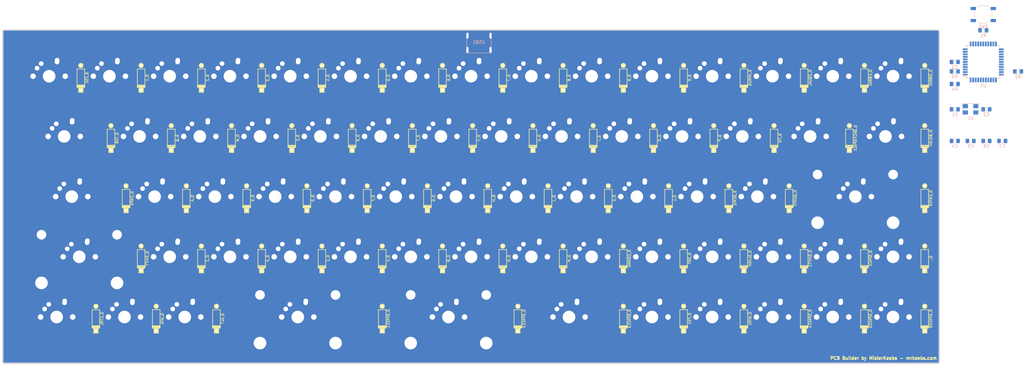
<source format=kicad_pcb>
(kicad_pcb (version 20171130) (host pcbnew "(5.0.0-3-g5ebb6b6)")
  (layers (0 F.Cu signal) (31 B.Cu signal) (34 B.Paste user) (35 F.Paste user) (36 B.SilkS user) (37 F.SilkS user) (38 B.Mask user) (39 F.Mask user) (44 Edge.Cuts user))
  (net 0 "")
  (net 1 "GND")
  (net 2 "VCC")
  (net 3 "/col0")
  (net 4 "/col1")
  (net 5 "/col2")
  (net 6 "/col3")
  (net 7 "/col4")
  (net 8 "/col5")
  (net 9 "/col6")
  (net 10 "/col7")
  (net 11 "/col8")
  (net 12 "/col9")
  (net 13 "/col10")
  (net 14 "/col11")
  (net 15 "/col12")
  (net 16 "/col13")
  (net 17 "/col14")
  (net 18 "/col15")
  (net 19 "/row0")
  (net 20 "/row1")
  (net 21 "/row2")
  (net 22 "/row3")
  (net 23 "/row4")
  (net 24 "/row5")
  (net 25 "Net-(K_ESC-Pad1)")
  (net 26 "Net-(K_ESC-Pad2)")
  (net 27 "Net-(K_ESC-Pad3)")
  (net 28 "Net-(K_ESC-Pad4)")
  (net 29 "Net-(D_ESC-Pad1)")
  (net 30 "Net-(D_ESC-Pad2)")
  (net 31 "Net-(K_1-Pad1)")
  (net 32 "Net-(K_1-Pad2)")
  (net 33 "Net-(K_1-Pad3)")
  (net 34 "Net-(K_1-Pad4)")
  (net 35 "Net-(D_1-Pad1)")
  (net 36 "Net-(D_1-Pad2)")
  (net 37 "Net-(K_2-Pad1)")
  (net 38 "Net-(K_2-Pad2)")
  (net 39 "Net-(K_2-Pad3)")
  (net 40 "Net-(K_2-Pad4)")
  (net 41 "Net-(D_2-Pad1)")
  (net 42 "Net-(D_2-Pad2)")
  (net 43 "Net-(K_3-Pad1)")
  (net 44 "Net-(K_3-Pad2)")
  (net 45 "Net-(K_3-Pad3)")
  (net 46 "Net-(K_3-Pad4)")
  (net 47 "Net-(D_3-Pad1)")
  (net 48 "Net-(D_3-Pad2)")
  (net 49 "Net-(K_4-Pad1)")
  (net 50 "Net-(K_4-Pad2)")
  (net 51 "Net-(K_4-Pad3)")
  (net 52 "Net-(K_4-Pad4)")
  (net 53 "Net-(D_4-Pad1)")
  (net 54 "Net-(D_4-Pad2)")
  (net 55 "Net-(K_5-Pad1)")
  (net 56 "Net-(K_5-Pad2)")
  (net 57 "Net-(K_5-Pad3)")
  (net 58 "Net-(K_5-Pad4)")
  (net 59 "Net-(D_5-Pad1)")
  (net 60 "Net-(D_5-Pad2)")
  (net 61 "Net-(K_6-Pad1)")
  (net 62 "Net-(K_6-Pad2)")
  (net 63 "Net-(K_6-Pad3)")
  (net 64 "Net-(K_6-Pad4)")
  (net 65 "Net-(D_6-Pad1)")
  (net 66 "Net-(D_6-Pad2)")
  (net 67 "Net-(K_7-Pad1)")
  (net 68 "Net-(K_7-Pad2)")
  (net 69 "Net-(K_7-Pad3)")
  (net 70 "Net-(K_7-Pad4)")
  (net 71 "Net-(D_7-Pad1)")
  (net 72 "Net-(D_7-Pad2)")
  (net 73 "Net-(K_8-Pad1)")
  (net 74 "Net-(K_8-Pad2)")
  (net 75 "Net-(K_8-Pad3)")
  (net 76 "Net-(K_8-Pad4)")
  (net 77 "Net-(D_8-Pad1)")
  (net 78 "Net-(D_8-Pad2)")
  (net 79 "Net-(K_9-Pad1)")
  (net 80 "Net-(K_9-Pad2)")
  (net 81 "Net-(K_9-Pad3)")
  (net 82 "Net-(K_9-Pad4)")
  (net 83 "Net-(D_9-Pad1)")
  (net 84 "Net-(D_9-Pad2)")
  (net 85 "Net-(K_0-Pad1)")
  (net 86 "Net-(K_0-Pad2)")
  (net 87 "Net-(K_0-Pad3)")
  (net 88 "Net-(K_0-Pad4)")
  (net 89 "Net-(D_0-Pad1)")
  (net 90 "Net-(D_0-Pad2)")
  (net 91 "Net-(K_MINUS-Pad1)")
  (net 92 "Net-(K_MINUS-Pad2)")
  (net 93 "Net-(K_MINUS-Pad3)")
  (net 94 "Net-(K_MINUS-Pad4)")
  (net 95 "Net-(D_MINUS-Pad1)")
  (net 96 "Net-(D_MINUS-Pad2)")
  (net 97 "Net-(K_EQUAL-Pad1)")
  (net 98 "Net-(K_EQUAL-Pad2)")
  (net 99 "Net-(K_EQUAL-Pad3)")
  (net 100 "Net-(K_EQUAL-Pad4)")
  (net 101 "Net-(D_EQUAL-Pad1)")
  (net 102 "Net-(D_EQUAL-Pad2)")
  (net 103 "Net-(K_CBRAC-Pad1)")
  (net 104 "Net-(K_CBRAC-Pad2)")
  (net 105 "Net-(K_CBRAC-Pad3)")
  (net 106 "Net-(K_CBRAC-Pad4)")
  (net 107 "Net-(D_CBRAC-Pad1)")
  (net 108 "Net-(D_CBRAC-Pad2)")
  (net 109 "Net-(K_OBRAC-Pad1)")
  (net 110 "Net-(K_OBRAC-Pad2)")
  (net 111 "Net-(K_OBRAC-Pad3)")
  (net 112 "Net-(K_OBRAC-Pad4)")
  (net 113 "Net-(D_OBRAC-Pad1)")
  (net 114 "Net-(D_OBRAC-Pad2)")
  (net 115 "Net-(K_TAB-Pad1)")
  (net 116 "Net-(K_TAB-Pad2)")
  (net 117 "Net-(K_TAB-Pad3)")
  (net 118 "Net-(K_TAB-Pad4)")
  (net 119 "Net-(D_TAB-Pad1)")
  (net 120 "Net-(D_TAB-Pad2)")
  (net 121 "Net-(K_Q-Pad1)")
  (net 122 "Net-(K_Q-Pad2)")
  (net 123 "Net-(K_Q-Pad3)")
  (net 124 "Net-(K_Q-Pad4)")
  (net 125 "Net-(D_Q-Pad1)")
  (net 126 "Net-(D_Q-Pad2)")
  (net 127 "Net-(K_W-Pad1)")
  (net 128 "Net-(K_W-Pad2)")
  (net 129 "Net-(K_W-Pad3)")
  (net 130 "Net-(K_W-Pad4)")
  (net 131 "Net-(D_W-Pad1)")
  (net 132 "Net-(D_W-Pad2)")
  (net 133 "Net-(K_E-Pad1)")
  (net 134 "Net-(K_E-Pad2)")
  (net 135 "Net-(K_E-Pad3)")
  (net 136 "Net-(K_E-Pad4)")
  (net 137 "Net-(D_E-Pad1)")
  (net 138 "Net-(D_E-Pad2)")
  (net 139 "Net-(K_R-Pad1)")
  (net 140 "Net-(K_R-Pad2)")
  (net 141 "Net-(K_R-Pad3)")
  (net 142 "Net-(K_R-Pad4)")
  (net 143 "Net-(D_R-Pad1)")
  (net 144 "Net-(D_R-Pad2)")
  (net 145 "Net-(K_T-Pad1)")
  (net 146 "Net-(K_T-Pad2)")
  (net 147 "Net-(K_T-Pad3)")
  (net 148 "Net-(K_T-Pad4)")
  (net 149 "Net-(D_T-Pad1)")
  (net 150 "Net-(D_T-Pad2)")
  (net 151 "Net-(K_Y-Pad1)")
  (net 152 "Net-(K_Y-Pad2)")
  (net 153 "Net-(K_Y-Pad3)")
  (net 154 "Net-(K_Y-Pad4)")
  (net 155 "Net-(D_Y-Pad1)")
  (net 156 "Net-(D_Y-Pad2)")
  (net 157 "Net-(K_U-Pad1)")
  (net 158 "Net-(K_U-Pad2)")
  (net 159 "Net-(K_U-Pad3)")
  (net 160 "Net-(K_U-Pad4)")
  (net 161 "Net-(D_U-Pad1)")
  (net 162 "Net-(D_U-Pad2)")
  (net 163 "Net-(K_I-Pad1)")
  (net 164 "Net-(K_I-Pad2)")
  (net 165 "Net-(K_I-Pad3)")
  (net 166 "Net-(K_I-Pad4)")
  (net 167 "Net-(D_I-Pad1)")
  (net 168 "Net-(D_I-Pad2)")
  (net 169 "Net-(K_O-Pad1)")
  (net 170 "Net-(K_O-Pad2)")
  (net 171 "Net-(K_O-Pad3)")
  (net 172 "Net-(K_O-Pad4)")
  (net 173 "Net-(D_O-Pad1)")
  (net 174 "Net-(D_O-Pad2)")
  (net 175 "Net-(K_P-Pad1)")
  (net 176 "Net-(K_P-Pad2)")
  (net 177 "Net-(K_P-Pad3)")
  (net 178 "Net-(K_P-Pad4)")
  (net 179 "Net-(D_P-Pad1)")
  (net 180 "Net-(D_P-Pad2)")
  (net 181 "Net-(K_FN-Pad1)")
  (net 182 "Net-(K_FN-Pad2)")
  (net 183 "Net-(K_FN-Pad3)")
  (net 184 "Net-(K_FN-Pad4)")
  (net 185 "Net-(D_FN-Pad1)")
  (net 186 "Net-(D_FN-Pad2)")
  (net 187 "Net-(K_BACKSPACE-Pad1)")
  (net 188 "Net-(K_BACKSPACE-Pad2)")
  (net 189 "Net-(K_BACKSPACE-Pad3)")
  (net 190 "Net-(K_BACKSPACE-Pad4)")
  (net 191 "Net-(D_BACKSPACE-Pad1)")
  (net 192 "Net-(D_BACKSPACE-Pad2)")
  (net 193 "Net-(K_BSLSH-Pad1)")
  (net 194 "Net-(K_BSLSH-Pad2)")
  (net 195 "Net-(K_BSLSH-Pad3)")
  (net 196 "Net-(K_BSLSH-Pad4)")
  (net 197 "Net-(D_BSLSH-Pad1)")
  (net 198 "Net-(D_BSLSH-Pad2)")
  (net 199 "Net-(K_CAPS-Pad1)")
  (net 200 "Net-(K_CAPS-Pad2)")
  (net 201 "Net-(K_CAPS-Pad3)")
  (net 202 "Net-(K_CAPS-Pad4)")
  (net 203 "Net-(D_CAPS-Pad1)")
  (net 204 "Net-(D_CAPS-Pad2)")
  (net 205 "Net-(K_A-Pad1)")
  (net 206 "Net-(K_A-Pad2)")
  (net 207 "Net-(K_A-Pad3)")
  (net 208 "Net-(K_A-Pad4)")
  (net 209 "Net-(D_A-Pad1)")
  (net 210 "Net-(D_A-Pad2)")
  (net 211 "Net-(K_S-Pad1)")
  (net 212 "Net-(K_S-Pad2)")
  (net 213 "Net-(K_S-Pad3)")
  (net 214 "Net-(K_S-Pad4)")
  (net 215 "Net-(D_S-Pad1)")
  (net 216 "Net-(D_S-Pad2)")
  (net 217 "Net-(K_D-Pad1)")
  (net 218 "Net-(K_D-Pad2)")
  (net 219 "Net-(K_D-Pad3)")
  (net 220 "Net-(K_D-Pad4)")
  (net 221 "Net-(D_D-Pad1)")
  (net 222 "Net-(D_D-Pad2)")
  (net 223 "Net-(K_F-Pad1)")
  (net 224 "Net-(K_F-Pad2)")
  (net 225 "Net-(K_F-Pad3)")
  (net 226 "Net-(K_F-Pad4)")
  (net 227 "Net-(D_F-Pad1)")
  (net 228 "Net-(D_F-Pad2)")
  (net 229 "Net-(K_G-Pad1)")
  (net 230 "Net-(K_G-Pad2)")
  (net 231 "Net-(K_G-Pad3)")
  (net 232 "Net-(K_G-Pad4)")
  (net 233 "Net-(D_G-Pad1)")
  (net 234 "Net-(D_G-Pad2)")
  (net 235 "Net-(K_H-Pad1)")
  (net 236 "Net-(K_H-Pad2)")
  (net 237 "Net-(K_H-Pad3)")
  (net 238 "Net-(K_H-Pad4)")
  (net 239 "Net-(D_H-Pad1)")
  (net 240 "Net-(D_H-Pad2)")
  (net 241 "Net-(K_J-Pad1)")
  (net 242 "Net-(K_J-Pad2)")
  (net 243 "Net-(K_J-Pad3)")
  (net 244 "Net-(K_J-Pad4)")
  (net 245 "Net-(D_J-Pad1)")
  (net 246 "Net-(D_J-Pad2)")
  (net 247 "Net-(K_K-Pad1)")
  (net 248 "Net-(K_K-Pad2)")
  (net 249 "Net-(K_K-Pad3)")
  (net 250 "Net-(K_K-Pad4)")
  (net 251 "Net-(D_K-Pad1)")
  (net 252 "Net-(D_K-Pad2)")
  (net 253 "Net-(K_L-Pad1)")
  (net 254 "Net-(K_L-Pad2)")
  (net 255 "Net-(K_L-Pad3)")
  (net 256 "Net-(K_L-Pad4)")
  (net 257 "Net-(D_L-Pad1)")
  (net 258 "Net-(D_L-Pad2)")
  (net 259 "Net-(K_SEMIC-Pad1)")
  (net 260 "Net-(K_SEMIC-Pad2)")
  (net 261 "Net-(K_SEMIC-Pad3)")
  (net 262 "Net-(K_SEMIC-Pad4)")
  (net 263 "Net-(D_SEMIC-Pad1)")
  (net 264 "Net-(D_SEMIC-Pad2)")
  (net 265 "Net-(K_QUOTE-Pad1)")
  (net 266 "Net-(K_QUOTE-Pad2)")
  (net 267 "Net-(K_QUOTE-Pad3)")
  (net 268 "Net-(K_QUOTE-Pad4)")
  (net 269 "Net-(D_QUOTE-Pad1)")
  (net 270 "Net-(D_QUOTE-Pad2)")
  (net 271 "Net-(K_ENTER-Pad1)")
  (net 272 "Net-(K_ENTER-Pad2)")
  (net 273 "Net-(K_ENTER-Pad3)")
  (net 274 "Net-(K_ENTER-Pad4)")
  (net 275 "Net-(D_ENTER-Pad1)")
  (net 276 "Net-(D_ENTER-Pad2)")
  (net 277 "Net-(K_SHIFT-Pad1)")
  (net 278 "Net-(K_SHIFT-Pad2)")
  (net 279 "Net-(K_SHIFT-Pad3)")
  (net 280 "Net-(K_SHIFT-Pad4)")
  (net 281 "Net-(D_SHIFT-Pad1)")
  (net 282 "Net-(D_SHIFT-Pad2)")
  (net 283 "Net-(K_Z-Pad1)")
  (net 284 "Net-(K_Z-Pad2)")
  (net 285 "Net-(K_Z-Pad3)")
  (net 286 "Net-(K_Z-Pad4)")
  (net 287 "Net-(D_Z-Pad1)")
  (net 288 "Net-(D_Z-Pad2)")
  (net 289 "Net-(K_X-Pad1)")
  (net 290 "Net-(K_X-Pad2)")
  (net 291 "Net-(K_X-Pad3)")
  (net 292 "Net-(K_X-Pad4)")
  (net 293 "Net-(D_X-Pad1)")
  (net 294 "Net-(D_X-Pad2)")
  (net 295 "Net-(K_C-Pad1)")
  (net 296 "Net-(K_C-Pad2)")
  (net 297 "Net-(K_C-Pad3)")
  (net 298 "Net-(K_C-Pad4)")
  (net 299 "Net-(D_C-Pad1)")
  (net 300 "Net-(D_C-Pad2)")
  (net 301 "Net-(K_V-Pad1)")
  (net 302 "Net-(K_V-Pad2)")
  (net 303 "Net-(K_V-Pad3)")
  (net 304 "Net-(K_V-Pad4)")
  (net 305 "Net-(D_V-Pad1)")
  (net 306 "Net-(D_V-Pad2)")
  (net 307 "Net-(K_B-Pad1)")
  (net 308 "Net-(K_B-Pad2)")
  (net 309 "Net-(K_B-Pad3)")
  (net 310 "Net-(K_B-Pad4)")
  (net 311 "Net-(D_B-Pad1)")
  (net 312 "Net-(D_B-Pad2)")
  (net 313 "Net-(K_N-Pad1)")
  (net 314 "Net-(K_N-Pad2)")
  (net 315 "Net-(K_N-Pad3)")
  (net 316 "Net-(K_N-Pad4)")
  (net 317 "Net-(D_N-Pad1)")
  (net 318 "Net-(D_N-Pad2)")
  (net 319 "Net-(K_M-Pad1)")
  (net 320 "Net-(K_M-Pad2)")
  (net 321 "Net-(K_M-Pad3)")
  (net 322 "Net-(K_M-Pad4)")
  (net 323 "Net-(D_M-Pad1)")
  (net 324 "Net-(D_M-Pad2)")
  (net 325 "Net-(K_COMMA-Pad1)")
  (net 326 "Net-(K_COMMA-Pad2)")
  (net 327 "Net-(K_COMMA-Pad3)")
  (net 328 "Net-(K_COMMA-Pad4)")
  (net 329 "Net-(D_COMMA-Pad1)")
  (net 330 "Net-(D_COMMA-Pad2)")
  (net 331 "Net-(K_DOT-Pad1)")
  (net 332 "Net-(K_DOT-Pad2)")
  (net 333 "Net-(K_DOT-Pad3)")
  (net 334 "Net-(K_DOT-Pad4)")
  (net 335 "Net-(D_DOT-Pad1)")
  (net 336 "Net-(D_DOT-Pad2)")
  (net 337 "Net-(K_SLASH-Pad1)")
  (net 338 "Net-(K_SLASH-Pad2)")
  (net 339 "Net-(K_SLASH-Pad3)")
  (net 340 "Net-(K_SLASH-Pad4)")
  (net 341 "Net-(D_SLASH-Pad1)")
  (net 342 "Net-(D_SLASH-Pad2)")
  (net 343 "Net-(K_SHIFT1-Pad1)")
  (net 344 "Net-(K_SHIFT1-Pad2)")
  (net 345 "Net-(K_SHIFT1-Pad3)")
  (net 346 "Net-(K_SHIFT1-Pad4)")
  (net 347 "Net-(D_SHIFT1-Pad1)")
  (net 348 "Net-(D_SHIFT1-Pad2)")
  (net 349 "Net-(K_SPACE-Pad1)")
  (net 350 "Net-(K_SPACE-Pad2)")
  (net 351 "Net-(K_SPACE-Pad3)")
  (net 352 "Net-(K_SPACE-Pad4)")
  (net 353 "Net-(D_SPACE-Pad1)")
  (net 354 "Net-(D_SPACE-Pad2)")
  (net 355 "Net-(K_`-Pad1)")
  (net 356 "Net-(K_`-Pad2)")
  (net 357 "Net-(K_`-Pad3)")
  (net 358 "Net-(K_`-Pad4)")
  (net 359 "Net-(D_`-Pad1)")
  (net 360 "Net-(D_`-Pad2)")
  (net 361 "Net-(K_CTRL-Pad1)")
  (net 362 "Net-(K_CTRL-Pad2)")
  (net 363 "Net-(K_CTRL-Pad3)")
  (net 364 "Net-(K_CTRL-Pad4)")
  (net 365 "Net-(D_CTRL-Pad1)")
  (net 366 "Net-(D_CTRL-Pad2)")
  (net 367 "Net-(K_WIN-Pad1)")
  (net 368 "Net-(K_WIN-Pad2)")
  (net 369 "Net-(K_WIN-Pad3)")
  (net 370 "Net-(K_WIN-Pad4)")
  (net 371 "Net-(D_WIN-Pad1)")
  (net 372 "Net-(D_WIN-Pad2)")
  (net 373 "Net-(K_ALT-Pad1)")
  (net 374 "Net-(K_ALT-Pad2)")
  (net 375 "Net-(K_ALT-Pad3)")
  (net 376 "Net-(K_ALT-Pad4)")
  (net 377 "Net-(D_ALT-Pad1)")
  (net 378 "Net-(D_ALT-Pad2)")
  (net 379 "Net-(K_SPACE1-Pad1)")
  (net 380 "Net-(K_SPACE1-Pad2)")
  (net 381 "Net-(K_SPACE1-Pad3)")
  (net 382 "Net-(K_SPACE1-Pad4)")
  (net 383 "Net-(D_SPACE1-Pad1)")
  (net 384 "Net-(D_SPACE1-Pad2)")
  (net 385 "Net-(K_SPACE2-Pad1)")
  (net 386 "Net-(K_SPACE2-Pad2)")
  (net 387 "Net-(K_SPACE2-Pad3)")
  (net 388 "Net-(K_SPACE2-Pad4)")
  (net 389 "Net-(D_SPACE2-Pad1)")
  (net 390 "Net-(D_SPACE2-Pad2)")
  (net 391 "Net-(K_SPACE3-Pad1)")
  (net 392 "Net-(K_SPACE3-Pad2)")
  (net 393 "Net-(K_SPACE3-Pad3)")
  (net 394 "Net-(K_SPACE3-Pad4)")
  (net 395 "Net-(D_SPACE3-Pad1)")
  (net 396 "Net-(D_SPACE3-Pad2)")
  (net 397 "Net-(K_FN1-Pad1)")
  (net 398 "Net-(K_FN1-Pad2)")
  (net 399 "Net-(K_FN1-Pad3)")
  (net 400 "Net-(K_FN1-Pad4)")
  (net 401 "Net-(D_FN1-Pad1)")
  (net 402 "Net-(D_FN1-Pad2)")
  (net 403 "Net-(K_WIN1-Pad1)")
  (net 404 "Net-(K_WIN1-Pad2)")
  (net 405 "Net-(K_WIN1-Pad3)")
  (net 406 "Net-(K_WIN1-Pad4)")
  (net 407 "Net-(D_WIN1-Pad1)")
  (net 408 "Net-(D_WIN1-Pad2)")
  (net 409 "Net-(K_SPACE4-Pad1)")
  (net 410 "Net-(K_SPACE4-Pad2)")
  (net 411 "Net-(K_SPACE4-Pad3)")
  (net 412 "Net-(K_SPACE4-Pad4)")
  (net 413 "Net-(D_SPACE4-Pad1)")
  (net 414 "Net-(D_SPACE4-Pad2)")
  (net 415 "Net-(K_SPACE5-Pad1)")
  (net 416 "Net-(K_SPACE5-Pad2)")
  (net 417 "Net-(K_SPACE5-Pad3)")
  (net 418 "Net-(K_SPACE5-Pad4)")
  (net 419 "Net-(D_SPACE5-Pad1)")
  (net 420 "Net-(D_SPACE5-Pad2)")
  (net 421 "Net-(K_SPACE6-Pad1)")
  (net 422 "Net-(K_SPACE6-Pad2)")
  (net 423 "Net-(K_SPACE6-Pad3)")
  (net 424 "Net-(K_SPACE6-Pad4)")
  (net 425 "Net-(D_SPACE6-Pad1)")
  (net 426 "Net-(D_SPACE6-Pad2)")
  (net 427 "Net-(C1-Pad1)")
  (net 428 "Net-(C1-Pad2)")
  (net 429 "Net-(C2-Pad1)")
  (net 430 "Net-(C2-Pad2)")
  (net 431 "Net-(X1-Pad1)")
  (net 432 "Net-(X1-Pad2)")
  (net 433 "Net-(X1-Pad3)")
  (net 434 "Net-(X1-Pad4)")
  (net 435 "Net-(R1-Pad1)")
  (net 436 "Net-(R1-Pad2)")
  (net 437 "Net-(R2-Pad1)")
  (net 438 "Net-(R2-Pad2)")
  (net 439 "Net-(R3-Pad1)")
  (net 440 "Net-(R3-Pad2)")
  (net 441 "Net-(R4-Pad1)")
  (net 442 "Net-(R4-Pad2)")
  (net 443 "Net-(USB1-Pad1)")
  (net 444 "Net-(USB1-Pad2)")
  (net 445 "Net-(USB1-Pad3)")
  (net 446 "Net-(USB1-Pad4)")
  (net 447 "Net-(USB1-Pad5)")
  (net 448 "Net-(USB1-Pad6)")
  (net 449 "Net-(C3-Pad1)")
  (net 450 "Net-(C3-Pad2)")
  (net 451 "Net-(U1-Pad1)")
  (net 452 "Net-(U1-Pad2)")
  (net 453 "Net-(U1-Pad3)")
  (net 454 "Net-(U1-Pad4)")
  (net 455 "Net-(U1-Pad5)")
  (net 456 "Net-(U1-Pad6)")
  (net 457 "Net-(U1-Pad7)")
  (net 458 "Net-(U1-Pad8)")
  (net 459 "Net-(U1-Pad9)")
  (net 460 "Net-(U1-Pad10)")
  (net 461 "Net-(U1-Pad11)")
  (net 462 "Net-(U1-Pad12)")
  (net 463 "Net-(U1-Pad13)")
  (net 464 "Net-(U1-Pad14)")
  (net 465 "Net-(U1-Pad15)")
  (net 466 "Net-(U1-Pad16)")
  (net 467 "Net-(U1-Pad17)")
  (net 468 "Net-(U1-Pad18)")
  (net 469 "Net-(U1-Pad19)")
  (net 470 "Net-(U1-Pad20)")
  (net 471 "Net-(U1-Pad21)")
  (net 472 "Net-(U1-Pad22)")
  (net 473 "Net-(U1-Pad23)")
  (net 474 "Net-(U1-Pad24)")
  (net 475 "Net-(U1-Pad25)")
  (net 476 "Net-(U1-Pad26)")
  (net 477 "Net-(U1-Pad27)")
  (net 478 "Net-(U1-Pad28)")
  (net 479 "Net-(U1-Pad29)")
  (net 480 "Net-(U1-Pad30)")
  (net 481 "Net-(U1-Pad31)")
  (net 482 "Net-(U1-Pad32)")
  (net 483 "Net-(U1-Pad33)")
  (net 484 "Net-(U1-Pad34)")
  (net 485 "Net-(U1-Pad35)")
  (net 486 "Net-(U1-Pad36)")
  (net 487 "Net-(U1-Pad37)")
  (net 488 "Net-(U1-Pad38)")
  (net 489 "Net-(U1-Pad39)")
  (net 490 "Net-(U1-Pad40)")
  (net 491 "Net-(U1-Pad41)")
  (net 492 "Net-(U1-Pad42)")
  (net 493 "Net-(U1-Pad43)")
  (net 494 "Net-(U1-Pad44)")
  (net 495 "Net-(C4-Pad1)")
  (net 496 "Net-(C4-Pad2)")
  (net 497 "Net-(C5-Pad1)")
  (net 498 "Net-(C5-Pad2)")
  (net 499 "Net-(C6-Pad1)")
  (net 500 "Net-(C6-Pad2)")
  (net 501 "Net-(C7-Pad1)")
  (net 502 "Net-(C7-Pad2)")
  (module MX_Alps_Hybrid:MX-1U-NoLED (layer F.Cu) (at 9.525 9.525)
    (fp_text reference K_ESC)
    (fp_text value KEYSW)
    (pad 1 thru_hole circle (at -2.5 -4) (size 2.25 2.25) (drill 1.47) (layers *.Cu B.Mask) (net 3 "/col0"))
    (pad 1 thru_hole oval (at -3.81 -2.54 48.0996) (size 4.211556 2.25) (drill 1.47 (offset 0.980778 0)) (layers *.Cu B.Mask) (net 3 "/col0"))
    (pad 2 thru_hole oval (at 2.5 -4.5 86.0548) (size 2.831378 2.25) (drill 1.47 (offset 0.290689 0)) (layers *.Cu B.Mask) (net 30 "Net-(D_ESC-Pad2)"))
    (pad 2 thru_hole circle (at 2.54 -5.08) (size 2.25 2.25) (drill 1.47) (layers *.Cu B.Mask) (net 30 "Net-(D_ESC-Pad2)"))
    (pad "" np_thru_hole circle (at 0 0) (size 3.9878 3.9878) (drill 3.9878) (layers *.Cu *.Mask))
    (pad "" np_thru_hole circle (at -5.08 0 48.0996) (size 1.75 1.75) (drill 1.75) (layers *.Cu *.Mask))
    (pad "" np_thru_hole circle (at 5.08 0 48.0996) (size 1.75 1.75) (drill 1.75) (layers *.Cu *.Mask))
  )
  (module keyboard_parts:D_SOD123_axial (layer F.Cu) (at 19.55 10.025 90)
    (fp_text reference D_ESC (at 0 1.925 90) (layer F.SilkS) (effects (font (size 0.8 0.8)) (justify mirror)))
    (fp_text value D hide)
    (pad 1 smd rect (at -2.7 0 90) (size 2.5 0.5) (layers F.Cu) (net 19 "/row0"))
    (pad 1 smd rect (at -1.575 0 90) (size 1.2 1.2) (layers F.Cu F.Paste F.Mask) (net 19 "/row0"))
    (pad 1 thru_hole rect (at -3.9 0 90) (size 1.6 1.6) (drill 0.7) (layers *.Cu *.Mask F.SilkS) (net 19 "/row0"))
    (pad 2 smd rect (at 1.575 0 90) (size 1.2 1.2) (layers F.Cu F.Paste F.Mask) (net 30 "Net-(D_ESC-Pad2)"))
    (pad 2 smd rect (at 2.7 0 90) (size 2.5 0.5) (layers F.Cu) (net 30 "Net-(D_ESC-Pad2)"))
    (pad 2 thru_hole circle (at 3.9 0 90) (size 1.6 1.6) (drill 0.7) (layers *.Cu *.Mask F.SilkS) (net 30 "Net-(D_ESC-Pad2)"))
  )
  (module MX_Alps_Hybrid:MX-1U-NoLED (layer F.Cu) (at 28.575 9.525)
    (fp_text reference K_1)
    (fp_text value KEYSW)
    (pad 1 thru_hole circle (at -2.5 -4) (size 2.25 2.25) (drill 1.47) (layers *.Cu B.Mask) (net 4 "/col1"))
    (pad 1 thru_hole oval (at -3.81 -2.54 48.0996) (size 4.211556 2.25) (drill 1.47 (offset 0.980778 0)) (layers *.Cu B.Mask) (net 4 "/col1"))
    (pad 2 thru_hole oval (at 2.5 -4.5 86.0548) (size 2.831378 2.25) (drill 1.47 (offset 0.290689 0)) (layers *.Cu B.Mask) (net 36 "Net-(D_1-Pad2)"))
    (pad 2 thru_hole circle (at 2.54 -5.08) (size 2.25 2.25) (drill 1.47) (layers *.Cu B.Mask) (net 36 "Net-(D_1-Pad2)"))
    (pad "" np_thru_hole circle (at 0 0) (size 3.9878 3.9878) (drill 3.9878) (layers *.Cu *.Mask))
    (pad "" np_thru_hole circle (at -5.08 0 48.0996) (size 1.75 1.75) (drill 1.75) (layers *.Cu *.Mask))
    (pad "" np_thru_hole circle (at 5.08 0 48.0996) (size 1.75 1.75) (drill 1.75) (layers *.Cu *.Mask))
  )
  (module keyboard_parts:D_SOD123_axial (layer F.Cu) (at 38.6 10.025 90)
    (fp_text reference D_1 (at 0 1.925 90) (layer F.SilkS) (effects (font (size 0.8 0.8)) (justify mirror)))
    (fp_text value D hide)
    (pad 1 smd rect (at -2.7 0 90) (size 2.5 0.5) (layers F.Cu) (net 19 "/row0"))
    (pad 1 smd rect (at -1.575 0 90) (size 1.2 1.2) (layers F.Cu F.Paste F.Mask) (net 19 "/row0"))
    (pad 1 thru_hole rect (at -3.9 0 90) (size 1.6 1.6) (drill 0.7) (layers *.Cu *.Mask F.SilkS) (net 19 "/row0"))
    (pad 2 smd rect (at 1.575 0 90) (size 1.2 1.2) (layers F.Cu F.Paste F.Mask) (net 36 "Net-(D_1-Pad2)"))
    (pad 2 smd rect (at 2.7 0 90) (size 2.5 0.5) (layers F.Cu) (net 36 "Net-(D_1-Pad2)"))
    (pad 2 thru_hole circle (at 3.9 0 90) (size 1.6 1.6) (drill 0.7) (layers *.Cu *.Mask F.SilkS) (net 36 "Net-(D_1-Pad2)"))
  )
  (module MX_Alps_Hybrid:MX-1U-NoLED (layer F.Cu) (at 47.625 9.525)
    (fp_text reference K_2)
    (fp_text value KEYSW)
    (pad 1 thru_hole circle (at -2.5 -4) (size 2.25 2.25) (drill 1.47) (layers *.Cu B.Mask) (net 5 "/col2"))
    (pad 1 thru_hole oval (at -3.81 -2.54 48.0996) (size 4.211556 2.25) (drill 1.47 (offset 0.980778 0)) (layers *.Cu B.Mask) (net 5 "/col2"))
    (pad 2 thru_hole oval (at 2.5 -4.5 86.0548) (size 2.831378 2.25) (drill 1.47 (offset 0.290689 0)) (layers *.Cu B.Mask) (net 42 "Net-(D_2-Pad2)"))
    (pad 2 thru_hole circle (at 2.54 -5.08) (size 2.25 2.25) (drill 1.47) (layers *.Cu B.Mask) (net 42 "Net-(D_2-Pad2)"))
    (pad "" np_thru_hole circle (at 0 0) (size 3.9878 3.9878) (drill 3.9878) (layers *.Cu *.Mask))
    (pad "" np_thru_hole circle (at -5.08 0 48.0996) (size 1.75 1.75) (drill 1.75) (layers *.Cu *.Mask))
    (pad "" np_thru_hole circle (at 5.08 0 48.0996) (size 1.75 1.75) (drill 1.75) (layers *.Cu *.Mask))
  )
  (module keyboard_parts:D_SOD123_axial (layer F.Cu) (at 57.65 10.025 90)
    (fp_text reference D_2 (at 0 1.925 90) (layer F.SilkS) (effects (font (size 0.8 0.8)) (justify mirror)))
    (fp_text value D hide)
    (pad 1 smd rect (at -2.7 0 90) (size 2.5 0.5) (layers F.Cu) (net 19 "/row0"))
    (pad 1 smd rect (at -1.575 0 90) (size 1.2 1.2) (layers F.Cu F.Paste F.Mask) (net 19 "/row0"))
    (pad 1 thru_hole rect (at -3.9 0 90) (size 1.6 1.6) (drill 0.7) (layers *.Cu *.Mask F.SilkS) (net 19 "/row0"))
    (pad 2 smd rect (at 1.575 0 90) (size 1.2 1.2) (layers F.Cu F.Paste F.Mask) (net 42 "Net-(D_2-Pad2)"))
    (pad 2 smd rect (at 2.7 0 90) (size 2.5 0.5) (layers F.Cu) (net 42 "Net-(D_2-Pad2)"))
    (pad 2 thru_hole circle (at 3.9 0 90) (size 1.6 1.6) (drill 0.7) (layers *.Cu *.Mask F.SilkS) (net 42 "Net-(D_2-Pad2)"))
  )
  (module MX_Alps_Hybrid:MX-1U-NoLED (layer F.Cu) (at 66.675 9.525)
    (fp_text reference K_3)
    (fp_text value KEYSW)
    (pad 1 thru_hole circle (at -2.5 -4) (size 2.25 2.25) (drill 1.47) (layers *.Cu B.Mask) (net 6 "/col3"))
    (pad 1 thru_hole oval (at -3.81 -2.54 48.0996) (size 4.211556 2.25) (drill 1.47 (offset 0.980778 0)) (layers *.Cu B.Mask) (net 6 "/col3"))
    (pad 2 thru_hole oval (at 2.5 -4.5 86.0548) (size 2.831378 2.25) (drill 1.47 (offset 0.290689 0)) (layers *.Cu B.Mask) (net 48 "Net-(D_3-Pad2)"))
    (pad 2 thru_hole circle (at 2.54 -5.08) (size 2.25 2.25) (drill 1.47) (layers *.Cu B.Mask) (net 48 "Net-(D_3-Pad2)"))
    (pad "" np_thru_hole circle (at 0 0) (size 3.9878 3.9878) (drill 3.9878) (layers *.Cu *.Mask))
    (pad "" np_thru_hole circle (at -5.08 0 48.0996) (size 1.75 1.75) (drill 1.75) (layers *.Cu *.Mask))
    (pad "" np_thru_hole circle (at 5.08 0 48.0996) (size 1.75 1.75) (drill 1.75) (layers *.Cu *.Mask))
  )
  (module keyboard_parts:D_SOD123_axial (layer F.Cu) (at 76.7 10.025 90)
    (fp_text reference D_3 (at 0 1.925 90) (layer F.SilkS) (effects (font (size 0.8 0.8)) (justify mirror)))
    (fp_text value D hide)
    (pad 1 smd rect (at -2.7 0 90) (size 2.5 0.5) (layers F.Cu) (net 19 "/row0"))
    (pad 1 smd rect (at -1.575 0 90) (size 1.2 1.2) (layers F.Cu F.Paste F.Mask) (net 19 "/row0"))
    (pad 1 thru_hole rect (at -3.9 0 90) (size 1.6 1.6) (drill 0.7) (layers *.Cu *.Mask F.SilkS) (net 19 "/row0"))
    (pad 2 smd rect (at 1.575 0 90) (size 1.2 1.2) (layers F.Cu F.Paste F.Mask) (net 48 "Net-(D_3-Pad2)"))
    (pad 2 smd rect (at 2.7 0 90) (size 2.5 0.5) (layers F.Cu) (net 48 "Net-(D_3-Pad2)"))
    (pad 2 thru_hole circle (at 3.9 0 90) (size 1.6 1.6) (drill 0.7) (layers *.Cu *.Mask F.SilkS) (net 48 "Net-(D_3-Pad2)"))
  )
  (module MX_Alps_Hybrid:MX-1U-NoLED (layer F.Cu) (at 85.725 9.525)
    (fp_text reference K_4)
    (fp_text value KEYSW)
    (pad 1 thru_hole circle (at -2.5 -4) (size 2.25 2.25) (drill 1.47) (layers *.Cu B.Mask) (net 7 "/col4"))
    (pad 1 thru_hole oval (at -3.81 -2.54 48.0996) (size 4.211556 2.25) (drill 1.47 (offset 0.980778 0)) (layers *.Cu B.Mask) (net 7 "/col4"))
    (pad 2 thru_hole oval (at 2.5 -4.5 86.0548) (size 2.831378 2.25) (drill 1.47 (offset 0.290689 0)) (layers *.Cu B.Mask) (net 54 "Net-(D_4-Pad2)"))
    (pad 2 thru_hole circle (at 2.54 -5.08) (size 2.25 2.25) (drill 1.47) (layers *.Cu B.Mask) (net 54 "Net-(D_4-Pad2)"))
    (pad "" np_thru_hole circle (at 0 0) (size 3.9878 3.9878) (drill 3.9878) (layers *.Cu *.Mask))
    (pad "" np_thru_hole circle (at -5.08 0 48.0996) (size 1.75 1.75) (drill 1.75) (layers *.Cu *.Mask))
    (pad "" np_thru_hole circle (at 5.08 0 48.0996) (size 1.75 1.75) (drill 1.75) (layers *.Cu *.Mask))
  )
  (module keyboard_parts:D_SOD123_axial (layer F.Cu) (at 95.75 10.025 90)
    (fp_text reference D_4 (at 0 1.925 90) (layer F.SilkS) (effects (font (size 0.8 0.8)) (justify mirror)))
    (fp_text value D hide)
    (pad 1 smd rect (at -2.7 0 90) (size 2.5 0.5) (layers F.Cu) (net 19 "/row0"))
    (pad 1 smd rect (at -1.575 0 90) (size 1.2 1.2) (layers F.Cu F.Paste F.Mask) (net 19 "/row0"))
    (pad 1 thru_hole rect (at -3.9 0 90) (size 1.6 1.6) (drill 0.7) (layers *.Cu *.Mask F.SilkS) (net 19 "/row0"))
    (pad 2 smd rect (at 1.575 0 90) (size 1.2 1.2) (layers F.Cu F.Paste F.Mask) (net 54 "Net-(D_4-Pad2)"))
    (pad 2 smd rect (at 2.7 0 90) (size 2.5 0.5) (layers F.Cu) (net 54 "Net-(D_4-Pad2)"))
    (pad 2 thru_hole circle (at 3.9 0 90) (size 1.6 1.6) (drill 0.7) (layers *.Cu *.Mask F.SilkS) (net 54 "Net-(D_4-Pad2)"))
  )
  (module MX_Alps_Hybrid:MX-1U-NoLED (layer F.Cu) (at 104.775 9.525)
    (fp_text reference K_5)
    (fp_text value KEYSW)
    (pad 1 thru_hole circle (at -2.5 -4) (size 2.25 2.25) (drill 1.47) (layers *.Cu B.Mask) (net 8 "/col5"))
    (pad 1 thru_hole oval (at -3.81 -2.54 48.0996) (size 4.211556 2.25) (drill 1.47 (offset 0.980778 0)) (layers *.Cu B.Mask) (net 8 "/col5"))
    (pad 2 thru_hole oval (at 2.5 -4.5 86.0548) (size 2.831378 2.25) (drill 1.47 (offset 0.290689 0)) (layers *.Cu B.Mask) (net 60 "Net-(D_5-Pad2)"))
    (pad 2 thru_hole circle (at 2.54 -5.08) (size 2.25 2.25) (drill 1.47) (layers *.Cu B.Mask) (net 60 "Net-(D_5-Pad2)"))
    (pad "" np_thru_hole circle (at 0 0) (size 3.9878 3.9878) (drill 3.9878) (layers *.Cu *.Mask))
    (pad "" np_thru_hole circle (at -5.08 0 48.0996) (size 1.75 1.75) (drill 1.75) (layers *.Cu *.Mask))
    (pad "" np_thru_hole circle (at 5.08 0 48.0996) (size 1.75 1.75) (drill 1.75) (layers *.Cu *.Mask))
  )
  (module keyboard_parts:D_SOD123_axial (layer F.Cu) (at 114.8 10.025 90)
    (fp_text reference D_5 (at 0 1.925 90) (layer F.SilkS) (effects (font (size 0.8 0.8)) (justify mirror)))
    (fp_text value D hide)
    (pad 1 smd rect (at -2.7 0 90) (size 2.5 0.5) (layers F.Cu) (net 19 "/row0"))
    (pad 1 smd rect (at -1.575 0 90) (size 1.2 1.2) (layers F.Cu F.Paste F.Mask) (net 19 "/row0"))
    (pad 1 thru_hole rect (at -3.9 0 90) (size 1.6 1.6) (drill 0.7) (layers *.Cu *.Mask F.SilkS) (net 19 "/row0"))
    (pad 2 smd rect (at 1.575 0 90) (size 1.2 1.2) (layers F.Cu F.Paste F.Mask) (net 60 "Net-(D_5-Pad2)"))
    (pad 2 smd rect (at 2.7 0 90) (size 2.5 0.5) (layers F.Cu) (net 60 "Net-(D_5-Pad2)"))
    (pad 2 thru_hole circle (at 3.9 0 90) (size 1.6 1.6) (drill 0.7) (layers *.Cu *.Mask F.SilkS) (net 60 "Net-(D_5-Pad2)"))
  )
  (module MX_Alps_Hybrid:MX-1U-NoLED (layer F.Cu) (at 123.825 9.525)
    (fp_text reference K_6)
    (fp_text value KEYSW)
    (pad 1 thru_hole circle (at -2.5 -4) (size 2.25 2.25) (drill 1.47) (layers *.Cu B.Mask) (net 9 "/col6"))
    (pad 1 thru_hole oval (at -3.81 -2.54 48.0996) (size 4.211556 2.25) (drill 1.47 (offset 0.980778 0)) (layers *.Cu B.Mask) (net 9 "/col6"))
    (pad 2 thru_hole oval (at 2.5 -4.5 86.0548) (size 2.831378 2.25) (drill 1.47 (offset 0.290689 0)) (layers *.Cu B.Mask) (net 66 "Net-(D_6-Pad2)"))
    (pad 2 thru_hole circle (at 2.54 -5.08) (size 2.25 2.25) (drill 1.47) (layers *.Cu B.Mask) (net 66 "Net-(D_6-Pad2)"))
    (pad "" np_thru_hole circle (at 0 0) (size 3.9878 3.9878) (drill 3.9878) (layers *.Cu *.Mask))
    (pad "" np_thru_hole circle (at -5.08 0 48.0996) (size 1.75 1.75) (drill 1.75) (layers *.Cu *.Mask))
    (pad "" np_thru_hole circle (at 5.08 0 48.0996) (size 1.75 1.75) (drill 1.75) (layers *.Cu *.Mask))
  )
  (module keyboard_parts:D_SOD123_axial (layer F.Cu) (at 133.85 10.025 90)
    (fp_text reference D_6 (at 0 1.925 90) (layer F.SilkS) (effects (font (size 0.8 0.8)) (justify mirror)))
    (fp_text value D hide)
    (pad 1 smd rect (at -2.7 0 90) (size 2.5 0.5) (layers F.Cu) (net 19 "/row0"))
    (pad 1 smd rect (at -1.575 0 90) (size 1.2 1.2) (layers F.Cu F.Paste F.Mask) (net 19 "/row0"))
    (pad 1 thru_hole rect (at -3.9 0 90) (size 1.6 1.6) (drill 0.7) (layers *.Cu *.Mask F.SilkS) (net 19 "/row0"))
    (pad 2 smd rect (at 1.575 0 90) (size 1.2 1.2) (layers F.Cu F.Paste F.Mask) (net 66 "Net-(D_6-Pad2)"))
    (pad 2 smd rect (at 2.7 0 90) (size 2.5 0.5) (layers F.Cu) (net 66 "Net-(D_6-Pad2)"))
    (pad 2 thru_hole circle (at 3.9 0 90) (size 1.6 1.6) (drill 0.7) (layers *.Cu *.Mask F.SilkS) (net 66 "Net-(D_6-Pad2)"))
  )
  (module MX_Alps_Hybrid:MX-1U-NoLED (layer F.Cu) (at 142.875 9.525)
    (fp_text reference K_7)
    (fp_text value KEYSW)
    (pad 1 thru_hole circle (at -2.5 -4) (size 2.25 2.25) (drill 1.47) (layers *.Cu B.Mask) (net 10 "/col7"))
    (pad 1 thru_hole oval (at -3.81 -2.54 48.0996) (size 4.211556 2.25) (drill 1.47 (offset 0.980778 0)) (layers *.Cu B.Mask) (net 10 "/col7"))
    (pad 2 thru_hole oval (at 2.5 -4.5 86.0548) (size 2.831378 2.25) (drill 1.47 (offset 0.290689 0)) (layers *.Cu B.Mask) (net 72 "Net-(D_7-Pad2)"))
    (pad 2 thru_hole circle (at 2.54 -5.08) (size 2.25 2.25) (drill 1.47) (layers *.Cu B.Mask) (net 72 "Net-(D_7-Pad2)"))
    (pad "" np_thru_hole circle (at 0 0) (size 3.9878 3.9878) (drill 3.9878) (layers *.Cu *.Mask))
    (pad "" np_thru_hole circle (at -5.08 0 48.0996) (size 1.75 1.75) (drill 1.75) (layers *.Cu *.Mask))
    (pad "" np_thru_hole circle (at 5.08 0 48.0996) (size 1.75 1.75) (drill 1.75) (layers *.Cu *.Mask))
  )
  (module keyboard_parts:D_SOD123_axial (layer F.Cu) (at 152.9 10.025 90)
    (fp_text reference D_7 (at 0 1.925 90) (layer F.SilkS) (effects (font (size 0.8 0.8)) (justify mirror)))
    (fp_text value D hide)
    (pad 1 smd rect (at -2.7 0 90) (size 2.5 0.5) (layers F.Cu) (net 19 "/row0"))
    (pad 1 smd rect (at -1.575 0 90) (size 1.2 1.2) (layers F.Cu F.Paste F.Mask) (net 19 "/row0"))
    (pad 1 thru_hole rect (at -3.9 0 90) (size 1.6 1.6) (drill 0.7) (layers *.Cu *.Mask F.SilkS) (net 19 "/row0"))
    (pad 2 smd rect (at 1.575 0 90) (size 1.2 1.2) (layers F.Cu F.Paste F.Mask) (net 72 "Net-(D_7-Pad2)"))
    (pad 2 smd rect (at 2.7 0 90) (size 2.5 0.5) (layers F.Cu) (net 72 "Net-(D_7-Pad2)"))
    (pad 2 thru_hole circle (at 3.9 0 90) (size 1.6 1.6) (drill 0.7) (layers *.Cu *.Mask F.SilkS) (net 72 "Net-(D_7-Pad2)"))
  )
  (module MX_Alps_Hybrid:MX-1U-NoLED (layer F.Cu) (at 161.925 9.525)
    (fp_text reference K_8)
    (fp_text value KEYSW)
    (pad 1 thru_hole circle (at -2.5 -4) (size 2.25 2.25) (drill 1.47) (layers *.Cu B.Mask) (net 11 "/col8"))
    (pad 1 thru_hole oval (at -3.81 -2.54 48.0996) (size 4.211556 2.25) (drill 1.47 (offset 0.980778 0)) (layers *.Cu B.Mask) (net 11 "/col8"))
    (pad 2 thru_hole oval (at 2.5 -4.5 86.0548) (size 2.831378 2.25) (drill 1.47 (offset 0.290689 0)) (layers *.Cu B.Mask) (net 78 "Net-(D_8-Pad2)"))
    (pad 2 thru_hole circle (at 2.54 -5.08) (size 2.25 2.25) (drill 1.47) (layers *.Cu B.Mask) (net 78 "Net-(D_8-Pad2)"))
    (pad "" np_thru_hole circle (at 0 0) (size 3.9878 3.9878) (drill 3.9878) (layers *.Cu *.Mask))
    (pad "" np_thru_hole circle (at -5.08 0 48.0996) (size 1.75 1.75) (drill 1.75) (layers *.Cu *.Mask))
    (pad "" np_thru_hole circle (at 5.08 0 48.0996) (size 1.75 1.75) (drill 1.75) (layers *.Cu *.Mask))
  )
  (module keyboard_parts:D_SOD123_axial (layer F.Cu) (at 171.95 10.025 90)
    (fp_text reference D_8 (at 0 1.925 90) (layer F.SilkS) (effects (font (size 0.8 0.8)) (justify mirror)))
    (fp_text value D hide)
    (pad 1 smd rect (at -2.7 0 90) (size 2.5 0.5) (layers F.Cu) (net 19 "/row0"))
    (pad 1 smd rect (at -1.575 0 90) (size 1.2 1.2) (layers F.Cu F.Paste F.Mask) (net 19 "/row0"))
    (pad 1 thru_hole rect (at -3.9 0 90) (size 1.6 1.6) (drill 0.7) (layers *.Cu *.Mask F.SilkS) (net 19 "/row0"))
    (pad 2 smd rect (at 1.575 0 90) (size 1.2 1.2) (layers F.Cu F.Paste F.Mask) (net 78 "Net-(D_8-Pad2)"))
    (pad 2 smd rect (at 2.7 0 90) (size 2.5 0.5) (layers F.Cu) (net 78 "Net-(D_8-Pad2)"))
    (pad 2 thru_hole circle (at 3.9 0 90) (size 1.6 1.6) (drill 0.7) (layers *.Cu *.Mask F.SilkS) (net 78 "Net-(D_8-Pad2)"))
  )
  (module MX_Alps_Hybrid:MX-1U-NoLED (layer F.Cu) (at 180.975 9.525)
    (fp_text reference K_9)
    (fp_text value KEYSW)
    (pad 1 thru_hole circle (at -2.5 -4) (size 2.25 2.25) (drill 1.47) (layers *.Cu B.Mask) (net 12 "/col9"))
    (pad 1 thru_hole oval (at -3.81 -2.54 48.0996) (size 4.211556 2.25) (drill 1.47 (offset 0.980778 0)) (layers *.Cu B.Mask) (net 12 "/col9"))
    (pad 2 thru_hole oval (at 2.5 -4.5 86.0548) (size 2.831378 2.25) (drill 1.47 (offset 0.290689 0)) (layers *.Cu B.Mask) (net 84 "Net-(D_9-Pad2)"))
    (pad 2 thru_hole circle (at 2.54 -5.08) (size 2.25 2.25) (drill 1.47) (layers *.Cu B.Mask) (net 84 "Net-(D_9-Pad2)"))
    (pad "" np_thru_hole circle (at 0 0) (size 3.9878 3.9878) (drill 3.9878) (layers *.Cu *.Mask))
    (pad "" np_thru_hole circle (at -5.08 0 48.0996) (size 1.75 1.75) (drill 1.75) (layers *.Cu *.Mask))
    (pad "" np_thru_hole circle (at 5.08 0 48.0996) (size 1.75 1.75) (drill 1.75) (layers *.Cu *.Mask))
  )
  (module keyboard_parts:D_SOD123_axial (layer F.Cu) (at 191 10.025 90)
    (fp_text reference D_9 (at 0 1.925 90) (layer F.SilkS) (effects (font (size 0.8 0.8)) (justify mirror)))
    (fp_text value D hide)
    (pad 1 smd rect (at -2.7 0 90) (size 2.5 0.5) (layers F.Cu) (net 19 "/row0"))
    (pad 1 smd rect (at -1.575 0 90) (size 1.2 1.2) (layers F.Cu F.Paste F.Mask) (net 19 "/row0"))
    (pad 1 thru_hole rect (at -3.9 0 90) (size 1.6 1.6) (drill 0.7) (layers *.Cu *.Mask F.SilkS) (net 19 "/row0"))
    (pad 2 smd rect (at 1.575 0 90) (size 1.2 1.2) (layers F.Cu F.Paste F.Mask) (net 84 "Net-(D_9-Pad2)"))
    (pad 2 smd rect (at 2.7 0 90) (size 2.5 0.5) (layers F.Cu) (net 84 "Net-(D_9-Pad2)"))
    (pad 2 thru_hole circle (at 3.9 0 90) (size 1.6 1.6) (drill 0.7) (layers *.Cu *.Mask F.SilkS) (net 84 "Net-(D_9-Pad2)"))
  )
  (module MX_Alps_Hybrid:MX-1U-NoLED (layer F.Cu) (at 200.025 9.525)
    (fp_text reference K_0)
    (fp_text value KEYSW)
    (pad 1 thru_hole circle (at -2.5 -4) (size 2.25 2.25) (drill 1.47) (layers *.Cu B.Mask) (net 13 "/col10"))
    (pad 1 thru_hole oval (at -3.81 -2.54 48.0996) (size 4.211556 2.25) (drill 1.47 (offset 0.980778 0)) (layers *.Cu B.Mask) (net 13 "/col10"))
    (pad 2 thru_hole oval (at 2.5 -4.5 86.0548) (size 2.831378 2.25) (drill 1.47 (offset 0.290689 0)) (layers *.Cu B.Mask) (net 90 "Net-(D_0-Pad2)"))
    (pad 2 thru_hole circle (at 2.54 -5.08) (size 2.25 2.25) (drill 1.47) (layers *.Cu B.Mask) (net 90 "Net-(D_0-Pad2)"))
    (pad "" np_thru_hole circle (at 0 0) (size 3.9878 3.9878) (drill 3.9878) (layers *.Cu *.Mask))
    (pad "" np_thru_hole circle (at -5.08 0 48.0996) (size 1.75 1.75) (drill 1.75) (layers *.Cu *.Mask))
    (pad "" np_thru_hole circle (at 5.08 0 48.0996) (size 1.75 1.75) (drill 1.75) (layers *.Cu *.Mask))
  )
  (module keyboard_parts:D_SOD123_axial (layer F.Cu) (at 210.05 10.025 90)
    (fp_text reference D_0 (at 0 1.925 90) (layer F.SilkS) (effects (font (size 0.8 0.8)) (justify mirror)))
    (fp_text value D hide)
    (pad 1 smd rect (at -2.7 0 90) (size 2.5 0.5) (layers F.Cu) (net 19 "/row0"))
    (pad 1 smd rect (at -1.575 0 90) (size 1.2 1.2) (layers F.Cu F.Paste F.Mask) (net 19 "/row0"))
    (pad 1 thru_hole rect (at -3.9 0 90) (size 1.6 1.6) (drill 0.7) (layers *.Cu *.Mask F.SilkS) (net 19 "/row0"))
    (pad 2 smd rect (at 1.575 0 90) (size 1.2 1.2) (layers F.Cu F.Paste F.Mask) (net 90 "Net-(D_0-Pad2)"))
    (pad 2 smd rect (at 2.7 0 90) (size 2.5 0.5) (layers F.Cu) (net 90 "Net-(D_0-Pad2)"))
    (pad 2 thru_hole circle (at 3.9 0 90) (size 1.6 1.6) (drill 0.7) (layers *.Cu *.Mask F.SilkS) (net 90 "Net-(D_0-Pad2)"))
  )
  (module MX_Alps_Hybrid:MX-1U-NoLED (layer F.Cu) (at 219.075 9.525)
    (fp_text reference K_MINUS)
    (fp_text value KEYSW)
    (pad 1 thru_hole circle (at -2.5 -4) (size 2.25 2.25) (drill 1.47) (layers *.Cu B.Mask) (net 14 "/col11"))
    (pad 1 thru_hole oval (at -3.81 -2.54 48.0996) (size 4.211556 2.25) (drill 1.47 (offset 0.980778 0)) (layers *.Cu B.Mask) (net 14 "/col11"))
    (pad 2 thru_hole oval (at 2.5 -4.5 86.0548) (size 2.831378 2.25) (drill 1.47 (offset 0.290689 0)) (layers *.Cu B.Mask) (net 96 "Net-(D_MINUS-Pad2)"))
    (pad 2 thru_hole circle (at 2.54 -5.08) (size 2.25 2.25) (drill 1.47) (layers *.Cu B.Mask) (net 96 "Net-(D_MINUS-Pad2)"))
    (pad "" np_thru_hole circle (at 0 0) (size 3.9878 3.9878) (drill 3.9878) (layers *.Cu *.Mask))
    (pad "" np_thru_hole circle (at -5.08 0 48.0996) (size 1.75 1.75) (drill 1.75) (layers *.Cu *.Mask))
    (pad "" np_thru_hole circle (at 5.08 0 48.0996) (size 1.75 1.75) (drill 1.75) (layers *.Cu *.Mask))
  )
  (module keyboard_parts:D_SOD123_axial (layer F.Cu) (at 229.1 10.025 90)
    (fp_text reference D_MINUS (at 0 1.925 90) (layer F.SilkS) (effects (font (size 0.8 0.8)) (justify mirror)))
    (fp_text value D hide)
    (pad 1 smd rect (at -2.7 0 90) (size 2.5 0.5) (layers F.Cu) (net 19 "/row0"))
    (pad 1 smd rect (at -1.575 0 90) (size 1.2 1.2) (layers F.Cu F.Paste F.Mask) (net 19 "/row0"))
    (pad 1 thru_hole rect (at -3.9 0 90) (size 1.6 1.6) (drill 0.7) (layers *.Cu *.Mask F.SilkS) (net 19 "/row0"))
    (pad 2 smd rect (at 1.575 0 90) (size 1.2 1.2) (layers F.Cu F.Paste F.Mask) (net 96 "Net-(D_MINUS-Pad2)"))
    (pad 2 smd rect (at 2.7 0 90) (size 2.5 0.5) (layers F.Cu) (net 96 "Net-(D_MINUS-Pad2)"))
    (pad 2 thru_hole circle (at 3.9 0 90) (size 1.6 1.6) (drill 0.7) (layers *.Cu *.Mask F.SilkS) (net 96 "Net-(D_MINUS-Pad2)"))
  )
  (module MX_Alps_Hybrid:MX-1U-NoLED (layer F.Cu) (at 238.125 9.525)
    (fp_text reference K_EQUAL)
    (fp_text value KEYSW)
    (pad 1 thru_hole circle (at -2.5 -4) (size 2.25 2.25) (drill 1.47) (layers *.Cu B.Mask) (net 15 "/col12"))
    (pad 1 thru_hole oval (at -3.81 -2.54 48.0996) (size 4.211556 2.25) (drill 1.47 (offset 0.980778 0)) (layers *.Cu B.Mask) (net 15 "/col12"))
    (pad 2 thru_hole oval (at 2.5 -4.5 86.0548) (size 2.831378 2.25) (drill 1.47 (offset 0.290689 0)) (layers *.Cu B.Mask) (net 102 "Net-(D_EQUAL-Pad2)"))
    (pad 2 thru_hole circle (at 2.54 -5.08) (size 2.25 2.25) (drill 1.47) (layers *.Cu B.Mask) (net 102 "Net-(D_EQUAL-Pad2)"))
    (pad "" np_thru_hole circle (at 0 0) (size 3.9878 3.9878) (drill 3.9878) (layers *.Cu *.Mask))
    (pad "" np_thru_hole circle (at -5.08 0 48.0996) (size 1.75 1.75) (drill 1.75) (layers *.Cu *.Mask))
    (pad "" np_thru_hole circle (at 5.08 0 48.0996) (size 1.75 1.75) (drill 1.75) (layers *.Cu *.Mask))
  )
  (module keyboard_parts:D_SOD123_axial (layer F.Cu) (at 248.15 10.025 90)
    (fp_text reference D_EQUAL (at 0 1.925 90) (layer F.SilkS) (effects (font (size 0.8 0.8)) (justify mirror)))
    (fp_text value D hide)
    (pad 1 smd rect (at -2.7 0 90) (size 2.5 0.5) (layers F.Cu) (net 19 "/row0"))
    (pad 1 smd rect (at -1.575 0 90) (size 1.2 1.2) (layers F.Cu F.Paste F.Mask) (net 19 "/row0"))
    (pad 1 thru_hole rect (at -3.9 0 90) (size 1.6 1.6) (drill 0.7) (layers *.Cu *.Mask F.SilkS) (net 19 "/row0"))
    (pad 2 smd rect (at 1.575 0 90) (size 1.2 1.2) (layers F.Cu F.Paste F.Mask) (net 102 "Net-(D_EQUAL-Pad2)"))
    (pad 2 smd rect (at 2.7 0 90) (size 2.5 0.5) (layers F.Cu) (net 102 "Net-(D_EQUAL-Pad2)"))
    (pad 2 thru_hole circle (at 3.9 0 90) (size 1.6 1.6) (drill 0.7) (layers *.Cu *.Mask F.SilkS) (net 102 "Net-(D_EQUAL-Pad2)"))
  )
  (module MX_Alps_Hybrid:MX-1U-NoLED (layer F.Cu) (at 257.175 9.525)
    (fp_text reference K_CBRAC)
    (fp_text value KEYSW)
    (pad 1 thru_hole circle (at -2.5 -4) (size 2.25 2.25) (drill 1.47) (layers *.Cu B.Mask) (net 16 "/col13"))
    (pad 1 thru_hole oval (at -3.81 -2.54 48.0996) (size 4.211556 2.25) (drill 1.47 (offset 0.980778 0)) (layers *.Cu B.Mask) (net 16 "/col13"))
    (pad 2 thru_hole oval (at 2.5 -4.5 86.0548) (size 2.831378 2.25) (drill 1.47 (offset 0.290689 0)) (layers *.Cu B.Mask) (net 108 "Net-(D_CBRAC-Pad2)"))
    (pad 2 thru_hole circle (at 2.54 -5.08) (size 2.25 2.25) (drill 1.47) (layers *.Cu B.Mask) (net 108 "Net-(D_CBRAC-Pad2)"))
    (pad "" np_thru_hole circle (at 0 0) (size 3.9878 3.9878) (drill 3.9878) (layers *.Cu *.Mask))
    (pad "" np_thru_hole circle (at -5.08 0 48.0996) (size 1.75 1.75) (drill 1.75) (layers *.Cu *.Mask))
    (pad "" np_thru_hole circle (at 5.08 0 48.0996) (size 1.75 1.75) (drill 1.75) (layers *.Cu *.Mask))
  )
  (module keyboard_parts:D_SOD123_axial (layer F.Cu) (at 267.2 10.025 90)
    (fp_text reference D_CBRAC (at 0 1.925 90) (layer F.SilkS) (effects (font (size 0.8 0.8)) (justify mirror)))
    (fp_text value D hide)
    (pad 1 smd rect (at -2.7 0 90) (size 2.5 0.5) (layers F.Cu) (net 19 "/row0"))
    (pad 1 smd rect (at -1.575 0 90) (size 1.2 1.2) (layers F.Cu F.Paste F.Mask) (net 19 "/row0"))
    (pad 1 thru_hole rect (at -3.9 0 90) (size 1.6 1.6) (drill 0.7) (layers *.Cu *.Mask F.SilkS) (net 19 "/row0"))
    (pad 2 smd rect (at 1.575 0 90) (size 1.2 1.2) (layers F.Cu F.Paste F.Mask) (net 108 "Net-(D_CBRAC-Pad2)"))
    (pad 2 smd rect (at 2.7 0 90) (size 2.5 0.5) (layers F.Cu) (net 108 "Net-(D_CBRAC-Pad2)"))
    (pad 2 thru_hole circle (at 3.9 0 90) (size 1.6 1.6) (drill 0.7) (layers *.Cu *.Mask F.SilkS) (net 108 "Net-(D_CBRAC-Pad2)"))
  )
  (module MX_Alps_Hybrid:MX-1U-NoLED (layer F.Cu) (at 276.225 9.525)
    (fp_text reference K_OBRAC)
    (fp_text value KEYSW)
    (pad 1 thru_hole circle (at -2.5 -4) (size 2.25 2.25) (drill 1.47) (layers *.Cu B.Mask) (net 17 "/col14"))
    (pad 1 thru_hole oval (at -3.81 -2.54 48.0996) (size 4.211556 2.25) (drill 1.47 (offset 0.980778 0)) (layers *.Cu B.Mask) (net 17 "/col14"))
    (pad 2 thru_hole oval (at 2.5 -4.5 86.0548) (size 2.831378 2.25) (drill 1.47 (offset 0.290689 0)) (layers *.Cu B.Mask) (net 114 "Net-(D_OBRAC-Pad2)"))
    (pad 2 thru_hole circle (at 2.54 -5.08) (size 2.25 2.25) (drill 1.47) (layers *.Cu B.Mask) (net 114 "Net-(D_OBRAC-Pad2)"))
    (pad "" np_thru_hole circle (at 0 0) (size 3.9878 3.9878) (drill 3.9878) (layers *.Cu *.Mask))
    (pad "" np_thru_hole circle (at -5.08 0 48.0996) (size 1.75 1.75) (drill 1.75) (layers *.Cu *.Mask))
    (pad "" np_thru_hole circle (at 5.08 0 48.0996) (size 1.75 1.75) (drill 1.75) (layers *.Cu *.Mask))
  )
  (module keyboard_parts:D_SOD123_axial (layer F.Cu) (at 286.25 10.025 90)
    (fp_text reference D_OBRAC (at 0 1.925 90) (layer F.SilkS) (effects (font (size 0.8 0.8)) (justify mirror)))
    (fp_text value D hide)
    (pad 1 smd rect (at -2.7 0 90) (size 2.5 0.5) (layers F.Cu) (net 19 "/row0"))
    (pad 1 smd rect (at -1.575 0 90) (size 1.2 1.2) (layers F.Cu F.Paste F.Mask) (net 19 "/row0"))
    (pad 1 thru_hole rect (at -3.9 0 90) (size 1.6 1.6) (drill 0.7) (layers *.Cu *.Mask F.SilkS) (net 19 "/row0"))
    (pad 2 smd rect (at 1.575 0 90) (size 1.2 1.2) (layers F.Cu F.Paste F.Mask) (net 114 "Net-(D_OBRAC-Pad2)"))
    (pad 2 smd rect (at 2.7 0 90) (size 2.5 0.5) (layers F.Cu) (net 114 "Net-(D_OBRAC-Pad2)"))
    (pad 2 thru_hole circle (at 3.9 0 90) (size 1.6 1.6) (drill 0.7) (layers *.Cu *.Mask F.SilkS) (net 114 "Net-(D_OBRAC-Pad2)"))
  )
  (module MX_Alps_Hybrid:MX-1.5U-NoLED (layer F.Cu) (at 14.2875 28.575)
    (fp_text reference K_TAB)
    (fp_text value KEYSW)
    (pad 1 thru_hole circle (at -2.5 -4) (size 2.25 2.25) (drill 1.47) (layers *.Cu B.Mask) (net 3 "/col0"))
    (pad 1 thru_hole oval (at -3.81 -2.54 48.0996) (size 4.211556 2.25) (drill 1.47 (offset 0.980778 0)) (layers *.Cu B.Mask) (net 3 "/col0"))
    (pad 2 thru_hole oval (at 2.5 -4.5 86.0548) (size 2.831378 2.25) (drill 1.47 (offset 0.290689 0)) (layers *.Cu B.Mask) (net 120 "Net-(D_TAB-Pad2)"))
    (pad 2 thru_hole circle (at 2.54 -5.08) (size 2.25 2.25) (drill 1.47) (layers *.Cu B.Mask) (net 120 "Net-(D_TAB-Pad2)"))
    (pad "" np_thru_hole circle (at 0 0) (size 3.9878 3.9878) (drill 3.9878) (layers *.Cu *.Mask))
    (pad "" np_thru_hole circle (at -5.08 0 48.0996) (size 1.75 1.75) (drill 1.75) (layers *.Cu *.Mask))
    (pad "" np_thru_hole circle (at 5.08 0 48.0996) (size 1.75 1.75) (drill 1.75) (layers *.Cu *.Mask))
  )
  (module keyboard_parts:D_SOD123_axial (layer F.Cu) (at 29.075 29.075 90)
    (fp_text reference D_TAB (at 0 1.925 90) (layer F.SilkS) (effects (font (size 0.8 0.8)) (justify mirror)))
    (fp_text value D hide)
    (pad 1 smd rect (at -2.7 0 90) (size 2.5 0.5) (layers F.Cu) (net 20 "/row1"))
    (pad 1 smd rect (at -1.575 0 90) (size 1.2 1.2) (layers F.Cu F.Paste F.Mask) (net 20 "/row1"))
    (pad 1 thru_hole rect (at -3.9 0 90) (size 1.6 1.6) (drill 0.7) (layers *.Cu *.Mask F.SilkS) (net 20 "/row1"))
    (pad 2 smd rect (at 1.575 0 90) (size 1.2 1.2) (layers F.Cu F.Paste F.Mask) (net 120 "Net-(D_TAB-Pad2)"))
    (pad 2 smd rect (at 2.7 0 90) (size 2.5 0.5) (layers F.Cu) (net 120 "Net-(D_TAB-Pad2)"))
    (pad 2 thru_hole circle (at 3.9 0 90) (size 1.6 1.6) (drill 0.7) (layers *.Cu *.Mask F.SilkS) (net 120 "Net-(D_TAB-Pad2)"))
  )
  (module MX_Alps_Hybrid:MX-1U-NoLED (layer F.Cu) (at 38.1 28.575)
    (fp_text reference K_Q)
    (fp_text value KEYSW)
    (pad 1 thru_hole circle (at -2.5 -4) (size 2.25 2.25) (drill 1.47) (layers *.Cu B.Mask) (net 4 "/col1"))
    (pad 1 thru_hole oval (at -3.81 -2.54 48.0996) (size 4.211556 2.25) (drill 1.47 (offset 0.980778 0)) (layers *.Cu B.Mask) (net 4 "/col1"))
    (pad 2 thru_hole oval (at 2.5 -4.5 86.0548) (size 2.831378 2.25) (drill 1.47 (offset 0.290689 0)) (layers *.Cu B.Mask) (net 126 "Net-(D_Q-Pad2)"))
    (pad 2 thru_hole circle (at 2.54 -5.08) (size 2.25 2.25) (drill 1.47) (layers *.Cu B.Mask) (net 126 "Net-(D_Q-Pad2)"))
    (pad "" np_thru_hole circle (at 0 0) (size 3.9878 3.9878) (drill 3.9878) (layers *.Cu *.Mask))
    (pad "" np_thru_hole circle (at -5.08 0 48.0996) (size 1.75 1.75) (drill 1.75) (layers *.Cu *.Mask))
    (pad "" np_thru_hole circle (at 5.08 0 48.0996) (size 1.75 1.75) (drill 1.75) (layers *.Cu *.Mask))
  )
  (module keyboard_parts:D_SOD123_axial (layer F.Cu) (at 48.125 29.075 90)
    (fp_text reference D_Q (at 0 1.925 90) (layer F.SilkS) (effects (font (size 0.8 0.8)) (justify mirror)))
    (fp_text value D hide)
    (pad 1 smd rect (at -2.7 0 90) (size 2.5 0.5) (layers F.Cu) (net 20 "/row1"))
    (pad 1 smd rect (at -1.575 0 90) (size 1.2 1.2) (layers F.Cu F.Paste F.Mask) (net 20 "/row1"))
    (pad 1 thru_hole rect (at -3.9 0 90) (size 1.6 1.6) (drill 0.7) (layers *.Cu *.Mask F.SilkS) (net 20 "/row1"))
    (pad 2 smd rect (at 1.575 0 90) (size 1.2 1.2) (layers F.Cu F.Paste F.Mask) (net 126 "Net-(D_Q-Pad2)"))
    (pad 2 smd rect (at 2.7 0 90) (size 2.5 0.5) (layers F.Cu) (net 126 "Net-(D_Q-Pad2)"))
    (pad 2 thru_hole circle (at 3.9 0 90) (size 1.6 1.6) (drill 0.7) (layers *.Cu *.Mask F.SilkS) (net 126 "Net-(D_Q-Pad2)"))
  )
  (module MX_Alps_Hybrid:MX-1U-NoLED (layer F.Cu) (at 57.15 28.575)
    (fp_text reference K_W)
    (fp_text value KEYSW)
    (pad 1 thru_hole circle (at -2.5 -4) (size 2.25 2.25) (drill 1.47) (layers *.Cu B.Mask) (net 5 "/col2"))
    (pad 1 thru_hole oval (at -3.81 -2.54 48.0996) (size 4.211556 2.25) (drill 1.47 (offset 0.980778 0)) (layers *.Cu B.Mask) (net 5 "/col2"))
    (pad 2 thru_hole oval (at 2.5 -4.5 86.0548) (size 2.831378 2.25) (drill 1.47 (offset 0.290689 0)) (layers *.Cu B.Mask) (net 132 "Net-(D_W-Pad2)"))
    (pad 2 thru_hole circle (at 2.54 -5.08) (size 2.25 2.25) (drill 1.47) (layers *.Cu B.Mask) (net 132 "Net-(D_W-Pad2)"))
    (pad "" np_thru_hole circle (at 0 0) (size 3.9878 3.9878) (drill 3.9878) (layers *.Cu *.Mask))
    (pad "" np_thru_hole circle (at -5.08 0 48.0996) (size 1.75 1.75) (drill 1.75) (layers *.Cu *.Mask))
    (pad "" np_thru_hole circle (at 5.08 0 48.0996) (size 1.75 1.75) (drill 1.75) (layers *.Cu *.Mask))
  )
  (module keyboard_parts:D_SOD123_axial (layer F.Cu) (at 67.175 29.075 90)
    (fp_text reference D_W (at 0 1.925 90) (layer F.SilkS) (effects (font (size 0.8 0.8)) (justify mirror)))
    (fp_text value D hide)
    (pad 1 smd rect (at -2.7 0 90) (size 2.5 0.5) (layers F.Cu) (net 20 "/row1"))
    (pad 1 smd rect (at -1.575 0 90) (size 1.2 1.2) (layers F.Cu F.Paste F.Mask) (net 20 "/row1"))
    (pad 1 thru_hole rect (at -3.9 0 90) (size 1.6 1.6) (drill 0.7) (layers *.Cu *.Mask F.SilkS) (net 20 "/row1"))
    (pad 2 smd rect (at 1.575 0 90) (size 1.2 1.2) (layers F.Cu F.Paste F.Mask) (net 132 "Net-(D_W-Pad2)"))
    (pad 2 smd rect (at 2.7 0 90) (size 2.5 0.5) (layers F.Cu) (net 132 "Net-(D_W-Pad2)"))
    (pad 2 thru_hole circle (at 3.9 0 90) (size 1.6 1.6) (drill 0.7) (layers *.Cu *.Mask F.SilkS) (net 132 "Net-(D_W-Pad2)"))
  )
  (module MX_Alps_Hybrid:MX-1U-NoLED (layer F.Cu) (at 76.2 28.575)
    (fp_text reference K_E)
    (fp_text value KEYSW)
    (pad 1 thru_hole circle (at -2.5 -4) (size 2.25 2.25) (drill 1.47) (layers *.Cu B.Mask) (net 6 "/col3"))
    (pad 1 thru_hole oval (at -3.81 -2.54 48.0996) (size 4.211556 2.25) (drill 1.47 (offset 0.980778 0)) (layers *.Cu B.Mask) (net 6 "/col3"))
    (pad 2 thru_hole oval (at 2.5 -4.5 86.0548) (size 2.831378 2.25) (drill 1.47 (offset 0.290689 0)) (layers *.Cu B.Mask) (net 138 "Net-(D_E-Pad2)"))
    (pad 2 thru_hole circle (at 2.54 -5.08) (size 2.25 2.25) (drill 1.47) (layers *.Cu B.Mask) (net 138 "Net-(D_E-Pad2)"))
    (pad "" np_thru_hole circle (at 0 0) (size 3.9878 3.9878) (drill 3.9878) (layers *.Cu *.Mask))
    (pad "" np_thru_hole circle (at -5.08 0 48.0996) (size 1.75 1.75) (drill 1.75) (layers *.Cu *.Mask))
    (pad "" np_thru_hole circle (at 5.08 0 48.0996) (size 1.75 1.75) (drill 1.75) (layers *.Cu *.Mask))
  )
  (module keyboard_parts:D_SOD123_axial (layer F.Cu) (at 86.225 29.075 90)
    (fp_text reference D_E (at 0 1.925 90) (layer F.SilkS) (effects (font (size 0.8 0.8)) (justify mirror)))
    (fp_text value D hide)
    (pad 1 smd rect (at -2.7 0 90) (size 2.5 0.5) (layers F.Cu) (net 20 "/row1"))
    (pad 1 smd rect (at -1.575 0 90) (size 1.2 1.2) (layers F.Cu F.Paste F.Mask) (net 20 "/row1"))
    (pad 1 thru_hole rect (at -3.9 0 90) (size 1.6 1.6) (drill 0.7) (layers *.Cu *.Mask F.SilkS) (net 20 "/row1"))
    (pad 2 smd rect (at 1.575 0 90) (size 1.2 1.2) (layers F.Cu F.Paste F.Mask) (net 138 "Net-(D_E-Pad2)"))
    (pad 2 smd rect (at 2.7 0 90) (size 2.5 0.5) (layers F.Cu) (net 138 "Net-(D_E-Pad2)"))
    (pad 2 thru_hole circle (at 3.9 0 90) (size 1.6 1.6) (drill 0.7) (layers *.Cu *.Mask F.SilkS) (net 138 "Net-(D_E-Pad2)"))
  )
  (module MX_Alps_Hybrid:MX-1U-NoLED (layer F.Cu) (at 95.25 28.575)
    (fp_text reference K_R)
    (fp_text value KEYSW)
    (pad 1 thru_hole circle (at -2.5 -4) (size 2.25 2.25) (drill 1.47) (layers *.Cu B.Mask) (net 7 "/col4"))
    (pad 1 thru_hole oval (at -3.81 -2.54 48.0996) (size 4.211556 2.25) (drill 1.47 (offset 0.980778 0)) (layers *.Cu B.Mask) (net 7 "/col4"))
    (pad 2 thru_hole oval (at 2.5 -4.5 86.0548) (size 2.831378 2.25) (drill 1.47 (offset 0.290689 0)) (layers *.Cu B.Mask) (net 144 "Net-(D_R-Pad2)"))
    (pad 2 thru_hole circle (at 2.54 -5.08) (size 2.25 2.25) (drill 1.47) (layers *.Cu B.Mask) (net 144 "Net-(D_R-Pad2)"))
    (pad "" np_thru_hole circle (at 0 0) (size 3.9878 3.9878) (drill 3.9878) (layers *.Cu *.Mask))
    (pad "" np_thru_hole circle (at -5.08 0 48.0996) (size 1.75 1.75) (drill 1.75) (layers *.Cu *.Mask))
    (pad "" np_thru_hole circle (at 5.08 0 48.0996) (size 1.75 1.75) (drill 1.75) (layers *.Cu *.Mask))
  )
  (module keyboard_parts:D_SOD123_axial (layer F.Cu) (at 105.275 29.075 90)
    (fp_text reference D_R (at 0 1.925 90) (layer F.SilkS) (effects (font (size 0.8 0.8)) (justify mirror)))
    (fp_text value D hide)
    (pad 1 smd rect (at -2.7 0 90) (size 2.5 0.5) (layers F.Cu) (net 20 "/row1"))
    (pad 1 smd rect (at -1.575 0 90) (size 1.2 1.2) (layers F.Cu F.Paste F.Mask) (net 20 "/row1"))
    (pad 1 thru_hole rect (at -3.9 0 90) (size 1.6 1.6) (drill 0.7) (layers *.Cu *.Mask F.SilkS) (net 20 "/row1"))
    (pad 2 smd rect (at 1.575 0 90) (size 1.2 1.2) (layers F.Cu F.Paste F.Mask) (net 144 "Net-(D_R-Pad2)"))
    (pad 2 smd rect (at 2.7 0 90) (size 2.5 0.5) (layers F.Cu) (net 144 "Net-(D_R-Pad2)"))
    (pad 2 thru_hole circle (at 3.9 0 90) (size 1.6 1.6) (drill 0.7) (layers *.Cu *.Mask F.SilkS) (net 144 "Net-(D_R-Pad2)"))
  )
  (module MX_Alps_Hybrid:MX-1U-NoLED (layer F.Cu) (at 114.3 28.575)
    (fp_text reference K_T)
    (fp_text value KEYSW)
    (pad 1 thru_hole circle (at -2.5 -4) (size 2.25 2.25) (drill 1.47) (layers *.Cu B.Mask) (net 8 "/col5"))
    (pad 1 thru_hole oval (at -3.81 -2.54 48.0996) (size 4.211556 2.25) (drill 1.47 (offset 0.980778 0)) (layers *.Cu B.Mask) (net 8 "/col5"))
    (pad 2 thru_hole oval (at 2.5 -4.5 86.0548) (size 2.831378 2.25) (drill 1.47 (offset 0.290689 0)) (layers *.Cu B.Mask) (net 150 "Net-(D_T-Pad2)"))
    (pad 2 thru_hole circle (at 2.54 -5.08) (size 2.25 2.25) (drill 1.47) (layers *.Cu B.Mask) (net 150 "Net-(D_T-Pad2)"))
    (pad "" np_thru_hole circle (at 0 0) (size 3.9878 3.9878) (drill 3.9878) (layers *.Cu *.Mask))
    (pad "" np_thru_hole circle (at -5.08 0 48.0996) (size 1.75 1.75) (drill 1.75) (layers *.Cu *.Mask))
    (pad "" np_thru_hole circle (at 5.08 0 48.0996) (size 1.75 1.75) (drill 1.75) (layers *.Cu *.Mask))
  )
  (module keyboard_parts:D_SOD123_axial (layer F.Cu) (at 124.325 29.075 90)
    (fp_text reference D_T (at 0 1.925 90) (layer F.SilkS) (effects (font (size 0.8 0.8)) (justify mirror)))
    (fp_text value D hide)
    (pad 1 smd rect (at -2.7 0 90) (size 2.5 0.5) (layers F.Cu) (net 20 "/row1"))
    (pad 1 smd rect (at -1.575 0 90) (size 1.2 1.2) (layers F.Cu F.Paste F.Mask) (net 20 "/row1"))
    (pad 1 thru_hole rect (at -3.9 0 90) (size 1.6 1.6) (drill 0.7) (layers *.Cu *.Mask F.SilkS) (net 20 "/row1"))
    (pad 2 smd rect (at 1.575 0 90) (size 1.2 1.2) (layers F.Cu F.Paste F.Mask) (net 150 "Net-(D_T-Pad2)"))
    (pad 2 smd rect (at 2.7 0 90) (size 2.5 0.5) (layers F.Cu) (net 150 "Net-(D_T-Pad2)"))
    (pad 2 thru_hole circle (at 3.9 0 90) (size 1.6 1.6) (drill 0.7) (layers *.Cu *.Mask F.SilkS) (net 150 "Net-(D_T-Pad2)"))
  )
  (module MX_Alps_Hybrid:MX-1U-NoLED (layer F.Cu) (at 133.35 28.575)
    (fp_text reference K_Y)
    (fp_text value KEYSW)
    (pad 1 thru_hole circle (at -2.5 -4) (size 2.25 2.25) (drill 1.47) (layers *.Cu B.Mask) (net 9 "/col6"))
    (pad 1 thru_hole oval (at -3.81 -2.54 48.0996) (size 4.211556 2.25) (drill 1.47 (offset 0.980778 0)) (layers *.Cu B.Mask) (net 9 "/col6"))
    (pad 2 thru_hole oval (at 2.5 -4.5 86.0548) (size 2.831378 2.25) (drill 1.47 (offset 0.290689 0)) (layers *.Cu B.Mask) (net 156 "Net-(D_Y-Pad2)"))
    (pad 2 thru_hole circle (at 2.54 -5.08) (size 2.25 2.25) (drill 1.47) (layers *.Cu B.Mask) (net 156 "Net-(D_Y-Pad2)"))
    (pad "" np_thru_hole circle (at 0 0) (size 3.9878 3.9878) (drill 3.9878) (layers *.Cu *.Mask))
    (pad "" np_thru_hole circle (at -5.08 0 48.0996) (size 1.75 1.75) (drill 1.75) (layers *.Cu *.Mask))
    (pad "" np_thru_hole circle (at 5.08 0 48.0996) (size 1.75 1.75) (drill 1.75) (layers *.Cu *.Mask))
  )
  (module keyboard_parts:D_SOD123_axial (layer F.Cu) (at 143.375 29.075 90)
    (fp_text reference D_Y (at 0 1.925 90) (layer F.SilkS) (effects (font (size 0.8 0.8)) (justify mirror)))
    (fp_text value D hide)
    (pad 1 smd rect (at -2.7 0 90) (size 2.5 0.5) (layers F.Cu) (net 20 "/row1"))
    (pad 1 smd rect (at -1.575 0 90) (size 1.2 1.2) (layers F.Cu F.Paste F.Mask) (net 20 "/row1"))
    (pad 1 thru_hole rect (at -3.9 0 90) (size 1.6 1.6) (drill 0.7) (layers *.Cu *.Mask F.SilkS) (net 20 "/row1"))
    (pad 2 smd rect (at 1.575 0 90) (size 1.2 1.2) (layers F.Cu F.Paste F.Mask) (net 156 "Net-(D_Y-Pad2)"))
    (pad 2 smd rect (at 2.7 0 90) (size 2.5 0.5) (layers F.Cu) (net 156 "Net-(D_Y-Pad2)"))
    (pad 2 thru_hole circle (at 3.9 0 90) (size 1.6 1.6) (drill 0.7) (layers *.Cu *.Mask F.SilkS) (net 156 "Net-(D_Y-Pad2)"))
  )
  (module MX_Alps_Hybrid:MX-1U-NoLED (layer F.Cu) (at 152.4 28.575)
    (fp_text reference K_U)
    (fp_text value KEYSW)
    (pad 1 thru_hole circle (at -2.5 -4) (size 2.25 2.25) (drill 1.47) (layers *.Cu B.Mask) (net 10 "/col7"))
    (pad 1 thru_hole oval (at -3.81 -2.54 48.0996) (size 4.211556 2.25) (drill 1.47 (offset 0.980778 0)) (layers *.Cu B.Mask) (net 10 "/col7"))
    (pad 2 thru_hole oval (at 2.5 -4.5 86.0548) (size 2.831378 2.25) (drill 1.47 (offset 0.290689 0)) (layers *.Cu B.Mask) (net 162 "Net-(D_U-Pad2)"))
    (pad 2 thru_hole circle (at 2.54 -5.08) (size 2.25 2.25) (drill 1.47) (layers *.Cu B.Mask) (net 162 "Net-(D_U-Pad2)"))
    (pad "" np_thru_hole circle (at 0 0) (size 3.9878 3.9878) (drill 3.9878) (layers *.Cu *.Mask))
    (pad "" np_thru_hole circle (at -5.08 0 48.0996) (size 1.75 1.75) (drill 1.75) (layers *.Cu *.Mask))
    (pad "" np_thru_hole circle (at 5.08 0 48.0996) (size 1.75 1.75) (drill 1.75) (layers *.Cu *.Mask))
  )
  (module keyboard_parts:D_SOD123_axial (layer F.Cu) (at 162.425 29.075 90)
    (fp_text reference D_U (at 0 1.925 90) (layer F.SilkS) (effects (font (size 0.8 0.8)) (justify mirror)))
    (fp_text value D hide)
    (pad 1 smd rect (at -2.7 0 90) (size 2.5 0.5) (layers F.Cu) (net 20 "/row1"))
    (pad 1 smd rect (at -1.575 0 90) (size 1.2 1.2) (layers F.Cu F.Paste F.Mask) (net 20 "/row1"))
    (pad 1 thru_hole rect (at -3.9 0 90) (size 1.6 1.6) (drill 0.7) (layers *.Cu *.Mask F.SilkS) (net 20 "/row1"))
    (pad 2 smd rect (at 1.575 0 90) (size 1.2 1.2) (layers F.Cu F.Paste F.Mask) (net 162 "Net-(D_U-Pad2)"))
    (pad 2 smd rect (at 2.7 0 90) (size 2.5 0.5) (layers F.Cu) (net 162 "Net-(D_U-Pad2)"))
    (pad 2 thru_hole circle (at 3.9 0 90) (size 1.6 1.6) (drill 0.7) (layers *.Cu *.Mask F.SilkS) (net 162 "Net-(D_U-Pad2)"))
  )
  (module MX_Alps_Hybrid:MX-1U-NoLED (layer F.Cu) (at 171.45 28.575)
    (fp_text reference K_I)
    (fp_text value KEYSW)
    (pad 1 thru_hole circle (at -2.5 -4) (size 2.25 2.25) (drill 1.47) (layers *.Cu B.Mask) (net 11 "/col8"))
    (pad 1 thru_hole oval (at -3.81 -2.54 48.0996) (size 4.211556 2.25) (drill 1.47 (offset 0.980778 0)) (layers *.Cu B.Mask) (net 11 "/col8"))
    (pad 2 thru_hole oval (at 2.5 -4.5 86.0548) (size 2.831378 2.25) (drill 1.47 (offset 0.290689 0)) (layers *.Cu B.Mask) (net 168 "Net-(D_I-Pad2)"))
    (pad 2 thru_hole circle (at 2.54 -5.08) (size 2.25 2.25) (drill 1.47) (layers *.Cu B.Mask) (net 168 "Net-(D_I-Pad2)"))
    (pad "" np_thru_hole circle (at 0 0) (size 3.9878 3.9878) (drill 3.9878) (layers *.Cu *.Mask))
    (pad "" np_thru_hole circle (at -5.08 0 48.0996) (size 1.75 1.75) (drill 1.75) (layers *.Cu *.Mask))
    (pad "" np_thru_hole circle (at 5.08 0 48.0996) (size 1.75 1.75) (drill 1.75) (layers *.Cu *.Mask))
  )
  (module keyboard_parts:D_SOD123_axial (layer F.Cu) (at 181.475 29.075 90)
    (fp_text reference D_I (at 0 1.925 90) (layer F.SilkS) (effects (font (size 0.8 0.8)) (justify mirror)))
    (fp_text value D hide)
    (pad 1 smd rect (at -2.7 0 90) (size 2.5 0.5) (layers F.Cu) (net 20 "/row1"))
    (pad 1 smd rect (at -1.575 0 90) (size 1.2 1.2) (layers F.Cu F.Paste F.Mask) (net 20 "/row1"))
    (pad 1 thru_hole rect (at -3.9 0 90) (size 1.6 1.6) (drill 0.7) (layers *.Cu *.Mask F.SilkS) (net 20 "/row1"))
    (pad 2 smd rect (at 1.575 0 90) (size 1.2 1.2) (layers F.Cu F.Paste F.Mask) (net 168 "Net-(D_I-Pad2)"))
    (pad 2 smd rect (at 2.7 0 90) (size 2.5 0.5) (layers F.Cu) (net 168 "Net-(D_I-Pad2)"))
    (pad 2 thru_hole circle (at 3.9 0 90) (size 1.6 1.6) (drill 0.7) (layers *.Cu *.Mask F.SilkS) (net 168 "Net-(D_I-Pad2)"))
  )
  (module MX_Alps_Hybrid:MX-1U-NoLED (layer F.Cu) (at 190.5 28.575)
    (fp_text reference K_O)
    (fp_text value KEYSW)
    (pad 1 thru_hole circle (at -2.5 -4) (size 2.25 2.25) (drill 1.47) (layers *.Cu B.Mask) (net 12 "/col9"))
    (pad 1 thru_hole oval (at -3.81 -2.54 48.0996) (size 4.211556 2.25) (drill 1.47 (offset 0.980778 0)) (layers *.Cu B.Mask) (net 12 "/col9"))
    (pad 2 thru_hole oval (at 2.5 -4.5 86.0548) (size 2.831378 2.25) (drill 1.47 (offset 0.290689 0)) (layers *.Cu B.Mask) (net 174 "Net-(D_O-Pad2)"))
    (pad 2 thru_hole circle (at 2.54 -5.08) (size 2.25 2.25) (drill 1.47) (layers *.Cu B.Mask) (net 174 "Net-(D_O-Pad2)"))
    (pad "" np_thru_hole circle (at 0 0) (size 3.9878 3.9878) (drill 3.9878) (layers *.Cu *.Mask))
    (pad "" np_thru_hole circle (at -5.08 0 48.0996) (size 1.75 1.75) (drill 1.75) (layers *.Cu *.Mask))
    (pad "" np_thru_hole circle (at 5.08 0 48.0996) (size 1.75 1.75) (drill 1.75) (layers *.Cu *.Mask))
  )
  (module keyboard_parts:D_SOD123_axial (layer F.Cu) (at 200.525 29.075 90)
    (fp_text reference D_O (at 0 1.925 90) (layer F.SilkS) (effects (font (size 0.8 0.8)) (justify mirror)))
    (fp_text value D hide)
    (pad 1 smd rect (at -2.7 0 90) (size 2.5 0.5) (layers F.Cu) (net 20 "/row1"))
    (pad 1 smd rect (at -1.575 0 90) (size 1.2 1.2) (layers F.Cu F.Paste F.Mask) (net 20 "/row1"))
    (pad 1 thru_hole rect (at -3.9 0 90) (size 1.6 1.6) (drill 0.7) (layers *.Cu *.Mask F.SilkS) (net 20 "/row1"))
    (pad 2 smd rect (at 1.575 0 90) (size 1.2 1.2) (layers F.Cu F.Paste F.Mask) (net 174 "Net-(D_O-Pad2)"))
    (pad 2 smd rect (at 2.7 0 90) (size 2.5 0.5) (layers F.Cu) (net 174 "Net-(D_O-Pad2)"))
    (pad 2 thru_hole circle (at 3.9 0 90) (size 1.6 1.6) (drill 0.7) (layers *.Cu *.Mask F.SilkS) (net 174 "Net-(D_O-Pad2)"))
  )
  (module MX_Alps_Hybrid:MX-1U-NoLED (layer F.Cu) (at 209.55 28.575)
    (fp_text reference K_P)
    (fp_text value KEYSW)
    (pad 1 thru_hole circle (at -2.5 -4) (size 2.25 2.25) (drill 1.47) (layers *.Cu B.Mask) (net 13 "/col10"))
    (pad 1 thru_hole oval (at -3.81 -2.54 48.0996) (size 4.211556 2.25) (drill 1.47 (offset 0.980778 0)) (layers *.Cu B.Mask) (net 13 "/col10"))
    (pad 2 thru_hole oval (at 2.5 -4.5 86.0548) (size 2.831378 2.25) (drill 1.47 (offset 0.290689 0)) (layers *.Cu B.Mask) (net 180 "Net-(D_P-Pad2)"))
    (pad 2 thru_hole circle (at 2.54 -5.08) (size 2.25 2.25) (drill 1.47) (layers *.Cu B.Mask) (net 180 "Net-(D_P-Pad2)"))
    (pad "" np_thru_hole circle (at 0 0) (size 3.9878 3.9878) (drill 3.9878) (layers *.Cu *.Mask))
    (pad "" np_thru_hole circle (at -5.08 0 48.0996) (size 1.75 1.75) (drill 1.75) (layers *.Cu *.Mask))
    (pad "" np_thru_hole circle (at 5.08 0 48.0996) (size 1.75 1.75) (drill 1.75) (layers *.Cu *.Mask))
  )
  (module keyboard_parts:D_SOD123_axial (layer F.Cu) (at 219.575 29.075 90)
    (fp_text reference D_P (at 0 1.925 90) (layer F.SilkS) (effects (font (size 0.8 0.8)) (justify mirror)))
    (fp_text value D hide)
    (pad 1 smd rect (at -2.7 0 90) (size 2.5 0.5) (layers F.Cu) (net 20 "/row1"))
    (pad 1 smd rect (at -1.575 0 90) (size 1.2 1.2) (layers F.Cu F.Paste F.Mask) (net 20 "/row1"))
    (pad 1 thru_hole rect (at -3.9 0 90) (size 1.6 1.6) (drill 0.7) (layers *.Cu *.Mask F.SilkS) (net 20 "/row1"))
    (pad 2 smd rect (at 1.575 0 90) (size 1.2 1.2) (layers F.Cu F.Paste F.Mask) (net 180 "Net-(D_P-Pad2)"))
    (pad 2 smd rect (at 2.7 0 90) (size 2.5 0.5) (layers F.Cu) (net 180 "Net-(D_P-Pad2)"))
    (pad 2 thru_hole circle (at 3.9 0 90) (size 1.6 1.6) (drill 0.7) (layers *.Cu *.Mask F.SilkS) (net 180 "Net-(D_P-Pad2)"))
  )
  (module MX_Alps_Hybrid:MX-1U-NoLED (layer F.Cu) (at 228.6 28.575)
    (fp_text reference K_FN)
    (fp_text value KEYSW)
    (pad 1 thru_hole circle (at -2.5 -4) (size 2.25 2.25) (drill 1.47) (layers *.Cu B.Mask) (net 14 "/col11"))
    (pad 1 thru_hole oval (at -3.81 -2.54 48.0996) (size 4.211556 2.25) (drill 1.47 (offset 0.980778 0)) (layers *.Cu B.Mask) (net 14 "/col11"))
    (pad 2 thru_hole oval (at 2.5 -4.5 86.0548) (size 2.831378 2.25) (drill 1.47 (offset 0.290689 0)) (layers *.Cu B.Mask) (net 186 "Net-(D_FN-Pad2)"))
    (pad 2 thru_hole circle (at 2.54 -5.08) (size 2.25 2.25) (drill 1.47) (layers *.Cu B.Mask) (net 186 "Net-(D_FN-Pad2)"))
    (pad "" np_thru_hole circle (at 0 0) (size 3.9878 3.9878) (drill 3.9878) (layers *.Cu *.Mask))
    (pad "" np_thru_hole circle (at -5.08 0 48.0996) (size 1.75 1.75) (drill 1.75) (layers *.Cu *.Mask))
    (pad "" np_thru_hole circle (at 5.08 0 48.0996) (size 1.75 1.75) (drill 1.75) (layers *.Cu *.Mask))
  )
  (module keyboard_parts:D_SOD123_axial (layer F.Cu) (at 238.625 29.075 90)
    (fp_text reference D_FN (at 0 1.925 90) (layer F.SilkS) (effects (font (size 0.8 0.8)) (justify mirror)))
    (fp_text value D hide)
    (pad 1 smd rect (at -2.7 0 90) (size 2.5 0.5) (layers F.Cu) (net 20 "/row1"))
    (pad 1 smd rect (at -1.575 0 90) (size 1.2 1.2) (layers F.Cu F.Paste F.Mask) (net 20 "/row1"))
    (pad 1 thru_hole rect (at -3.9 0 90) (size 1.6 1.6) (drill 0.7) (layers *.Cu *.Mask F.SilkS) (net 20 "/row1"))
    (pad 2 smd rect (at 1.575 0 90) (size 1.2 1.2) (layers F.Cu F.Paste F.Mask) (net 186 "Net-(D_FN-Pad2)"))
    (pad 2 smd rect (at 2.7 0 90) (size 2.5 0.5) (layers F.Cu) (net 186 "Net-(D_FN-Pad2)"))
    (pad 2 thru_hole circle (at 3.9 0 90) (size 1.6 1.6) (drill 0.7) (layers *.Cu *.Mask F.SilkS) (net 186 "Net-(D_FN-Pad2)"))
  )
  (module MX_Alps_Hybrid:MX-1.25U-NoLED (layer F.Cu) (at 250.03125 28.575)
    (fp_text reference K_BACKSPACE)
    (fp_text value KEYSW)
    (pad 1 thru_hole circle (at -2.5 -4) (size 2.25 2.25) (drill 1.47) (layers *.Cu B.Mask) (net 15 "/col12"))
    (pad 1 thru_hole oval (at -3.81 -2.54 48.0996) (size 4.211556 2.25) (drill 1.47 (offset 0.980778 0)) (layers *.Cu B.Mask) (net 15 "/col12"))
    (pad 2 thru_hole oval (at 2.5 -4.5 86.0548) (size 2.831378 2.25) (drill 1.47 (offset 0.290689 0)) (layers *.Cu B.Mask) (net 192 "Net-(D_BACKSPACE-Pad2)"))
    (pad 2 thru_hole circle (at 2.54 -5.08) (size 2.25 2.25) (drill 1.47) (layers *.Cu B.Mask) (net 192 "Net-(D_BACKSPACE-Pad2)"))
    (pad "" np_thru_hole circle (at 0 0) (size 3.9878 3.9878) (drill 3.9878) (layers *.Cu *.Mask))
    (pad "" np_thru_hole circle (at -5.08 0 48.0996) (size 1.75 1.75) (drill 1.75) (layers *.Cu *.Mask))
    (pad "" np_thru_hole circle (at 5.08 0 48.0996) (size 1.75 1.75) (drill 1.75) (layers *.Cu *.Mask))
  )
  (module keyboard_parts:D_SOD123_axial (layer F.Cu) (at 262.4375 29.075 90)
    (fp_text reference D_BACKSPACE (at 0 1.925 90) (layer F.SilkS) (effects (font (size 0.8 0.8)) (justify mirror)))
    (fp_text value D hide)
    (pad 1 smd rect (at -2.7 0 90) (size 2.5 0.5) (layers F.Cu) (net 20 "/row1"))
    (pad 1 smd rect (at -1.575 0 90) (size 1.2 1.2) (layers F.Cu F.Paste F.Mask) (net 20 "/row1"))
    (pad 1 thru_hole rect (at -3.9 0 90) (size 1.6 1.6) (drill 0.7) (layers *.Cu *.Mask F.SilkS) (net 20 "/row1"))
    (pad 2 smd rect (at 1.575 0 90) (size 1.2 1.2) (layers F.Cu F.Paste F.Mask) (net 192 "Net-(D_BACKSPACE-Pad2)"))
    (pad 2 smd rect (at 2.7 0 90) (size 2.5 0.5) (layers F.Cu) (net 192 "Net-(D_BACKSPACE-Pad2)"))
    (pad 2 thru_hole circle (at 3.9 0 90) (size 1.6 1.6) (drill 0.7) (layers *.Cu *.Mask F.SilkS) (net 192 "Net-(D_BACKSPACE-Pad2)"))
  )
  (module MX_Alps_Hybrid:MX-1.25U-NoLED (layer F.Cu) (at 273.84375 28.575)
    (fp_text reference K_BSLSH)
    (fp_text value KEYSW)
    (pad 1 thru_hole circle (at -2.5 -4) (size 2.25 2.25) (drill 1.47) (layers *.Cu B.Mask) (net 16 "/col13"))
    (pad 1 thru_hole oval (at -3.81 -2.54 48.0996) (size 4.211556 2.25) (drill 1.47 (offset 0.980778 0)) (layers *.Cu B.Mask) (net 16 "/col13"))
    (pad 2 thru_hole oval (at 2.5 -4.5 86.0548) (size 2.831378 2.25) (drill 1.47 (offset 0.290689 0)) (layers *.Cu B.Mask) (net 198 "Net-(D_BSLSH-Pad2)"))
    (pad 2 thru_hole circle (at 2.54 -5.08) (size 2.25 2.25) (drill 1.47) (layers *.Cu B.Mask) (net 198 "Net-(D_BSLSH-Pad2)"))
    (pad "" np_thru_hole circle (at 0 0) (size 3.9878 3.9878) (drill 3.9878) (layers *.Cu *.Mask))
    (pad "" np_thru_hole circle (at -5.08 0 48.0996) (size 1.75 1.75) (drill 1.75) (layers *.Cu *.Mask))
    (pad "" np_thru_hole circle (at 5.08 0 48.0996) (size 1.75 1.75) (drill 1.75) (layers *.Cu *.Mask))
  )
  (module keyboard_parts:D_SOD123_axial (layer F.Cu) (at 286.25 29.075 90)
    (fp_text reference D_BSLSH (at 0 1.925 90) (layer F.SilkS) (effects (font (size 0.8 0.8)) (justify mirror)))
    (fp_text value D hide)
    (pad 1 smd rect (at -2.7 0 90) (size 2.5 0.5) (layers F.Cu) (net 20 "/row1"))
    (pad 1 smd rect (at -1.575 0 90) (size 1.2 1.2) (layers F.Cu F.Paste F.Mask) (net 20 "/row1"))
    (pad 1 thru_hole rect (at -3.9 0 90) (size 1.6 1.6) (drill 0.7) (layers *.Cu *.Mask F.SilkS) (net 20 "/row1"))
    (pad 2 smd rect (at 1.575 0 90) (size 1.2 1.2) (layers F.Cu F.Paste F.Mask) (net 198 "Net-(D_BSLSH-Pad2)"))
    (pad 2 smd rect (at 2.7 0 90) (size 2.5 0.5) (layers F.Cu) (net 198 "Net-(D_BSLSH-Pad2)"))
    (pad 2 thru_hole circle (at 3.9 0 90) (size 1.6 1.6) (drill 0.7) (layers *.Cu *.Mask F.SilkS) (net 198 "Net-(D_BSLSH-Pad2)"))
  )
  (module MX_Alps_Hybrid:MX-1.75U-NoLED (layer F.Cu) (at 16.66875 47.625)
    (fp_text reference K_CAPS)
    (fp_text value KEYSW)
    (pad 1 thru_hole circle (at -2.5 -4) (size 2.25 2.25) (drill 1.47) (layers *.Cu B.Mask) (net 3 "/col0"))
    (pad 1 thru_hole oval (at -3.81 -2.54 48.0996) (size 4.211556 2.25) (drill 1.47 (offset 0.980778 0)) (layers *.Cu B.Mask) (net 3 "/col0"))
    (pad 2 thru_hole oval (at 2.5 -4.5 86.0548) (size 2.831378 2.25) (drill 1.47 (offset 0.290689 0)) (layers *.Cu B.Mask) (net 204 "Net-(D_CAPS-Pad2)"))
    (pad 2 thru_hole circle (at 2.54 -5.08) (size 2.25 2.25) (drill 1.47) (layers *.Cu B.Mask) (net 204 "Net-(D_CAPS-Pad2)"))
    (pad "" np_thru_hole circle (at 0 0) (size 3.9878 3.9878) (drill 3.9878) (layers *.Cu *.Mask))
    (pad "" np_thru_hole circle (at -5.08 0 48.0996) (size 1.75 1.75) (drill 1.75) (layers *.Cu *.Mask))
    (pad "" np_thru_hole circle (at 5.08 0 48.0996) (size 1.75 1.75) (drill 1.75) (layers *.Cu *.Mask))
  )
  (module keyboard_parts:D_SOD123_axial (layer F.Cu) (at 33.8375 48.125 90)
    (fp_text reference D_CAPS (at 0 1.925 90) (layer F.SilkS) (effects (font (size 0.8 0.8)) (justify mirror)))
    (fp_text value D hide)
    (pad 1 smd rect (at -2.7 0 90) (size 2.5 0.5) (layers F.Cu) (net 21 "/row2"))
    (pad 1 smd rect (at -1.575 0 90) (size 1.2 1.2) (layers F.Cu F.Paste F.Mask) (net 21 "/row2"))
    (pad 1 thru_hole rect (at -3.9 0 90) (size 1.6 1.6) (drill 0.7) (layers *.Cu *.Mask F.SilkS) (net 21 "/row2"))
    (pad 2 smd rect (at 1.575 0 90) (size 1.2 1.2) (layers F.Cu F.Paste F.Mask) (net 204 "Net-(D_CAPS-Pad2)"))
    (pad 2 smd rect (at 2.7 0 90) (size 2.5 0.5) (layers F.Cu) (net 204 "Net-(D_CAPS-Pad2)"))
    (pad 2 thru_hole circle (at 3.9 0 90) (size 1.6 1.6) (drill 0.7) (layers *.Cu *.Mask F.SilkS) (net 204 "Net-(D_CAPS-Pad2)"))
  )
  (module MX_Alps_Hybrid:MX-1U-NoLED (layer F.Cu) (at 42.8625 47.625)
    (fp_text reference K_A)
    (fp_text value KEYSW)
    (pad 1 thru_hole circle (at -2.5 -4) (size 2.25 2.25) (drill 1.47) (layers *.Cu B.Mask) (net 4 "/col1"))
    (pad 1 thru_hole oval (at -3.81 -2.54 48.0996) (size 4.211556 2.25) (drill 1.47 (offset 0.980778 0)) (layers *.Cu B.Mask) (net 4 "/col1"))
    (pad 2 thru_hole oval (at 2.5 -4.5 86.0548) (size 2.831378 2.25) (drill 1.47 (offset 0.290689 0)) (layers *.Cu B.Mask) (net 210 "Net-(D_A-Pad2)"))
    (pad 2 thru_hole circle (at 2.54 -5.08) (size 2.25 2.25) (drill 1.47) (layers *.Cu B.Mask) (net 210 "Net-(D_A-Pad2)"))
    (pad "" np_thru_hole circle (at 0 0) (size 3.9878 3.9878) (drill 3.9878) (layers *.Cu *.Mask))
    (pad "" np_thru_hole circle (at -5.08 0 48.0996) (size 1.75 1.75) (drill 1.75) (layers *.Cu *.Mask))
    (pad "" np_thru_hole circle (at 5.08 0 48.0996) (size 1.75 1.75) (drill 1.75) (layers *.Cu *.Mask))
  )
  (module keyboard_parts:D_SOD123_axial (layer F.Cu) (at 52.8875 48.125 90)
    (fp_text reference D_A (at 0 1.925 90) (layer F.SilkS) (effects (font (size 0.8 0.8)) (justify mirror)))
    (fp_text value D hide)
    (pad 1 smd rect (at -2.7 0 90) (size 2.5 0.5) (layers F.Cu) (net 21 "/row2"))
    (pad 1 smd rect (at -1.575 0 90) (size 1.2 1.2) (layers F.Cu F.Paste F.Mask) (net 21 "/row2"))
    (pad 1 thru_hole rect (at -3.9 0 90) (size 1.6 1.6) (drill 0.7) (layers *.Cu *.Mask F.SilkS) (net 21 "/row2"))
    (pad 2 smd rect (at 1.575 0 90) (size 1.2 1.2) (layers F.Cu F.Paste F.Mask) (net 210 "Net-(D_A-Pad2)"))
    (pad 2 smd rect (at 2.7 0 90) (size 2.5 0.5) (layers F.Cu) (net 210 "Net-(D_A-Pad2)"))
    (pad 2 thru_hole circle (at 3.9 0 90) (size 1.6 1.6) (drill 0.7) (layers *.Cu *.Mask F.SilkS) (net 210 "Net-(D_A-Pad2)"))
  )
  (module MX_Alps_Hybrid:MX-1U-NoLED (layer F.Cu) (at 61.9125 47.625)
    (fp_text reference K_S)
    (fp_text value KEYSW)
    (pad 1 thru_hole circle (at -2.5 -4) (size 2.25 2.25) (drill 1.47) (layers *.Cu B.Mask) (net 5 "/col2"))
    (pad 1 thru_hole oval (at -3.81 -2.54 48.0996) (size 4.211556 2.25) (drill 1.47 (offset 0.980778 0)) (layers *.Cu B.Mask) (net 5 "/col2"))
    (pad 2 thru_hole oval (at 2.5 -4.5 86.0548) (size 2.831378 2.25) (drill 1.47 (offset 0.290689 0)) (layers *.Cu B.Mask) (net 216 "Net-(D_S-Pad2)"))
    (pad 2 thru_hole circle (at 2.54 -5.08) (size 2.25 2.25) (drill 1.47) (layers *.Cu B.Mask) (net 216 "Net-(D_S-Pad2)"))
    (pad "" np_thru_hole circle (at 0 0) (size 3.9878 3.9878) (drill 3.9878) (layers *.Cu *.Mask))
    (pad "" np_thru_hole circle (at -5.08 0 48.0996) (size 1.75 1.75) (drill 1.75) (layers *.Cu *.Mask))
    (pad "" np_thru_hole circle (at 5.08 0 48.0996) (size 1.75 1.75) (drill 1.75) (layers *.Cu *.Mask))
  )
  (module keyboard_parts:D_SOD123_axial (layer F.Cu) (at 71.9375 48.125 90)
    (fp_text reference D_S (at 0 1.925 90) (layer F.SilkS) (effects (font (size 0.8 0.8)) (justify mirror)))
    (fp_text value D hide)
    (pad 1 smd rect (at -2.7 0 90) (size 2.5 0.5) (layers F.Cu) (net 21 "/row2"))
    (pad 1 smd rect (at -1.575 0 90) (size 1.2 1.2) (layers F.Cu F.Paste F.Mask) (net 21 "/row2"))
    (pad 1 thru_hole rect (at -3.9 0 90) (size 1.6 1.6) (drill 0.7) (layers *.Cu *.Mask F.SilkS) (net 21 "/row2"))
    (pad 2 smd rect (at 1.575 0 90) (size 1.2 1.2) (layers F.Cu F.Paste F.Mask) (net 216 "Net-(D_S-Pad2)"))
    (pad 2 smd rect (at 2.7 0 90) (size 2.5 0.5) (layers F.Cu) (net 216 "Net-(D_S-Pad2)"))
    (pad 2 thru_hole circle (at 3.9 0 90) (size 1.6 1.6) (drill 0.7) (layers *.Cu *.Mask F.SilkS) (net 216 "Net-(D_S-Pad2)"))
  )
  (module MX_Alps_Hybrid:MX-1U-NoLED (layer F.Cu) (at 80.9625 47.625)
    (fp_text reference K_D)
    (fp_text value KEYSW)
    (pad 1 thru_hole circle (at -2.5 -4) (size 2.25 2.25) (drill 1.47) (layers *.Cu B.Mask) (net 6 "/col3"))
    (pad 1 thru_hole oval (at -3.81 -2.54 48.0996) (size 4.211556 2.25) (drill 1.47 (offset 0.980778 0)) (layers *.Cu B.Mask) (net 6 "/col3"))
    (pad 2 thru_hole oval (at 2.5 -4.5 86.0548) (size 2.831378 2.25) (drill 1.47 (offset 0.290689 0)) (layers *.Cu B.Mask) (net 222 "Net-(D_D-Pad2)"))
    (pad 2 thru_hole circle (at 2.54 -5.08) (size 2.25 2.25) (drill 1.47) (layers *.Cu B.Mask) (net 222 "Net-(D_D-Pad2)"))
    (pad "" np_thru_hole circle (at 0 0) (size 3.9878 3.9878) (drill 3.9878) (layers *.Cu *.Mask))
    (pad "" np_thru_hole circle (at -5.08 0 48.0996) (size 1.75 1.75) (drill 1.75) (layers *.Cu *.Mask))
    (pad "" np_thru_hole circle (at 5.08 0 48.0996) (size 1.75 1.75) (drill 1.75) (layers *.Cu *.Mask))
  )
  (module keyboard_parts:D_SOD123_axial (layer F.Cu) (at 90.9875 48.125 90)
    (fp_text reference D_D (at 0 1.925 90) (layer F.SilkS) (effects (font (size 0.8 0.8)) (justify mirror)))
    (fp_text value D hide)
    (pad 1 smd rect (at -2.7 0 90) (size 2.5 0.5) (layers F.Cu) (net 21 "/row2"))
    (pad 1 smd rect (at -1.575 0 90) (size 1.2 1.2) (layers F.Cu F.Paste F.Mask) (net 21 "/row2"))
    (pad 1 thru_hole rect (at -3.9 0 90) (size 1.6 1.6) (drill 0.7) (layers *.Cu *.Mask F.SilkS) (net 21 "/row2"))
    (pad 2 smd rect (at 1.575 0 90) (size 1.2 1.2) (layers F.Cu F.Paste F.Mask) (net 222 "Net-(D_D-Pad2)"))
    (pad 2 smd rect (at 2.7 0 90) (size 2.5 0.5) (layers F.Cu) (net 222 "Net-(D_D-Pad2)"))
    (pad 2 thru_hole circle (at 3.9 0 90) (size 1.6 1.6) (drill 0.7) (layers *.Cu *.Mask F.SilkS) (net 222 "Net-(D_D-Pad2)"))
  )
  (module MX_Alps_Hybrid:MX-1U-NoLED (layer F.Cu) (at 100.0125 47.625)
    (fp_text reference K_F)
    (fp_text value KEYSW)
    (pad 1 thru_hole circle (at -2.5 -4) (size 2.25 2.25) (drill 1.47) (layers *.Cu B.Mask) (net 7 "/col4"))
    (pad 1 thru_hole oval (at -3.81 -2.54 48.0996) (size 4.211556 2.25) (drill 1.47 (offset 0.980778 0)) (layers *.Cu B.Mask) (net 7 "/col4"))
    (pad 2 thru_hole oval (at 2.5 -4.5 86.0548) (size 2.831378 2.25) (drill 1.47 (offset 0.290689 0)) (layers *.Cu B.Mask) (net 228 "Net-(D_F-Pad2)"))
    (pad 2 thru_hole circle (at 2.54 -5.08) (size 2.25 2.25) (drill 1.47) (layers *.Cu B.Mask) (net 228 "Net-(D_F-Pad2)"))
    (pad "" np_thru_hole circle (at 0 0) (size 3.9878 3.9878) (drill 3.9878) (layers *.Cu *.Mask))
    (pad "" np_thru_hole circle (at -5.08 0 48.0996) (size 1.75 1.75) (drill 1.75) (layers *.Cu *.Mask))
    (pad "" np_thru_hole circle (at 5.08 0 48.0996) (size 1.75 1.75) (drill 1.75) (layers *.Cu *.Mask))
  )
  (module keyboard_parts:D_SOD123_axial (layer F.Cu) (at 110.0375 48.125 90)
    (fp_text reference D_F (at 0 1.925 90) (layer F.SilkS) (effects (font (size 0.8 0.8)) (justify mirror)))
    (fp_text value D hide)
    (pad 1 smd rect (at -2.7 0 90) (size 2.5 0.5) (layers F.Cu) (net 21 "/row2"))
    (pad 1 smd rect (at -1.575 0 90) (size 1.2 1.2) (layers F.Cu F.Paste F.Mask) (net 21 "/row2"))
    (pad 1 thru_hole rect (at -3.9 0 90) (size 1.6 1.6) (drill 0.7) (layers *.Cu *.Mask F.SilkS) (net 21 "/row2"))
    (pad 2 smd rect (at 1.575 0 90) (size 1.2 1.2) (layers F.Cu F.Paste F.Mask) (net 228 "Net-(D_F-Pad2)"))
    (pad 2 smd rect (at 2.7 0 90) (size 2.5 0.5) (layers F.Cu) (net 228 "Net-(D_F-Pad2)"))
    (pad 2 thru_hole circle (at 3.9 0 90) (size 1.6 1.6) (drill 0.7) (layers *.Cu *.Mask F.SilkS) (net 228 "Net-(D_F-Pad2)"))
  )
  (module MX_Alps_Hybrid:MX-1U-NoLED (layer F.Cu) (at 119.0625 47.625)
    (fp_text reference K_G)
    (fp_text value KEYSW)
    (pad 1 thru_hole circle (at -2.5 -4) (size 2.25 2.25) (drill 1.47) (layers *.Cu B.Mask) (net 8 "/col5"))
    (pad 1 thru_hole oval (at -3.81 -2.54 48.0996) (size 4.211556 2.25) (drill 1.47 (offset 0.980778 0)) (layers *.Cu B.Mask) (net 8 "/col5"))
    (pad 2 thru_hole oval (at 2.5 -4.5 86.0548) (size 2.831378 2.25) (drill 1.47 (offset 0.290689 0)) (layers *.Cu B.Mask) (net 234 "Net-(D_G-Pad2)"))
    (pad 2 thru_hole circle (at 2.54 -5.08) (size 2.25 2.25) (drill 1.47) (layers *.Cu B.Mask) (net 234 "Net-(D_G-Pad2)"))
    (pad "" np_thru_hole circle (at 0 0) (size 3.9878 3.9878) (drill 3.9878) (layers *.Cu *.Mask))
    (pad "" np_thru_hole circle (at -5.08 0 48.0996) (size 1.75 1.75) (drill 1.75) (layers *.Cu *.Mask))
    (pad "" np_thru_hole circle (at 5.08 0 48.0996) (size 1.75 1.75) (drill 1.75) (layers *.Cu *.Mask))
  )
  (module keyboard_parts:D_SOD123_axial (layer F.Cu) (at 129.0875 48.125 90)
    (fp_text reference D_G (at 0 1.925 90) (layer F.SilkS) (effects (font (size 0.8 0.8)) (justify mirror)))
    (fp_text value D hide)
    (pad 1 smd rect (at -2.7 0 90) (size 2.5 0.5) (layers F.Cu) (net 21 "/row2"))
    (pad 1 smd rect (at -1.575 0 90) (size 1.2 1.2) (layers F.Cu F.Paste F.Mask) (net 21 "/row2"))
    (pad 1 thru_hole rect (at -3.9 0 90) (size 1.6 1.6) (drill 0.7) (layers *.Cu *.Mask F.SilkS) (net 21 "/row2"))
    (pad 2 smd rect (at 1.575 0 90) (size 1.2 1.2) (layers F.Cu F.Paste F.Mask) (net 234 "Net-(D_G-Pad2)"))
    (pad 2 smd rect (at 2.7 0 90) (size 2.5 0.5) (layers F.Cu) (net 234 "Net-(D_G-Pad2)"))
    (pad 2 thru_hole circle (at 3.9 0 90) (size 1.6 1.6) (drill 0.7) (layers *.Cu *.Mask F.SilkS) (net 234 "Net-(D_G-Pad2)"))
  )
  (module MX_Alps_Hybrid:MX-1U-NoLED (layer F.Cu) (at 138.1125 47.625)
    (fp_text reference K_H)
    (fp_text value KEYSW)
    (pad 1 thru_hole circle (at -2.5 -4) (size 2.25 2.25) (drill 1.47) (layers *.Cu B.Mask) (net 9 "/col6"))
    (pad 1 thru_hole oval (at -3.81 -2.54 48.0996) (size 4.211556 2.25) (drill 1.47 (offset 0.980778 0)) (layers *.Cu B.Mask) (net 9 "/col6"))
    (pad 2 thru_hole oval (at 2.5 -4.5 86.0548) (size 2.831378 2.25) (drill 1.47 (offset 0.290689 0)) (layers *.Cu B.Mask) (net 240 "Net-(D_H-Pad2)"))
    (pad 2 thru_hole circle (at 2.54 -5.08) (size 2.25 2.25) (drill 1.47) (layers *.Cu B.Mask) (net 240 "Net-(D_H-Pad2)"))
    (pad "" np_thru_hole circle (at 0 0) (size 3.9878 3.9878) (drill 3.9878) (layers *.Cu *.Mask))
    (pad "" np_thru_hole circle (at -5.08 0 48.0996) (size 1.75 1.75) (drill 1.75) (layers *.Cu *.Mask))
    (pad "" np_thru_hole circle (at 5.08 0 48.0996) (size 1.75 1.75) (drill 1.75) (layers *.Cu *.Mask))
  )
  (module keyboard_parts:D_SOD123_axial (layer F.Cu) (at 148.1375 48.125 90)
    (fp_text reference D_H (at 0 1.925 90) (layer F.SilkS) (effects (font (size 0.8 0.8)) (justify mirror)))
    (fp_text value D hide)
    (pad 1 smd rect (at -2.7 0 90) (size 2.5 0.5) (layers F.Cu) (net 21 "/row2"))
    (pad 1 smd rect (at -1.575 0 90) (size 1.2 1.2) (layers F.Cu F.Paste F.Mask) (net 21 "/row2"))
    (pad 1 thru_hole rect (at -3.9 0 90) (size 1.6 1.6) (drill 0.7) (layers *.Cu *.Mask F.SilkS) (net 21 "/row2"))
    (pad 2 smd rect (at 1.575 0 90) (size 1.2 1.2) (layers F.Cu F.Paste F.Mask) (net 240 "Net-(D_H-Pad2)"))
    (pad 2 smd rect (at 2.7 0 90) (size 2.5 0.5) (layers F.Cu) (net 240 "Net-(D_H-Pad2)"))
    (pad 2 thru_hole circle (at 3.9 0 90) (size 1.6 1.6) (drill 0.7) (layers *.Cu *.Mask F.SilkS) (net 240 "Net-(D_H-Pad2)"))
  )
  (module MX_Alps_Hybrid:MX-1U-NoLED (layer F.Cu) (at 157.1625 47.625)
    (fp_text reference K_J)
    (fp_text value KEYSW)
    (pad 1 thru_hole circle (at -2.5 -4) (size 2.25 2.25) (drill 1.47) (layers *.Cu B.Mask) (net 10 "/col7"))
    (pad 1 thru_hole oval (at -3.81 -2.54 48.0996) (size 4.211556 2.25) (drill 1.47 (offset 0.980778 0)) (layers *.Cu B.Mask) (net 10 "/col7"))
    (pad 2 thru_hole oval (at 2.5 -4.5 86.0548) (size 2.831378 2.25) (drill 1.47 (offset 0.290689 0)) (layers *.Cu B.Mask) (net 246 "Net-(D_J-Pad2)"))
    (pad 2 thru_hole circle (at 2.54 -5.08) (size 2.25 2.25) (drill 1.47) (layers *.Cu B.Mask) (net 246 "Net-(D_J-Pad2)"))
    (pad "" np_thru_hole circle (at 0 0) (size 3.9878 3.9878) (drill 3.9878) (layers *.Cu *.Mask))
    (pad "" np_thru_hole circle (at -5.08 0 48.0996) (size 1.75 1.75) (drill 1.75) (layers *.Cu *.Mask))
    (pad "" np_thru_hole circle (at 5.08 0 48.0996) (size 1.75 1.75) (drill 1.75) (layers *.Cu *.Mask))
  )
  (module keyboard_parts:D_SOD123_axial (layer F.Cu) (at 167.1875 48.125 90)
    (fp_text reference D_J (at 0 1.925 90) (layer F.SilkS) (effects (font (size 0.8 0.8)) (justify mirror)))
    (fp_text value D hide)
    (pad 1 smd rect (at -2.7 0 90) (size 2.5 0.5) (layers F.Cu) (net 21 "/row2"))
    (pad 1 smd rect (at -1.575 0 90) (size 1.2 1.2) (layers F.Cu F.Paste F.Mask) (net 21 "/row2"))
    (pad 1 thru_hole rect (at -3.9 0 90) (size 1.6 1.6) (drill 0.7) (layers *.Cu *.Mask F.SilkS) (net 21 "/row2"))
    (pad 2 smd rect (at 1.575 0 90) (size 1.2 1.2) (layers F.Cu F.Paste F.Mask) (net 246 "Net-(D_J-Pad2)"))
    (pad 2 smd rect (at 2.7 0 90) (size 2.5 0.5) (layers F.Cu) (net 246 "Net-(D_J-Pad2)"))
    (pad 2 thru_hole circle (at 3.9 0 90) (size 1.6 1.6) (drill 0.7) (layers *.Cu *.Mask F.SilkS) (net 246 "Net-(D_J-Pad2)"))
  )
  (module MX_Alps_Hybrid:MX-1U-NoLED (layer F.Cu) (at 176.2125 47.625)
    (fp_text reference K_K)
    (fp_text value KEYSW)
    (pad 1 thru_hole circle (at -2.5 -4) (size 2.25 2.25) (drill 1.47) (layers *.Cu B.Mask) (net 11 "/col8"))
    (pad 1 thru_hole oval (at -3.81 -2.54 48.0996) (size 4.211556 2.25) (drill 1.47 (offset 0.980778 0)) (layers *.Cu B.Mask) (net 11 "/col8"))
    (pad 2 thru_hole oval (at 2.5 -4.5 86.0548) (size 2.831378 2.25) (drill 1.47 (offset 0.290689 0)) (layers *.Cu B.Mask) (net 252 "Net-(D_K-Pad2)"))
    (pad 2 thru_hole circle (at 2.54 -5.08) (size 2.25 2.25) (drill 1.47) (layers *.Cu B.Mask) (net 252 "Net-(D_K-Pad2)"))
    (pad "" np_thru_hole circle (at 0 0) (size 3.9878 3.9878) (drill 3.9878) (layers *.Cu *.Mask))
    (pad "" np_thru_hole circle (at -5.08 0 48.0996) (size 1.75 1.75) (drill 1.75) (layers *.Cu *.Mask))
    (pad "" np_thru_hole circle (at 5.08 0 48.0996) (size 1.75 1.75) (drill 1.75) (layers *.Cu *.Mask))
  )
  (module keyboard_parts:D_SOD123_axial (layer F.Cu) (at 186.2375 48.125 90)
    (fp_text reference D_K (at 0 1.925 90) (layer F.SilkS) (effects (font (size 0.8 0.8)) (justify mirror)))
    (fp_text value D hide)
    (pad 1 smd rect (at -2.7 0 90) (size 2.5 0.5) (layers F.Cu) (net 21 "/row2"))
    (pad 1 smd rect (at -1.575 0 90) (size 1.2 1.2) (layers F.Cu F.Paste F.Mask) (net 21 "/row2"))
    (pad 1 thru_hole rect (at -3.9 0 90) (size 1.6 1.6) (drill 0.7) (layers *.Cu *.Mask F.SilkS) (net 21 "/row2"))
    (pad 2 smd rect (at 1.575 0 90) (size 1.2 1.2) (layers F.Cu F.Paste F.Mask) (net 252 "Net-(D_K-Pad2)"))
    (pad 2 smd rect (at 2.7 0 90) (size 2.5 0.5) (layers F.Cu) (net 252 "Net-(D_K-Pad2)"))
    (pad 2 thru_hole circle (at 3.9 0 90) (size 1.6 1.6) (drill 0.7) (layers *.Cu *.Mask F.SilkS) (net 252 "Net-(D_K-Pad2)"))
  )
  (module MX_Alps_Hybrid:MX-1U-NoLED (layer F.Cu) (at 195.2625 47.625)
    (fp_text reference K_L)
    (fp_text value KEYSW)
    (pad 1 thru_hole circle (at -2.5 -4) (size 2.25 2.25) (drill 1.47) (layers *.Cu B.Mask) (net 12 "/col9"))
    (pad 1 thru_hole oval (at -3.81 -2.54 48.0996) (size 4.211556 2.25) (drill 1.47 (offset 0.980778 0)) (layers *.Cu B.Mask) (net 12 "/col9"))
    (pad 2 thru_hole oval (at 2.5 -4.5 86.0548) (size 2.831378 2.25) (drill 1.47 (offset 0.290689 0)) (layers *.Cu B.Mask) (net 258 "Net-(D_L-Pad2)"))
    (pad 2 thru_hole circle (at 2.54 -5.08) (size 2.25 2.25) (drill 1.47) (layers *.Cu B.Mask) (net 258 "Net-(D_L-Pad2)"))
    (pad "" np_thru_hole circle (at 0 0) (size 3.9878 3.9878) (drill 3.9878) (layers *.Cu *.Mask))
    (pad "" np_thru_hole circle (at -5.08 0 48.0996) (size 1.75 1.75) (drill 1.75) (layers *.Cu *.Mask))
    (pad "" np_thru_hole circle (at 5.08 0 48.0996) (size 1.75 1.75) (drill 1.75) (layers *.Cu *.Mask))
  )
  (module keyboard_parts:D_SOD123_axial (layer F.Cu) (at 205.2875 48.125 90)
    (fp_text reference D_L (at 0 1.925 90) (layer F.SilkS) (effects (font (size 0.8 0.8)) (justify mirror)))
    (fp_text value D hide)
    (pad 1 smd rect (at -2.7 0 90) (size 2.5 0.5) (layers F.Cu) (net 21 "/row2"))
    (pad 1 smd rect (at -1.575 0 90) (size 1.2 1.2) (layers F.Cu F.Paste F.Mask) (net 21 "/row2"))
    (pad 1 thru_hole rect (at -3.9 0 90) (size 1.6 1.6) (drill 0.7) (layers *.Cu *.Mask F.SilkS) (net 21 "/row2"))
    (pad 2 smd rect (at 1.575 0 90) (size 1.2 1.2) (layers F.Cu F.Paste F.Mask) (net 258 "Net-(D_L-Pad2)"))
    (pad 2 smd rect (at 2.7 0 90) (size 2.5 0.5) (layers F.Cu) (net 258 "Net-(D_L-Pad2)"))
    (pad 2 thru_hole circle (at 3.9 0 90) (size 1.6 1.6) (drill 0.7) (layers *.Cu *.Mask F.SilkS) (net 258 "Net-(D_L-Pad2)"))
  )
  (module MX_Alps_Hybrid:MX-1U-NoLED (layer F.Cu) (at 214.3125 47.625)
    (fp_text reference K_SEMIC)
    (fp_text value KEYSW)
    (pad 1 thru_hole circle (at -2.5 -4) (size 2.25 2.25) (drill 1.47) (layers *.Cu B.Mask) (net 13 "/col10"))
    (pad 1 thru_hole oval (at -3.81 -2.54 48.0996) (size 4.211556 2.25) (drill 1.47 (offset 0.980778 0)) (layers *.Cu B.Mask) (net 13 "/col10"))
    (pad 2 thru_hole oval (at 2.5 -4.5 86.0548) (size 2.831378 2.25) (drill 1.47 (offset 0.290689 0)) (layers *.Cu B.Mask) (net 264 "Net-(D_SEMIC-Pad2)"))
    (pad 2 thru_hole circle (at 2.54 -5.08) (size 2.25 2.25) (drill 1.47) (layers *.Cu B.Mask) (net 264 "Net-(D_SEMIC-Pad2)"))
    (pad "" np_thru_hole circle (at 0 0) (size 3.9878 3.9878) (drill 3.9878) (layers *.Cu *.Mask))
    (pad "" np_thru_hole circle (at -5.08 0 48.0996) (size 1.75 1.75) (drill 1.75) (layers *.Cu *.Mask))
    (pad "" np_thru_hole circle (at 5.08 0 48.0996) (size 1.75 1.75) (drill 1.75) (layers *.Cu *.Mask))
  )
  (module keyboard_parts:D_SOD123_axial (layer F.Cu) (at 224.3375 48.125 90)
    (fp_text reference D_SEMIC (at 0 1.925 90) (layer F.SilkS) (effects (font (size 0.8 0.8)) (justify mirror)))
    (fp_text value D hide)
    (pad 1 smd rect (at -2.7 0 90) (size 2.5 0.5) (layers F.Cu) (net 21 "/row2"))
    (pad 1 smd rect (at -1.575 0 90) (size 1.2 1.2) (layers F.Cu F.Paste F.Mask) (net 21 "/row2"))
    (pad 1 thru_hole rect (at -3.9 0 90) (size 1.6 1.6) (drill 0.7) (layers *.Cu *.Mask F.SilkS) (net 21 "/row2"))
    (pad 2 smd rect (at 1.575 0 90) (size 1.2 1.2) (layers F.Cu F.Paste F.Mask) (net 264 "Net-(D_SEMIC-Pad2)"))
    (pad 2 smd rect (at 2.7 0 90) (size 2.5 0.5) (layers F.Cu) (net 264 "Net-(D_SEMIC-Pad2)"))
    (pad 2 thru_hole circle (at 3.9 0 90) (size 1.6 1.6) (drill 0.7) (layers *.Cu *.Mask F.SilkS) (net 264 "Net-(D_SEMIC-Pad2)"))
  )
  (module MX_Alps_Hybrid:MX-1U-NoLED (layer F.Cu) (at 233.3625 47.625)
    (fp_text reference K_QUOTE)
    (fp_text value KEYSW)
    (pad 1 thru_hole circle (at -2.5 -4) (size 2.25 2.25) (drill 1.47) (layers *.Cu B.Mask) (net 14 "/col11"))
    (pad 1 thru_hole oval (at -3.81 -2.54 48.0996) (size 4.211556 2.25) (drill 1.47 (offset 0.980778 0)) (layers *.Cu B.Mask) (net 14 "/col11"))
    (pad 2 thru_hole oval (at 2.5 -4.5 86.0548) (size 2.831378 2.25) (drill 1.47 (offset 0.290689 0)) (layers *.Cu B.Mask) (net 270 "Net-(D_QUOTE-Pad2)"))
    (pad 2 thru_hole circle (at 2.54 -5.08) (size 2.25 2.25) (drill 1.47) (layers *.Cu B.Mask) (net 270 "Net-(D_QUOTE-Pad2)"))
    (pad "" np_thru_hole circle (at 0 0) (size 3.9878 3.9878) (drill 3.9878) (layers *.Cu *.Mask))
    (pad "" np_thru_hole circle (at -5.08 0 48.0996) (size 1.75 1.75) (drill 1.75) (layers *.Cu *.Mask))
    (pad "" np_thru_hole circle (at 5.08 0 48.0996) (size 1.75 1.75) (drill 1.75) (layers *.Cu *.Mask))
  )
  (module keyboard_parts:D_SOD123_axial (layer F.Cu) (at 243.3875 48.125 90)
    (fp_text reference D_QUOTE (at 0 1.925 90) (layer F.SilkS) (effects (font (size 0.8 0.8)) (justify mirror)))
    (fp_text value D hide)
    (pad 1 smd rect (at -2.7 0 90) (size 2.5 0.5) (layers F.Cu) (net 21 "/row2"))
    (pad 1 smd rect (at -1.575 0 90) (size 1.2 1.2) (layers F.Cu F.Paste F.Mask) (net 21 "/row2"))
    (pad 1 thru_hole rect (at -3.9 0 90) (size 1.6 1.6) (drill 0.7) (layers *.Cu *.Mask F.SilkS) (net 21 "/row2"))
    (pad 2 smd rect (at 1.575 0 90) (size 1.2 1.2) (layers F.Cu F.Paste F.Mask) (net 270 "Net-(D_QUOTE-Pad2)"))
    (pad 2 smd rect (at 2.7 0 90) (size 2.5 0.5) (layers F.Cu) (net 270 "Net-(D_QUOTE-Pad2)"))
    (pad 2 thru_hole circle (at 3.9 0 90) (size 1.6 1.6) (drill 0.7) (layers *.Cu *.Mask F.SilkS) (net 270 "Net-(D_QUOTE-Pad2)"))
  )
  (module MX_Alps_Hybrid:MX-2.25U-NoLED (layer F.Cu) (at 264.31875 47.625)
    (fp_text reference K_ENTER)
    (fp_text value KEYSW)
    (pad 1 thru_hole circle (at -2.5 -4) (size 2.25 2.25) (drill 1.47) (layers *.Cu B.Mask) (net 15 "/col12"))
    (pad 1 thru_hole oval (at -3.81 -2.54 48.0996) (size 4.211556 2.25) (drill 1.47 (offset 0.980778 0)) (layers *.Cu B.Mask) (net 15 "/col12"))
    (pad 2 thru_hole oval (at 2.5 -4.5 86.0548) (size 2.831378 2.25) (drill 1.47 (offset 0.290689 0)) (layers *.Cu B.Mask) (net 276 "Net-(D_ENTER-Pad2)"))
    (pad 2 thru_hole circle (at 2.54 -5.08) (size 2.25 2.25) (drill 1.47) (layers *.Cu B.Mask) (net 276 "Net-(D_ENTER-Pad2)"))
    (pad "" np_thru_hole circle (at 0 0) (size 3.9878 3.9878) (drill 3.9878) (layers *.Cu *.Mask))
    (pad "" np_thru_hole circle (at -5.08 0 48.0996) (size 1.75 1.75) (drill 1.75) (layers *.Cu *.Mask))
    (pad "" np_thru_hole circle (at 5.08 0 48.0996) (size 1.75 1.75) (drill 1.75) (layers *.Cu *.Mask))
    (pad "" np_thru_hole circle (at -11.938 -6.985) (size 3.048 3.048) (drill 3.048) (layers *.Cu *.Mask))
    (pad "" np_thru_hole circle (at 11.938 -6.985) (size 3.048 3.048) (drill 3.048) (layers *.Cu *.Mask))
    (pad "" np_thru_hole circle (at -11.938 8.255) (size 3.9878 3.9878) (drill 3.9878) (layers *.Cu *.Mask))
    (pad "" np_thru_hole circle (at 11.938 8.255) (size 3.9878 3.9878) (drill 3.9878) (layers *.Cu *.Mask))
  )
  (module keyboard_parts:D_SOD123_axial (layer F.Cu) (at 286.25 48.125 90)
    (fp_text reference D_ENTER (at 0 1.925 90) (layer F.SilkS) (effects (font (size 0.8 0.8)) (justify mirror)))
    (fp_text value D hide)
    (pad 1 smd rect (at -2.7 0 90) (size 2.5 0.5) (layers F.Cu) (net 21 "/row2"))
    (pad 1 smd rect (at -1.575 0 90) (size 1.2 1.2) (layers F.Cu F.Paste F.Mask) (net 21 "/row2"))
    (pad 1 thru_hole rect (at -3.9 0 90) (size 1.6 1.6) (drill 0.7) (layers *.Cu *.Mask F.SilkS) (net 21 "/row2"))
    (pad 2 smd rect (at 1.575 0 90) (size 1.2 1.2) (layers F.Cu F.Paste F.Mask) (net 276 "Net-(D_ENTER-Pad2)"))
    (pad 2 smd rect (at 2.7 0 90) (size 2.5 0.5) (layers F.Cu) (net 276 "Net-(D_ENTER-Pad2)"))
    (pad 2 thru_hole circle (at 3.9 0 90) (size 1.6 1.6) (drill 0.7) (layers *.Cu *.Mask F.SilkS) (net 276 "Net-(D_ENTER-Pad2)"))
  )
  (module MX_Alps_Hybrid:MX-2U-NoLED (layer F.Cu) (at 19.05 66.675)
    (fp_text reference K_SHIFT)
    (fp_text value KEYSW)
    (pad 1 thru_hole circle (at -2.5 -4) (size 2.25 2.25) (drill 1.47) (layers *.Cu B.Mask) (net 3 "/col0"))
    (pad 1 thru_hole oval (at -3.81 -2.54 48.0996) (size 4.211556 2.25) (drill 1.47 (offset 0.980778 0)) (layers *.Cu B.Mask) (net 3 "/col0"))
    (pad 2 thru_hole oval (at 2.5 -4.5 86.0548) (size 2.831378 2.25) (drill 1.47 (offset 0.290689 0)) (layers *.Cu B.Mask) (net 282 "Net-(D_SHIFT-Pad2)"))
    (pad 2 thru_hole circle (at 2.54 -5.08) (size 2.25 2.25) (drill 1.47) (layers *.Cu B.Mask) (net 282 "Net-(D_SHIFT-Pad2)"))
    (pad "" np_thru_hole circle (at 0 0) (size 3.9878 3.9878) (drill 3.9878) (layers *.Cu *.Mask))
    (pad "" np_thru_hole circle (at -5.08 0 48.0996) (size 1.75 1.75) (drill 1.75) (layers *.Cu *.Mask))
    (pad "" np_thru_hole circle (at 5.08 0 48.0996) (size 1.75 1.75) (drill 1.75) (layers *.Cu *.Mask))
    (pad "" np_thru_hole circle (at -11.938 -6.985) (size 3.048 3.048) (drill 3.048) (layers *.Cu *.Mask))
    (pad "" np_thru_hole circle (at 11.938 -6.985) (size 3.048 3.048) (drill 3.048) (layers *.Cu *.Mask))
    (pad "" np_thru_hole circle (at -11.938 8.255) (size 3.9878 3.9878) (drill 3.9878) (layers *.Cu *.Mask))
    (pad "" np_thru_hole circle (at 11.938 8.255) (size 3.9878 3.9878) (drill 3.9878) (layers *.Cu *.Mask))
  )
  (module keyboard_parts:D_SOD123_axial (layer F.Cu) (at 38.6 67.175 90)
    (fp_text reference D_SHIFT (at 0 1.925 90) (layer F.SilkS) (effects (font (size 0.8 0.8)) (justify mirror)))
    (fp_text value D hide)
    (pad 1 smd rect (at -2.7 0 90) (size 2.5 0.5) (layers F.Cu) (net 22 "/row3"))
    (pad 1 smd rect (at -1.575 0 90) (size 1.2 1.2) (layers F.Cu F.Paste F.Mask) (net 22 "/row3"))
    (pad 1 thru_hole rect (at -3.9 0 90) (size 1.6 1.6) (drill 0.7) (layers *.Cu *.Mask F.SilkS) (net 22 "/row3"))
    (pad 2 smd rect (at 1.575 0 90) (size 1.2 1.2) (layers F.Cu F.Paste F.Mask) (net 282 "Net-(D_SHIFT-Pad2)"))
    (pad 2 smd rect (at 2.7 0 90) (size 2.5 0.5) (layers F.Cu) (net 282 "Net-(D_SHIFT-Pad2)"))
    (pad 2 thru_hole circle (at 3.9 0 90) (size 1.6 1.6) (drill 0.7) (layers *.Cu *.Mask F.SilkS) (net 282 "Net-(D_SHIFT-Pad2)"))
  )
  (module MX_Alps_Hybrid:MX-1U-NoLED (layer F.Cu) (at 47.625 66.675)
    (fp_text reference K_Z)
    (fp_text value KEYSW)
    (pad 1 thru_hole circle (at -2.5 -4) (size 2.25 2.25) (drill 1.47) (layers *.Cu B.Mask) (net 4 "/col1"))
    (pad 1 thru_hole oval (at -3.81 -2.54 48.0996) (size 4.211556 2.25) (drill 1.47 (offset 0.980778 0)) (layers *.Cu B.Mask) (net 4 "/col1"))
    (pad 2 thru_hole oval (at 2.5 -4.5 86.0548) (size 2.831378 2.25) (drill 1.47 (offset 0.290689 0)) (layers *.Cu B.Mask) (net 288 "Net-(D_Z-Pad2)"))
    (pad 2 thru_hole circle (at 2.54 -5.08) (size 2.25 2.25) (drill 1.47) (layers *.Cu B.Mask) (net 288 "Net-(D_Z-Pad2)"))
    (pad "" np_thru_hole circle (at 0 0) (size 3.9878 3.9878) (drill 3.9878) (layers *.Cu *.Mask))
    (pad "" np_thru_hole circle (at -5.08 0 48.0996) (size 1.75 1.75) (drill 1.75) (layers *.Cu *.Mask))
    (pad "" np_thru_hole circle (at 5.08 0 48.0996) (size 1.75 1.75) (drill 1.75) (layers *.Cu *.Mask))
  )
  (module keyboard_parts:D_SOD123_axial (layer F.Cu) (at 57.65 67.175 90)
    (fp_text reference D_Z (at 0 1.925 90) (layer F.SilkS) (effects (font (size 0.8 0.8)) (justify mirror)))
    (fp_text value D hide)
    (pad 1 smd rect (at -2.7 0 90) (size 2.5 0.5) (layers F.Cu) (net 22 "/row3"))
    (pad 1 smd rect (at -1.575 0 90) (size 1.2 1.2) (layers F.Cu F.Paste F.Mask) (net 22 "/row3"))
    (pad 1 thru_hole rect (at -3.9 0 90) (size 1.6 1.6) (drill 0.7) (layers *.Cu *.Mask F.SilkS) (net 22 "/row3"))
    (pad 2 smd rect (at 1.575 0 90) (size 1.2 1.2) (layers F.Cu F.Paste F.Mask) (net 288 "Net-(D_Z-Pad2)"))
    (pad 2 smd rect (at 2.7 0 90) (size 2.5 0.5) (layers F.Cu) (net 288 "Net-(D_Z-Pad2)"))
    (pad 2 thru_hole circle (at 3.9 0 90) (size 1.6 1.6) (drill 0.7) (layers *.Cu *.Mask F.SilkS) (net 288 "Net-(D_Z-Pad2)"))
  )
  (module MX_Alps_Hybrid:MX-1U-NoLED (layer F.Cu) (at 66.675 66.675)
    (fp_text reference K_X)
    (fp_text value KEYSW)
    (pad 1 thru_hole circle (at -2.5 -4) (size 2.25 2.25) (drill 1.47) (layers *.Cu B.Mask) (net 5 "/col2"))
    (pad 1 thru_hole oval (at -3.81 -2.54 48.0996) (size 4.211556 2.25) (drill 1.47 (offset 0.980778 0)) (layers *.Cu B.Mask) (net 5 "/col2"))
    (pad 2 thru_hole oval (at 2.5 -4.5 86.0548) (size 2.831378 2.25) (drill 1.47 (offset 0.290689 0)) (layers *.Cu B.Mask) (net 294 "Net-(D_X-Pad2)"))
    (pad 2 thru_hole circle (at 2.54 -5.08) (size 2.25 2.25) (drill 1.47) (layers *.Cu B.Mask) (net 294 "Net-(D_X-Pad2)"))
    (pad "" np_thru_hole circle (at 0 0) (size 3.9878 3.9878) (drill 3.9878) (layers *.Cu *.Mask))
    (pad "" np_thru_hole circle (at -5.08 0 48.0996) (size 1.75 1.75) (drill 1.75) (layers *.Cu *.Mask))
    (pad "" np_thru_hole circle (at 5.08 0 48.0996) (size 1.75 1.75) (drill 1.75) (layers *.Cu *.Mask))
  )
  (module keyboard_parts:D_SOD123_axial (layer F.Cu) (at 76.7 67.175 90)
    (fp_text reference D_X (at 0 1.925 90) (layer F.SilkS) (effects (font (size 0.8 0.8)) (justify mirror)))
    (fp_text value D hide)
    (pad 1 smd rect (at -2.7 0 90) (size 2.5 0.5) (layers F.Cu) (net 22 "/row3"))
    (pad 1 smd rect (at -1.575 0 90) (size 1.2 1.2) (layers F.Cu F.Paste F.Mask) (net 22 "/row3"))
    (pad 1 thru_hole rect (at -3.9 0 90) (size 1.6 1.6) (drill 0.7) (layers *.Cu *.Mask F.SilkS) (net 22 "/row3"))
    (pad 2 smd rect (at 1.575 0 90) (size 1.2 1.2) (layers F.Cu F.Paste F.Mask) (net 294 "Net-(D_X-Pad2)"))
    (pad 2 smd rect (at 2.7 0 90) (size 2.5 0.5) (layers F.Cu) (net 294 "Net-(D_X-Pad2)"))
    (pad 2 thru_hole circle (at 3.9 0 90) (size 1.6 1.6) (drill 0.7) (layers *.Cu *.Mask F.SilkS) (net 294 "Net-(D_X-Pad2)"))
  )
  (module MX_Alps_Hybrid:MX-1U-NoLED (layer F.Cu) (at 85.725 66.675)
    (fp_text reference K_C)
    (fp_text value KEYSW)
    (pad 1 thru_hole circle (at -2.5 -4) (size 2.25 2.25) (drill 1.47) (layers *.Cu B.Mask) (net 6 "/col3"))
    (pad 1 thru_hole oval (at -3.81 -2.54 48.0996) (size 4.211556 2.25) (drill 1.47 (offset 0.980778 0)) (layers *.Cu B.Mask) (net 6 "/col3"))
    (pad 2 thru_hole oval (at 2.5 -4.5 86.0548) (size 2.831378 2.25) (drill 1.47 (offset 0.290689 0)) (layers *.Cu B.Mask) (net 300 "Net-(D_C-Pad2)"))
    (pad 2 thru_hole circle (at 2.54 -5.08) (size 2.25 2.25) (drill 1.47) (layers *.Cu B.Mask) (net 300 "Net-(D_C-Pad2)"))
    (pad "" np_thru_hole circle (at 0 0) (size 3.9878 3.9878) (drill 3.9878) (layers *.Cu *.Mask))
    (pad "" np_thru_hole circle (at -5.08 0 48.0996) (size 1.75 1.75) (drill 1.75) (layers *.Cu *.Mask))
    (pad "" np_thru_hole circle (at 5.08 0 48.0996) (size 1.75 1.75) (drill 1.75) (layers *.Cu *.Mask))
  )
  (module keyboard_parts:D_SOD123_axial (layer F.Cu) (at 95.75 67.175 90)
    (fp_text reference D_C (at 0 1.925 90) (layer F.SilkS) (effects (font (size 0.8 0.8)) (justify mirror)))
    (fp_text value D hide)
    (pad 1 smd rect (at -2.7 0 90) (size 2.5 0.5) (layers F.Cu) (net 22 "/row3"))
    (pad 1 smd rect (at -1.575 0 90) (size 1.2 1.2) (layers F.Cu F.Paste F.Mask) (net 22 "/row3"))
    (pad 1 thru_hole rect (at -3.9 0 90) (size 1.6 1.6) (drill 0.7) (layers *.Cu *.Mask F.SilkS) (net 22 "/row3"))
    (pad 2 smd rect (at 1.575 0 90) (size 1.2 1.2) (layers F.Cu F.Paste F.Mask) (net 300 "Net-(D_C-Pad2)"))
    (pad 2 smd rect (at 2.7 0 90) (size 2.5 0.5) (layers F.Cu) (net 300 "Net-(D_C-Pad2)"))
    (pad 2 thru_hole circle (at 3.9 0 90) (size 1.6 1.6) (drill 0.7) (layers *.Cu *.Mask F.SilkS) (net 300 "Net-(D_C-Pad2)"))
  )
  (module MX_Alps_Hybrid:MX-1U-NoLED (layer F.Cu) (at 104.775 66.675)
    (fp_text reference K_V)
    (fp_text value KEYSW)
    (pad 1 thru_hole circle (at -2.5 -4) (size 2.25 2.25) (drill 1.47) (layers *.Cu B.Mask) (net 7 "/col4"))
    (pad 1 thru_hole oval (at -3.81 -2.54 48.0996) (size 4.211556 2.25) (drill 1.47 (offset 0.980778 0)) (layers *.Cu B.Mask) (net 7 "/col4"))
    (pad 2 thru_hole oval (at 2.5 -4.5 86.0548) (size 2.831378 2.25) (drill 1.47 (offset 0.290689 0)) (layers *.Cu B.Mask) (net 306 "Net-(D_V-Pad2)"))
    (pad 2 thru_hole circle (at 2.54 -5.08) (size 2.25 2.25) (drill 1.47) (layers *.Cu B.Mask) (net 306 "Net-(D_V-Pad2)"))
    (pad "" np_thru_hole circle (at 0 0) (size 3.9878 3.9878) (drill 3.9878) (layers *.Cu *.Mask))
    (pad "" np_thru_hole circle (at -5.08 0 48.0996) (size 1.75 1.75) (drill 1.75) (layers *.Cu *.Mask))
    (pad "" np_thru_hole circle (at 5.08 0 48.0996) (size 1.75 1.75) (drill 1.75) (layers *.Cu *.Mask))
  )
  (module keyboard_parts:D_SOD123_axial (layer F.Cu) (at 114.8 67.175 90)
    (fp_text reference D_V (at 0 1.925 90) (layer F.SilkS) (effects (font (size 0.8 0.8)) (justify mirror)))
    (fp_text value D hide)
    (pad 1 smd rect (at -2.7 0 90) (size 2.5 0.5) (layers F.Cu) (net 22 "/row3"))
    (pad 1 smd rect (at -1.575 0 90) (size 1.2 1.2) (layers F.Cu F.Paste F.Mask) (net 22 "/row3"))
    (pad 1 thru_hole rect (at -3.9 0 90) (size 1.6 1.6) (drill 0.7) (layers *.Cu *.Mask F.SilkS) (net 22 "/row3"))
    (pad 2 smd rect (at 1.575 0 90) (size 1.2 1.2) (layers F.Cu F.Paste F.Mask) (net 306 "Net-(D_V-Pad2)"))
    (pad 2 smd rect (at 2.7 0 90) (size 2.5 0.5) (layers F.Cu) (net 306 "Net-(D_V-Pad2)"))
    (pad 2 thru_hole circle (at 3.9 0 90) (size 1.6 1.6) (drill 0.7) (layers *.Cu *.Mask F.SilkS) (net 306 "Net-(D_V-Pad2)"))
  )
  (module MX_Alps_Hybrid:MX-1U-NoLED (layer F.Cu) (at 123.825 66.675)
    (fp_text reference K_B)
    (fp_text value KEYSW)
    (pad 1 thru_hole circle (at -2.5 -4) (size 2.25 2.25) (drill 1.47) (layers *.Cu B.Mask) (net 8 "/col5"))
    (pad 1 thru_hole oval (at -3.81 -2.54 48.0996) (size 4.211556 2.25) (drill 1.47 (offset 0.980778 0)) (layers *.Cu B.Mask) (net 8 "/col5"))
    (pad 2 thru_hole oval (at 2.5 -4.5 86.0548) (size 2.831378 2.25) (drill 1.47 (offset 0.290689 0)) (layers *.Cu B.Mask) (net 312 "Net-(D_B-Pad2)"))
    (pad 2 thru_hole circle (at 2.54 -5.08) (size 2.25 2.25) (drill 1.47) (layers *.Cu B.Mask) (net 312 "Net-(D_B-Pad2)"))
    (pad "" np_thru_hole circle (at 0 0) (size 3.9878 3.9878) (drill 3.9878) (layers *.Cu *.Mask))
    (pad "" np_thru_hole circle (at -5.08 0 48.0996) (size 1.75 1.75) (drill 1.75) (layers *.Cu *.Mask))
    (pad "" np_thru_hole circle (at 5.08 0 48.0996) (size 1.75 1.75) (drill 1.75) (layers *.Cu *.Mask))
  )
  (module keyboard_parts:D_SOD123_axial (layer F.Cu) (at 133.85 67.175 90)
    (fp_text reference D_B (at 0 1.925 90) (layer F.SilkS) (effects (font (size 0.8 0.8)) (justify mirror)))
    (fp_text value D hide)
    (pad 1 smd rect (at -2.7 0 90) (size 2.5 0.5) (layers F.Cu) (net 22 "/row3"))
    (pad 1 smd rect (at -1.575 0 90) (size 1.2 1.2) (layers F.Cu F.Paste F.Mask) (net 22 "/row3"))
    (pad 1 thru_hole rect (at -3.9 0 90) (size 1.6 1.6) (drill 0.7) (layers *.Cu *.Mask F.SilkS) (net 22 "/row3"))
    (pad 2 smd rect (at 1.575 0 90) (size 1.2 1.2) (layers F.Cu F.Paste F.Mask) (net 312 "Net-(D_B-Pad2)"))
    (pad 2 smd rect (at 2.7 0 90) (size 2.5 0.5) (layers F.Cu) (net 312 "Net-(D_B-Pad2)"))
    (pad 2 thru_hole circle (at 3.9 0 90) (size 1.6 1.6) (drill 0.7) (layers *.Cu *.Mask F.SilkS) (net 312 "Net-(D_B-Pad2)"))
  )
  (module MX_Alps_Hybrid:MX-1U-NoLED (layer F.Cu) (at 142.875 66.675)
    (fp_text reference K_N)
    (fp_text value KEYSW)
    (pad 1 thru_hole circle (at -2.5 -4) (size 2.25 2.25) (drill 1.47) (layers *.Cu B.Mask) (net 9 "/col6"))
    (pad 1 thru_hole oval (at -3.81 -2.54 48.0996) (size 4.211556 2.25) (drill 1.47 (offset 0.980778 0)) (layers *.Cu B.Mask) (net 9 "/col6"))
    (pad 2 thru_hole oval (at 2.5 -4.5 86.0548) (size 2.831378 2.25) (drill 1.47 (offset 0.290689 0)) (layers *.Cu B.Mask) (net 318 "Net-(D_N-Pad2)"))
    (pad 2 thru_hole circle (at 2.54 -5.08) (size 2.25 2.25) (drill 1.47) (layers *.Cu B.Mask) (net 318 "Net-(D_N-Pad2)"))
    (pad "" np_thru_hole circle (at 0 0) (size 3.9878 3.9878) (drill 3.9878) (layers *.Cu *.Mask))
    (pad "" np_thru_hole circle (at -5.08 0 48.0996) (size 1.75 1.75) (drill 1.75) (layers *.Cu *.Mask))
    (pad "" np_thru_hole circle (at 5.08 0 48.0996) (size 1.75 1.75) (drill 1.75) (layers *.Cu *.Mask))
  )
  (module keyboard_parts:D_SOD123_axial (layer F.Cu) (at 152.9 67.175 90)
    (fp_text reference D_N (at 0 1.925 90) (layer F.SilkS) (effects (font (size 0.8 0.8)) (justify mirror)))
    (fp_text value D hide)
    (pad 1 smd rect (at -2.7 0 90) (size 2.5 0.5) (layers F.Cu) (net 22 "/row3"))
    (pad 1 smd rect (at -1.575 0 90) (size 1.2 1.2) (layers F.Cu F.Paste F.Mask) (net 22 "/row3"))
    (pad 1 thru_hole rect (at -3.9 0 90) (size 1.6 1.6) (drill 0.7) (layers *.Cu *.Mask F.SilkS) (net 22 "/row3"))
    (pad 2 smd rect (at 1.575 0 90) (size 1.2 1.2) (layers F.Cu F.Paste F.Mask) (net 318 "Net-(D_N-Pad2)"))
    (pad 2 smd rect (at 2.7 0 90) (size 2.5 0.5) (layers F.Cu) (net 318 "Net-(D_N-Pad2)"))
    (pad 2 thru_hole circle (at 3.9 0 90) (size 1.6 1.6) (drill 0.7) (layers *.Cu *.Mask F.SilkS) (net 318 "Net-(D_N-Pad2)"))
  )
  (module MX_Alps_Hybrid:MX-1U-NoLED (layer F.Cu) (at 161.925 66.675)
    (fp_text reference K_M)
    (fp_text value KEYSW)
    (pad 1 thru_hole circle (at -2.5 -4) (size 2.25 2.25) (drill 1.47) (layers *.Cu B.Mask) (net 10 "/col7"))
    (pad 1 thru_hole oval (at -3.81 -2.54 48.0996) (size 4.211556 2.25) (drill 1.47 (offset 0.980778 0)) (layers *.Cu B.Mask) (net 10 "/col7"))
    (pad 2 thru_hole oval (at 2.5 -4.5 86.0548) (size 2.831378 2.25) (drill 1.47 (offset 0.290689 0)) (layers *.Cu B.Mask) (net 324 "Net-(D_M-Pad2)"))
    (pad 2 thru_hole circle (at 2.54 -5.08) (size 2.25 2.25) (drill 1.47) (layers *.Cu B.Mask) (net 324 "Net-(D_M-Pad2)"))
    (pad "" np_thru_hole circle (at 0 0) (size 3.9878 3.9878) (drill 3.9878) (layers *.Cu *.Mask))
    (pad "" np_thru_hole circle (at -5.08 0 48.0996) (size 1.75 1.75) (drill 1.75) (layers *.Cu *.Mask))
    (pad "" np_thru_hole circle (at 5.08 0 48.0996) (size 1.75 1.75) (drill 1.75) (layers *.Cu *.Mask))
  )
  (module keyboard_parts:D_SOD123_axial (layer F.Cu) (at 171.95 67.175 90)
    (fp_text reference D_M (at 0 1.925 90) (layer F.SilkS) (effects (font (size 0.8 0.8)) (justify mirror)))
    (fp_text value D hide)
    (pad 1 smd rect (at -2.7 0 90) (size 2.5 0.5) (layers F.Cu) (net 22 "/row3"))
    (pad 1 smd rect (at -1.575 0 90) (size 1.2 1.2) (layers F.Cu F.Paste F.Mask) (net 22 "/row3"))
    (pad 1 thru_hole rect (at -3.9 0 90) (size 1.6 1.6) (drill 0.7) (layers *.Cu *.Mask F.SilkS) (net 22 "/row3"))
    (pad 2 smd rect (at 1.575 0 90) (size 1.2 1.2) (layers F.Cu F.Paste F.Mask) (net 324 "Net-(D_M-Pad2)"))
    (pad 2 smd rect (at 2.7 0 90) (size 2.5 0.5) (layers F.Cu) (net 324 "Net-(D_M-Pad2)"))
    (pad 2 thru_hole circle (at 3.9 0 90) (size 1.6 1.6) (drill 0.7) (layers *.Cu *.Mask F.SilkS) (net 324 "Net-(D_M-Pad2)"))
  )
  (module MX_Alps_Hybrid:MX-1U-NoLED (layer F.Cu) (at 180.975 66.675)
    (fp_text reference K_COMMA)
    (fp_text value KEYSW)
    (pad 1 thru_hole circle (at -2.5 -4) (size 2.25 2.25) (drill 1.47) (layers *.Cu B.Mask) (net 11 "/col8"))
    (pad 1 thru_hole oval (at -3.81 -2.54 48.0996) (size 4.211556 2.25) (drill 1.47 (offset 0.980778 0)) (layers *.Cu B.Mask) (net 11 "/col8"))
    (pad 2 thru_hole oval (at 2.5 -4.5 86.0548) (size 2.831378 2.25) (drill 1.47 (offset 0.290689 0)) (layers *.Cu B.Mask) (net 330 "Net-(D_COMMA-Pad2)"))
    (pad 2 thru_hole circle (at 2.54 -5.08) (size 2.25 2.25) (drill 1.47) (layers *.Cu B.Mask) (net 330 "Net-(D_COMMA-Pad2)"))
    (pad "" np_thru_hole circle (at 0 0) (size 3.9878 3.9878) (drill 3.9878) (layers *.Cu *.Mask))
    (pad "" np_thru_hole circle (at -5.08 0 48.0996) (size 1.75 1.75) (drill 1.75) (layers *.Cu *.Mask))
    (pad "" np_thru_hole circle (at 5.08 0 48.0996) (size 1.75 1.75) (drill 1.75) (layers *.Cu *.Mask))
  )
  (module keyboard_parts:D_SOD123_axial (layer F.Cu) (at 191 67.175 90)
    (fp_text reference D_COMMA (at 0 1.925 90) (layer F.SilkS) (effects (font (size 0.8 0.8)) (justify mirror)))
    (fp_text value D hide)
    (pad 1 smd rect (at -2.7 0 90) (size 2.5 0.5) (layers F.Cu) (net 22 "/row3"))
    (pad 1 smd rect (at -1.575 0 90) (size 1.2 1.2) (layers F.Cu F.Paste F.Mask) (net 22 "/row3"))
    (pad 1 thru_hole rect (at -3.9 0 90) (size 1.6 1.6) (drill 0.7) (layers *.Cu *.Mask F.SilkS) (net 22 "/row3"))
    (pad 2 smd rect (at 1.575 0 90) (size 1.2 1.2) (layers F.Cu F.Paste F.Mask) (net 330 "Net-(D_COMMA-Pad2)"))
    (pad 2 smd rect (at 2.7 0 90) (size 2.5 0.5) (layers F.Cu) (net 330 "Net-(D_COMMA-Pad2)"))
    (pad 2 thru_hole circle (at 3.9 0 90) (size 1.6 1.6) (drill 0.7) (layers *.Cu *.Mask F.SilkS) (net 330 "Net-(D_COMMA-Pad2)"))
  )
  (module MX_Alps_Hybrid:MX-1U-NoLED (layer F.Cu) (at 200.025 66.675)
    (fp_text reference K_DOT)
    (fp_text value KEYSW)
    (pad 1 thru_hole circle (at -2.5 -4) (size 2.25 2.25) (drill 1.47) (layers *.Cu B.Mask) (net 12 "/col9"))
    (pad 1 thru_hole oval (at -3.81 -2.54 48.0996) (size 4.211556 2.25) (drill 1.47 (offset 0.980778 0)) (layers *.Cu B.Mask) (net 12 "/col9"))
    (pad 2 thru_hole oval (at 2.5 -4.5 86.0548) (size 2.831378 2.25) (drill 1.47 (offset 0.290689 0)) (layers *.Cu B.Mask) (net 336 "Net-(D_DOT-Pad2)"))
    (pad 2 thru_hole circle (at 2.54 -5.08) (size 2.25 2.25) (drill 1.47) (layers *.Cu B.Mask) (net 336 "Net-(D_DOT-Pad2)"))
    (pad "" np_thru_hole circle (at 0 0) (size 3.9878 3.9878) (drill 3.9878) (layers *.Cu *.Mask))
    (pad "" np_thru_hole circle (at -5.08 0 48.0996) (size 1.75 1.75) (drill 1.75) (layers *.Cu *.Mask))
    (pad "" np_thru_hole circle (at 5.08 0 48.0996) (size 1.75 1.75) (drill 1.75) (layers *.Cu *.Mask))
  )
  (module keyboard_parts:D_SOD123_axial (layer F.Cu) (at 210.05 67.175 90)
    (fp_text reference D_DOT (at 0 1.925 90) (layer F.SilkS) (effects (font (size 0.8 0.8)) (justify mirror)))
    (fp_text value D hide)
    (pad 1 smd rect (at -2.7 0 90) (size 2.5 0.5) (layers F.Cu) (net 22 "/row3"))
    (pad 1 smd rect (at -1.575 0 90) (size 1.2 1.2) (layers F.Cu F.Paste F.Mask) (net 22 "/row3"))
    (pad 1 thru_hole rect (at -3.9 0 90) (size 1.6 1.6) (drill 0.7) (layers *.Cu *.Mask F.SilkS) (net 22 "/row3"))
    (pad 2 smd rect (at 1.575 0 90) (size 1.2 1.2) (layers F.Cu F.Paste F.Mask) (net 336 "Net-(D_DOT-Pad2)"))
    (pad 2 smd rect (at 2.7 0 90) (size 2.5 0.5) (layers F.Cu) (net 336 "Net-(D_DOT-Pad2)"))
    (pad 2 thru_hole circle (at 3.9 0 90) (size 1.6 1.6) (drill 0.7) (layers *.Cu *.Mask F.SilkS) (net 336 "Net-(D_DOT-Pad2)"))
  )
  (module MX_Alps_Hybrid:MX-1U-NoLED (layer F.Cu) (at 219.075 66.675)
    (fp_text reference K_SLASH)
    (fp_text value KEYSW)
    (pad 1 thru_hole circle (at -2.5 -4) (size 2.25 2.25) (drill 1.47) (layers *.Cu B.Mask) (net 13 "/col10"))
    (pad 1 thru_hole oval (at -3.81 -2.54 48.0996) (size 4.211556 2.25) (drill 1.47 (offset 0.980778 0)) (layers *.Cu B.Mask) (net 13 "/col10"))
    (pad 2 thru_hole oval (at 2.5 -4.5 86.0548) (size 2.831378 2.25) (drill 1.47 (offset 0.290689 0)) (layers *.Cu B.Mask) (net 342 "Net-(D_SLASH-Pad2)"))
    (pad 2 thru_hole circle (at 2.54 -5.08) (size 2.25 2.25) (drill 1.47) (layers *.Cu B.Mask) (net 342 "Net-(D_SLASH-Pad2)"))
    (pad "" np_thru_hole circle (at 0 0) (size 3.9878 3.9878) (drill 3.9878) (layers *.Cu *.Mask))
    (pad "" np_thru_hole circle (at -5.08 0 48.0996) (size 1.75 1.75) (drill 1.75) (layers *.Cu *.Mask))
    (pad "" np_thru_hole circle (at 5.08 0 48.0996) (size 1.75 1.75) (drill 1.75) (layers *.Cu *.Mask))
  )
  (module keyboard_parts:D_SOD123_axial (layer F.Cu) (at 229.1 67.175 90)
    (fp_text reference D_SLASH (at 0 1.925 90) (layer F.SilkS) (effects (font (size 0.8 0.8)) (justify mirror)))
    (fp_text value D hide)
    (pad 1 smd rect (at -2.7 0 90) (size 2.5 0.5) (layers F.Cu) (net 22 "/row3"))
    (pad 1 smd rect (at -1.575 0 90) (size 1.2 1.2) (layers F.Cu F.Paste F.Mask) (net 22 "/row3"))
    (pad 1 thru_hole rect (at -3.9 0 90) (size 1.6 1.6) (drill 0.7) (layers *.Cu *.Mask F.SilkS) (net 22 "/row3"))
    (pad 2 smd rect (at 1.575 0 90) (size 1.2 1.2) (layers F.Cu F.Paste F.Mask) (net 342 "Net-(D_SLASH-Pad2)"))
    (pad 2 smd rect (at 2.7 0 90) (size 2.5 0.5) (layers F.Cu) (net 342 "Net-(D_SLASH-Pad2)"))
    (pad 2 thru_hole circle (at 3.9 0 90) (size 1.6 1.6) (drill 0.7) (layers *.Cu *.Mask F.SilkS) (net 342 "Net-(D_SLASH-Pad2)"))
  )
  (module MX_Alps_Hybrid:MX-1U-NoLED (layer F.Cu) (at 238.125 66.675)
    (fp_text reference K_SHIFT1)
    (fp_text value KEYSW)
    (pad 1 thru_hole circle (at -2.5 -4) (size 2.25 2.25) (drill 1.47) (layers *.Cu B.Mask) (net 14 "/col11"))
    (pad 1 thru_hole oval (at -3.81 -2.54 48.0996) (size 4.211556 2.25) (drill 1.47 (offset 0.980778 0)) (layers *.Cu B.Mask) (net 14 "/col11"))
    (pad 2 thru_hole oval (at 2.5 -4.5 86.0548) (size 2.831378 2.25) (drill 1.47 (offset 0.290689 0)) (layers *.Cu B.Mask) (net 348 "Net-(D_SHIFT1-Pad2)"))
    (pad 2 thru_hole circle (at 2.54 -5.08) (size 2.25 2.25) (drill 1.47) (layers *.Cu B.Mask) (net 348 "Net-(D_SHIFT1-Pad2)"))
    (pad "" np_thru_hole circle (at 0 0) (size 3.9878 3.9878) (drill 3.9878) (layers *.Cu *.Mask))
    (pad "" np_thru_hole circle (at -5.08 0 48.0996) (size 1.75 1.75) (drill 1.75) (layers *.Cu *.Mask))
    (pad "" np_thru_hole circle (at 5.08 0 48.0996) (size 1.75 1.75) (drill 1.75) (layers *.Cu *.Mask))
  )
  (module keyboard_parts:D_SOD123_axial (layer F.Cu) (at 248.15 67.175 90)
    (fp_text reference D_SHIFT1 (at 0 1.925 90) (layer F.SilkS) (effects (font (size 0.8 0.8)) (justify mirror)))
    (fp_text value D hide)
    (pad 1 smd rect (at -2.7 0 90) (size 2.5 0.5) (layers F.Cu) (net 22 "/row3"))
    (pad 1 smd rect (at -1.575 0 90) (size 1.2 1.2) (layers F.Cu F.Paste F.Mask) (net 22 "/row3"))
    (pad 1 thru_hole rect (at -3.9 0 90) (size 1.6 1.6) (drill 0.7) (layers *.Cu *.Mask F.SilkS) (net 22 "/row3"))
    (pad 2 smd rect (at 1.575 0 90) (size 1.2 1.2) (layers F.Cu F.Paste F.Mask) (net 348 "Net-(D_SHIFT1-Pad2)"))
    (pad 2 smd rect (at 2.7 0 90) (size 2.5 0.5) (layers F.Cu) (net 348 "Net-(D_SHIFT1-Pad2)"))
    (pad 2 thru_hole circle (at 3.9 0 90) (size 1.6 1.6) (drill 0.7) (layers *.Cu *.Mask F.SilkS) (net 348 "Net-(D_SHIFT1-Pad2)"))
  )
  (module MX_Alps_Hybrid:MX-1U-NoLED (layer F.Cu) (at 257.175 66.675)
    (fp_text reference K_SPACE)
    (fp_text value KEYSW)
    (pad 1 thru_hole circle (at -2.5 -4) (size 2.25 2.25) (drill 1.47) (layers *.Cu B.Mask) (net 15 "/col12"))
    (pad 1 thru_hole oval (at -3.81 -2.54 48.0996) (size 4.211556 2.25) (drill 1.47 (offset 0.980778 0)) (layers *.Cu B.Mask) (net 15 "/col12"))
    (pad 2 thru_hole oval (at 2.5 -4.5 86.0548) (size 2.831378 2.25) (drill 1.47 (offset 0.290689 0)) (layers *.Cu B.Mask) (net 354 "Net-(D_SPACE-Pad2)"))
    (pad 2 thru_hole circle (at 2.54 -5.08) (size 2.25 2.25) (drill 1.47) (layers *.Cu B.Mask) (net 354 "Net-(D_SPACE-Pad2)"))
    (pad "" np_thru_hole circle (at 0 0) (size 3.9878 3.9878) (drill 3.9878) (layers *.Cu *.Mask))
    (pad "" np_thru_hole circle (at -5.08 0 48.0996) (size 1.75 1.75) (drill 1.75) (layers *.Cu *.Mask))
    (pad "" np_thru_hole circle (at 5.08 0 48.0996) (size 1.75 1.75) (drill 1.75) (layers *.Cu *.Mask))
  )
  (module keyboard_parts:D_SOD123_axial (layer F.Cu) (at 267.2 67.175 90)
    (fp_text reference D_SPACE (at 0 1.925 90) (layer F.SilkS) (effects (font (size 0.8 0.8)) (justify mirror)))
    (fp_text value D hide)
    (pad 1 smd rect (at -2.7 0 90) (size 2.5 0.5) (layers F.Cu) (net 22 "/row3"))
    (pad 1 smd rect (at -1.575 0 90) (size 1.2 1.2) (layers F.Cu F.Paste F.Mask) (net 22 "/row3"))
    (pad 1 thru_hole rect (at -3.9 0 90) (size 1.6 1.6) (drill 0.7) (layers *.Cu *.Mask F.SilkS) (net 22 "/row3"))
    (pad 2 smd rect (at 1.575 0 90) (size 1.2 1.2) (layers F.Cu F.Paste F.Mask) (net 354 "Net-(D_SPACE-Pad2)"))
    (pad 2 smd rect (at 2.7 0 90) (size 2.5 0.5) (layers F.Cu) (net 354 "Net-(D_SPACE-Pad2)"))
    (pad 2 thru_hole circle (at 3.9 0 90) (size 1.6 1.6) (drill 0.7) (layers *.Cu *.Mask F.SilkS) (net 354 "Net-(D_SPACE-Pad2)"))
  )
  (module MX_Alps_Hybrid:MX-1U-NoLED (layer F.Cu) (at 276.225 66.675)
    (fp_text reference K_`)
    (fp_text value KEYSW)
    (pad 1 thru_hole circle (at -2.5 -4) (size 2.25 2.25) (drill 1.47) (layers *.Cu B.Mask) (net 16 "/col13"))
    (pad 1 thru_hole oval (at -3.81 -2.54 48.0996) (size 4.211556 2.25) (drill 1.47 (offset 0.980778 0)) (layers *.Cu B.Mask) (net 16 "/col13"))
    (pad 2 thru_hole oval (at 2.5 -4.5 86.0548) (size 2.831378 2.25) (drill 1.47 (offset 0.290689 0)) (layers *.Cu B.Mask) (net 360 "Net-(D_`-Pad2)"))
    (pad 2 thru_hole circle (at 2.54 -5.08) (size 2.25 2.25) (drill 1.47) (layers *.Cu B.Mask) (net 360 "Net-(D_`-Pad2)"))
    (pad "" np_thru_hole circle (at 0 0) (size 3.9878 3.9878) (drill 3.9878) (layers *.Cu *.Mask))
    (pad "" np_thru_hole circle (at -5.08 0 48.0996) (size 1.75 1.75) (drill 1.75) (layers *.Cu *.Mask))
    (pad "" np_thru_hole circle (at 5.08 0 48.0996) (size 1.75 1.75) (drill 1.75) (layers *.Cu *.Mask))
  )
  (module keyboard_parts:D_SOD123_axial (layer F.Cu) (at 286.25 67.175 90)
    (fp_text reference D_` (at 0 1.925 90) (layer F.SilkS) (effects (font (size 0.8 0.8)) (justify mirror)))
    (fp_text value D hide)
    (pad 1 smd rect (at -2.7 0 90) (size 2.5 0.5) (layers F.Cu) (net 22 "/row3"))
    (pad 1 smd rect (at -1.575 0 90) (size 1.2 1.2) (layers F.Cu F.Paste F.Mask) (net 22 "/row3"))
    (pad 1 thru_hole rect (at -3.9 0 90) (size 1.6 1.6) (drill 0.7) (layers *.Cu *.Mask F.SilkS) (net 22 "/row3"))
    (pad 2 smd rect (at 1.575 0 90) (size 1.2 1.2) (layers F.Cu F.Paste F.Mask) (net 360 "Net-(D_`-Pad2)"))
    (pad 2 smd rect (at 2.7 0 90) (size 2.5 0.5) (layers F.Cu) (net 360 "Net-(D_`-Pad2)"))
    (pad 2 thru_hole circle (at 3.9 0 90) (size 1.6 1.6) (drill 0.7) (layers *.Cu *.Mask F.SilkS) (net 360 "Net-(D_`-Pad2)"))
  )
  (module MX_Alps_Hybrid:MX-1.25U-NoLED (layer F.Cu) (at 11.90625 85.725)
    (fp_text reference K_CTRL)
    (fp_text value KEYSW)
    (pad 1 thru_hole circle (at -2.5 -4) (size 2.25 2.25) (drill 1.47) (layers *.Cu B.Mask) (net 3 "/col0"))
    (pad 1 thru_hole oval (at -3.81 -2.54 48.0996) (size 4.211556 2.25) (drill 1.47 (offset 0.980778 0)) (layers *.Cu B.Mask) (net 3 "/col0"))
    (pad 2 thru_hole oval (at 2.5 -4.5 86.0548) (size 2.831378 2.25) (drill 1.47 (offset 0.290689 0)) (layers *.Cu B.Mask) (net 366 "Net-(D_CTRL-Pad2)"))
    (pad 2 thru_hole circle (at 2.54 -5.08) (size 2.25 2.25) (drill 1.47) (layers *.Cu B.Mask) (net 366 "Net-(D_CTRL-Pad2)"))
    (pad "" np_thru_hole circle (at 0 0) (size 3.9878 3.9878) (drill 3.9878) (layers *.Cu *.Mask))
    (pad "" np_thru_hole circle (at -5.08 0 48.0996) (size 1.75 1.75) (drill 1.75) (layers *.Cu *.Mask))
    (pad "" np_thru_hole circle (at 5.08 0 48.0996) (size 1.75 1.75) (drill 1.75) (layers *.Cu *.Mask))
  )
  (module keyboard_parts:D_SOD123_axial (layer F.Cu) (at 24.3125 86.225 90)
    (fp_text reference D_CTRL (at 0 1.925 90) (layer F.SilkS) (effects (font (size 0.8 0.8)) (justify mirror)))
    (fp_text value D hide)
    (pad 1 smd rect (at -2.7 0 90) (size 2.5 0.5) (layers F.Cu) (net 23 "/row4"))
    (pad 1 smd rect (at -1.575 0 90) (size 1.2 1.2) (layers F.Cu F.Paste F.Mask) (net 23 "/row4"))
    (pad 1 thru_hole rect (at -3.9 0 90) (size 1.6 1.6) (drill 0.7) (layers *.Cu *.Mask F.SilkS) (net 23 "/row4"))
    (pad 2 smd rect (at 1.575 0 90) (size 1.2 1.2) (layers F.Cu F.Paste F.Mask) (net 366 "Net-(D_CTRL-Pad2)"))
    (pad 2 smd rect (at 2.7 0 90) (size 2.5 0.5) (layers F.Cu) (net 366 "Net-(D_CTRL-Pad2)"))
    (pad 2 thru_hole circle (at 3.9 0 90) (size 1.6 1.6) (drill 0.7) (layers *.Cu *.Mask F.SilkS) (net 366 "Net-(D_CTRL-Pad2)"))
  )
  (module MX_Alps_Hybrid:MX-1U-NoLED (layer F.Cu) (at 33.3375 85.725)
    (fp_text reference K_WIN)
    (fp_text value KEYSW)
    (pad 1 thru_hole circle (at -2.5 -4) (size 2.25 2.25) (drill 1.47) (layers *.Cu B.Mask) (net 4 "/col1"))
    (pad 1 thru_hole oval (at -3.81 -2.54 48.0996) (size 4.211556 2.25) (drill 1.47 (offset 0.980778 0)) (layers *.Cu B.Mask) (net 4 "/col1"))
    (pad 2 thru_hole oval (at 2.5 -4.5 86.0548) (size 2.831378 2.25) (drill 1.47 (offset 0.290689 0)) (layers *.Cu B.Mask) (net 372 "Net-(D_WIN-Pad2)"))
    (pad 2 thru_hole circle (at 2.54 -5.08) (size 2.25 2.25) (drill 1.47) (layers *.Cu B.Mask) (net 372 "Net-(D_WIN-Pad2)"))
    (pad "" np_thru_hole circle (at 0 0) (size 3.9878 3.9878) (drill 3.9878) (layers *.Cu *.Mask))
    (pad "" np_thru_hole circle (at -5.08 0 48.0996) (size 1.75 1.75) (drill 1.75) (layers *.Cu *.Mask))
    (pad "" np_thru_hole circle (at 5.08 0 48.0996) (size 1.75 1.75) (drill 1.75) (layers *.Cu *.Mask))
  )
  (module keyboard_parts:D_SOD123_axial (layer F.Cu) (at 43.3625 86.225 90)
    (fp_text reference D_WIN (at 0 1.925 90) (layer F.SilkS) (effects (font (size 0.8 0.8)) (justify mirror)))
    (fp_text value D hide)
    (pad 1 smd rect (at -2.7 0 90) (size 2.5 0.5) (layers F.Cu) (net 23 "/row4"))
    (pad 1 smd rect (at -1.575 0 90) (size 1.2 1.2) (layers F.Cu F.Paste F.Mask) (net 23 "/row4"))
    (pad 1 thru_hole rect (at -3.9 0 90) (size 1.6 1.6) (drill 0.7) (layers *.Cu *.Mask F.SilkS) (net 23 "/row4"))
    (pad 2 smd rect (at 1.575 0 90) (size 1.2 1.2) (layers F.Cu F.Paste F.Mask) (net 372 "Net-(D_WIN-Pad2)"))
    (pad 2 smd rect (at 2.7 0 90) (size 2.5 0.5) (layers F.Cu) (net 372 "Net-(D_WIN-Pad2)"))
    (pad 2 thru_hole circle (at 3.9 0 90) (size 1.6 1.6) (drill 0.7) (layers *.Cu *.Mask F.SilkS) (net 372 "Net-(D_WIN-Pad2)"))
  )
  (module MX_Alps_Hybrid:MX-1U-NoLED (layer F.Cu) (at 52.3875 85.725)
    (fp_text reference K_ALT)
    (fp_text value KEYSW)
    (pad 1 thru_hole circle (at -2.5 -4) (size 2.25 2.25) (drill 1.47) (layers *.Cu B.Mask) (net 5 "/col2"))
    (pad 1 thru_hole oval (at -3.81 -2.54 48.0996) (size 4.211556 2.25) (drill 1.47 (offset 0.980778 0)) (layers *.Cu B.Mask) (net 5 "/col2"))
    (pad 2 thru_hole oval (at 2.5 -4.5 86.0548) (size 2.831378 2.25) (drill 1.47 (offset 0.290689 0)) (layers *.Cu B.Mask) (net 378 "Net-(D_ALT-Pad2)"))
    (pad 2 thru_hole circle (at 2.54 -5.08) (size 2.25 2.25) (drill 1.47) (layers *.Cu B.Mask) (net 378 "Net-(D_ALT-Pad2)"))
    (pad "" np_thru_hole circle (at 0 0) (size 3.9878 3.9878) (drill 3.9878) (layers *.Cu *.Mask))
    (pad "" np_thru_hole circle (at -5.08 0 48.0996) (size 1.75 1.75) (drill 1.75) (layers *.Cu *.Mask))
    (pad "" np_thru_hole circle (at 5.08 0 48.0996) (size 1.75 1.75) (drill 1.75) (layers *.Cu *.Mask))
  )
  (module keyboard_parts:D_SOD123_axial (layer F.Cu) (at 62.4125 86.225 90)
    (fp_text reference D_ALT (at 0 1.925 90) (layer F.SilkS) (effects (font (size 0.8 0.8)) (justify mirror)))
    (fp_text value D hide)
    (pad 1 smd rect (at -2.7 0 90) (size 2.5 0.5) (layers F.Cu) (net 23 "/row4"))
    (pad 1 smd rect (at -1.575 0 90) (size 1.2 1.2) (layers F.Cu F.Paste F.Mask) (net 23 "/row4"))
    (pad 1 thru_hole rect (at -3.9 0 90) (size 1.6 1.6) (drill 0.7) (layers *.Cu *.Mask F.SilkS) (net 23 "/row4"))
    (pad 2 smd rect (at 1.575 0 90) (size 1.2 1.2) (layers F.Cu F.Paste F.Mask) (net 378 "Net-(D_ALT-Pad2)"))
    (pad 2 smd rect (at 2.7 0 90) (size 2.5 0.5) (layers F.Cu) (net 378 "Net-(D_ALT-Pad2)"))
    (pad 2 thru_hole circle (at 3.9 0 90) (size 1.6 1.6) (drill 0.7) (layers *.Cu *.Mask F.SilkS) (net 378 "Net-(D_ALT-Pad2)"))
  )
  (module MX_Alps_Hybrid:MX-2.75U-NoLED (layer F.Cu) (at 88.10625 85.725)
    (fp_text reference K_SPACE1)
    (fp_text value KEYSW)
    (pad 1 thru_hole circle (at -2.5 -4) (size 2.25 2.25) (drill 1.47) (layers *.Cu B.Mask) (net 6 "/col3"))
    (pad 1 thru_hole oval (at -3.81 -2.54 48.0996) (size 4.211556 2.25) (drill 1.47 (offset 0.980778 0)) (layers *.Cu B.Mask) (net 6 "/col3"))
    (pad 2 thru_hole oval (at 2.5 -4.5 86.0548) (size 2.831378 2.25) (drill 1.47 (offset 0.290689 0)) (layers *.Cu B.Mask) (net 384 "Net-(D_SPACE1-Pad2)"))
    (pad 2 thru_hole circle (at 2.54 -5.08) (size 2.25 2.25) (drill 1.47) (layers *.Cu B.Mask) (net 384 "Net-(D_SPACE1-Pad2)"))
    (pad "" np_thru_hole circle (at 0 0) (size 3.9878 3.9878) (drill 3.9878) (layers *.Cu *.Mask))
    (pad "" np_thru_hole circle (at -5.08 0 48.0996) (size 1.75 1.75) (drill 1.75) (layers *.Cu *.Mask))
    (pad "" np_thru_hole circle (at 5.08 0 48.0996) (size 1.75 1.75) (drill 1.75) (layers *.Cu *.Mask))
    (pad "" np_thru_hole circle (at -11.938 -6.985) (size 3.048 3.048) (drill 3.048) (layers *.Cu *.Mask))
    (pad "" np_thru_hole circle (at 11.938 -6.985) (size 3.048 3.048) (drill 3.048) (layers *.Cu *.Mask))
    (pad "" np_thru_hole circle (at -11.938 8.255) (size 3.9878 3.9878) (drill 3.9878) (layers *.Cu *.Mask))
    (pad "" np_thru_hole circle (at 11.938 8.255) (size 3.9878 3.9878) (drill 3.9878) (layers *.Cu *.Mask))
  )
  (module keyboard_parts:D_SOD123_axial (layer F.Cu) (at 114.8 86.225 90)
    (fp_text reference D_SPACE1 (at 0 1.925 90) (layer F.SilkS) (effects (font (size 0.8 0.8)) (justify mirror)))
    (fp_text value D hide)
    (pad 1 smd rect (at -2.7 0 90) (size 2.5 0.5) (layers F.Cu) (net 23 "/row4"))
    (pad 1 smd rect (at -1.575 0 90) (size 1.2 1.2) (layers F.Cu F.Paste F.Mask) (net 23 "/row4"))
    (pad 1 thru_hole rect (at -3.9 0 90) (size 1.6 1.6) (drill 0.7) (layers *.Cu *.Mask F.SilkS) (net 23 "/row4"))
    (pad 2 smd rect (at 1.575 0 90) (size 1.2 1.2) (layers F.Cu F.Paste F.Mask) (net 384 "Net-(D_SPACE1-Pad2)"))
    (pad 2 smd rect (at 2.7 0 90) (size 2.5 0.5) (layers F.Cu) (net 384 "Net-(D_SPACE1-Pad2)"))
    (pad 2 thru_hole circle (at 3.9 0 90) (size 1.6 1.6) (drill 0.7) (layers *.Cu *.Mask F.SilkS) (net 384 "Net-(D_SPACE1-Pad2)"))
  )
  (module MX_Alps_Hybrid:MX-2.25U-NoLED (layer F.Cu) (at 135.73125 85.725)
    (fp_text reference K_SPACE2)
    (fp_text value KEYSW)
    (pad 1 thru_hole circle (at -2.5 -4) (size 2.25 2.25) (drill 1.47) (layers *.Cu B.Mask) (net 8 "/col5"))
    (pad 1 thru_hole oval (at -3.81 -2.54 48.0996) (size 4.211556 2.25) (drill 1.47 (offset 0.980778 0)) (layers *.Cu B.Mask) (net 8 "/col5"))
    (pad 2 thru_hole oval (at 2.5 -4.5 86.0548) (size 2.831378 2.25) (drill 1.47 (offset 0.290689 0)) (layers *.Cu B.Mask) (net 390 "Net-(D_SPACE2-Pad2)"))
    (pad 2 thru_hole circle (at 2.54 -5.08) (size 2.25 2.25) (drill 1.47) (layers *.Cu B.Mask) (net 390 "Net-(D_SPACE2-Pad2)"))
    (pad "" np_thru_hole circle (at 0 0) (size 3.9878 3.9878) (drill 3.9878) (layers *.Cu *.Mask))
    (pad "" np_thru_hole circle (at -5.08 0 48.0996) (size 1.75 1.75) (drill 1.75) (layers *.Cu *.Mask))
    (pad "" np_thru_hole circle (at 5.08 0 48.0996) (size 1.75 1.75) (drill 1.75) (layers *.Cu *.Mask))
    (pad "" np_thru_hole circle (at -11.938 -6.985) (size 3.048 3.048) (drill 3.048) (layers *.Cu *.Mask))
    (pad "" np_thru_hole circle (at 11.938 -6.985) (size 3.048 3.048) (drill 3.048) (layers *.Cu *.Mask))
    (pad "" np_thru_hole circle (at -11.938 8.255) (size 3.9878 3.9878) (drill 3.9878) (layers *.Cu *.Mask))
    (pad "" np_thru_hole circle (at 11.938 8.255) (size 3.9878 3.9878) (drill 3.9878) (layers *.Cu *.Mask))
  )
  (module keyboard_parts:D_SOD123_axial (layer F.Cu) (at 157.6625 86.225 90)
    (fp_text reference D_SPACE2 (at 0 1.925 90) (layer F.SilkS) (effects (font (size 0.8 0.8)) (justify mirror)))
    (fp_text value D hide)
    (pad 1 smd rect (at -2.7 0 90) (size 2.5 0.5) (layers F.Cu) (net 23 "/row4"))
    (pad 1 smd rect (at -1.575 0 90) (size 1.2 1.2) (layers F.Cu F.Paste F.Mask) (net 23 "/row4"))
    (pad 1 thru_hole rect (at -3.9 0 90) (size 1.6 1.6) (drill 0.7) (layers *.Cu *.Mask F.SilkS) (net 23 "/row4"))
    (pad 2 smd rect (at 1.575 0 90) (size 1.2 1.2) (layers F.Cu F.Paste F.Mask) (net 390 "Net-(D_SPACE2-Pad2)"))
    (pad 2 smd rect (at 2.7 0 90) (size 2.5 0.5) (layers F.Cu) (net 390 "Net-(D_SPACE2-Pad2)"))
    (pad 2 thru_hole circle (at 3.9 0 90) (size 1.6 1.6) (drill 0.7) (layers *.Cu *.Mask F.SilkS) (net 390 "Net-(D_SPACE2-Pad2)"))
  )
  (module MX_Alps_Hybrid:MX-1.75U-NoLED (layer F.Cu) (at 173.83125 85.725)
    (fp_text reference K_SPACE3)
    (fp_text value KEYSW)
    (pad 1 thru_hole circle (at -2.5 -4) (size 2.25 2.25) (drill 1.47) (layers *.Cu B.Mask) (net 10 "/col7"))
    (pad 1 thru_hole oval (at -3.81 -2.54 48.0996) (size 4.211556 2.25) (drill 1.47 (offset 0.980778 0)) (layers *.Cu B.Mask) (net 10 "/col7"))
    (pad 2 thru_hole oval (at 2.5 -4.5 86.0548) (size 2.831378 2.25) (drill 1.47 (offset 0.290689 0)) (layers *.Cu B.Mask) (net 396 "Net-(D_SPACE3-Pad2)"))
    (pad 2 thru_hole circle (at 2.54 -5.08) (size 2.25 2.25) (drill 1.47) (layers *.Cu B.Mask) (net 396 "Net-(D_SPACE3-Pad2)"))
    (pad "" np_thru_hole circle (at 0 0) (size 3.9878 3.9878) (drill 3.9878) (layers *.Cu *.Mask))
    (pad "" np_thru_hole circle (at -5.08 0 48.0996) (size 1.75 1.75) (drill 1.75) (layers *.Cu *.Mask))
    (pad "" np_thru_hole circle (at 5.08 0 48.0996) (size 1.75 1.75) (drill 1.75) (layers *.Cu *.Mask))
  )
  (module keyboard_parts:D_SOD123_axial (layer F.Cu) (at 191 86.225 90)
    (fp_text reference D_SPACE3 (at 0 1.925 90) (layer F.SilkS) (effects (font (size 0.8 0.8)) (justify mirror)))
    (fp_text value D hide)
    (pad 1 smd rect (at -2.7 0 90) (size 2.5 0.5) (layers F.Cu) (net 23 "/row4"))
    (pad 1 smd rect (at -1.575 0 90) (size 1.2 1.2) (layers F.Cu F.Paste F.Mask) (net 23 "/row4"))
    (pad 1 thru_hole rect (at -3.9 0 90) (size 1.6 1.6) (drill 0.7) (layers *.Cu *.Mask F.SilkS) (net 23 "/row4"))
    (pad 2 smd rect (at 1.575 0 90) (size 1.2 1.2) (layers F.Cu F.Paste F.Mask) (net 396 "Net-(D_SPACE3-Pad2)"))
    (pad 2 smd rect (at 2.7 0 90) (size 2.5 0.5) (layers F.Cu) (net 396 "Net-(D_SPACE3-Pad2)"))
    (pad 2 thru_hole circle (at 3.9 0 90) (size 1.6 1.6) (drill 0.7) (layers *.Cu *.Mask F.SilkS) (net 396 "Net-(D_SPACE3-Pad2)"))
  )
  (module MX_Alps_Hybrid:MX-1U-NoLED (layer F.Cu) (at 200.025 85.725)
    (fp_text reference K_FN1)
    (fp_text value KEYSW)
    (pad 1 thru_hole circle (at -2.5 -4) (size 2.25 2.25) (drill 1.47) (layers *.Cu B.Mask) (net 12 "/col9"))
    (pad 1 thru_hole oval (at -3.81 -2.54 48.0996) (size 4.211556 2.25) (drill 1.47 (offset 0.980778 0)) (layers *.Cu B.Mask) (net 12 "/col9"))
    (pad 2 thru_hole oval (at 2.5 -4.5 86.0548) (size 2.831378 2.25) (drill 1.47 (offset 0.290689 0)) (layers *.Cu B.Mask) (net 402 "Net-(D_FN1-Pad2)"))
    (pad 2 thru_hole circle (at 2.54 -5.08) (size 2.25 2.25) (drill 1.47) (layers *.Cu B.Mask) (net 402 "Net-(D_FN1-Pad2)"))
    (pad "" np_thru_hole circle (at 0 0) (size 3.9878 3.9878) (drill 3.9878) (layers *.Cu *.Mask))
    (pad "" np_thru_hole circle (at -5.08 0 48.0996) (size 1.75 1.75) (drill 1.75) (layers *.Cu *.Mask))
    (pad "" np_thru_hole circle (at 5.08 0 48.0996) (size 1.75 1.75) (drill 1.75) (layers *.Cu *.Mask))
  )
  (module keyboard_parts:D_SOD123_axial (layer F.Cu) (at 210.05 86.225 90)
    (fp_text reference D_FN1 (at 0 1.925 90) (layer F.SilkS) (effects (font (size 0.8 0.8)) (justify mirror)))
    (fp_text value D hide)
    (pad 1 smd rect (at -2.7 0 90) (size 2.5 0.5) (layers F.Cu) (net 23 "/row4"))
    (pad 1 smd rect (at -1.575 0 90) (size 1.2 1.2) (layers F.Cu F.Paste F.Mask) (net 23 "/row4"))
    (pad 1 thru_hole rect (at -3.9 0 90) (size 1.6 1.6) (drill 0.7) (layers *.Cu *.Mask F.SilkS) (net 23 "/row4"))
    (pad 2 smd rect (at 1.575 0 90) (size 1.2 1.2) (layers F.Cu F.Paste F.Mask) (net 402 "Net-(D_FN1-Pad2)"))
    (pad 2 smd rect (at 2.7 0 90) (size 2.5 0.5) (layers F.Cu) (net 402 "Net-(D_FN1-Pad2)"))
    (pad 2 thru_hole circle (at 3.9 0 90) (size 1.6 1.6) (drill 0.7) (layers *.Cu *.Mask F.SilkS) (net 402 "Net-(D_FN1-Pad2)"))
  )
  (module MX_Alps_Hybrid:MX-1U-NoLED (layer F.Cu) (at 219.075 85.725)
    (fp_text reference K_WIN1)
    (fp_text value KEYSW)
    (pad 1 thru_hole circle (at -2.5 -4) (size 2.25 2.25) (drill 1.47) (layers *.Cu B.Mask) (net 13 "/col10"))
    (pad 1 thru_hole oval (at -3.81 -2.54 48.0996) (size 4.211556 2.25) (drill 1.47 (offset 0.980778 0)) (layers *.Cu B.Mask) (net 13 "/col10"))
    (pad 2 thru_hole oval (at 2.5 -4.5 86.0548) (size 2.831378 2.25) (drill 1.47 (offset 0.290689 0)) (layers *.Cu B.Mask) (net 408 "Net-(D_WIN1-Pad2)"))
    (pad 2 thru_hole circle (at 2.54 -5.08) (size 2.25 2.25) (drill 1.47) (layers *.Cu B.Mask) (net 408 "Net-(D_WIN1-Pad2)"))
    (pad "" np_thru_hole circle (at 0 0) (size 3.9878 3.9878) (drill 3.9878) (layers *.Cu *.Mask))
    (pad "" np_thru_hole circle (at -5.08 0 48.0996) (size 1.75 1.75) (drill 1.75) (layers *.Cu *.Mask))
    (pad "" np_thru_hole circle (at 5.08 0 48.0996) (size 1.75 1.75) (drill 1.75) (layers *.Cu *.Mask))
  )
  (module keyboard_parts:D_SOD123_axial (layer F.Cu) (at 229.1 86.225 90)
    (fp_text reference D_WIN1 (at 0 1.925 90) (layer F.SilkS) (effects (font (size 0.8 0.8)) (justify mirror)))
    (fp_text value D hide)
    (pad 1 smd rect (at -2.7 0 90) (size 2.5 0.5) (layers F.Cu) (net 23 "/row4"))
    (pad 1 smd rect (at -1.575 0 90) (size 1.2 1.2) (layers F.Cu F.Paste F.Mask) (net 23 "/row4"))
    (pad 1 thru_hole rect (at -3.9 0 90) (size 1.6 1.6) (drill 0.7) (layers *.Cu *.Mask F.SilkS) (net 23 "/row4"))
    (pad 2 smd rect (at 1.575 0 90) (size 1.2 1.2) (layers F.Cu F.Paste F.Mask) (net 408 "Net-(D_WIN1-Pad2)"))
    (pad 2 smd rect (at 2.7 0 90) (size 2.5 0.5) (layers F.Cu) (net 408 "Net-(D_WIN1-Pad2)"))
    (pad 2 thru_hole circle (at 3.9 0 90) (size 1.6 1.6) (drill 0.7) (layers *.Cu *.Mask F.SilkS) (net 408 "Net-(D_WIN1-Pad2)"))
  )
  (module MX_Alps_Hybrid:MX-1U-NoLED (layer F.Cu) (at 238.125 85.725)
    (fp_text reference K_SPACE4)
    (fp_text value KEYSW)
    (pad 1 thru_hole circle (at -2.5 -4) (size 2.25 2.25) (drill 1.47) (layers *.Cu B.Mask) (net 14 "/col11"))
    (pad 1 thru_hole oval (at -3.81 -2.54 48.0996) (size 4.211556 2.25) (drill 1.47 (offset 0.980778 0)) (layers *.Cu B.Mask) (net 14 "/col11"))
    (pad 2 thru_hole oval (at 2.5 -4.5 86.0548) (size 2.831378 2.25) (drill 1.47 (offset 0.290689 0)) (layers *.Cu B.Mask) (net 414 "Net-(D_SPACE4-Pad2)"))
    (pad 2 thru_hole circle (at 2.54 -5.08) (size 2.25 2.25) (drill 1.47) (layers *.Cu B.Mask) (net 414 "Net-(D_SPACE4-Pad2)"))
    (pad "" np_thru_hole circle (at 0 0) (size 3.9878 3.9878) (drill 3.9878) (layers *.Cu *.Mask))
    (pad "" np_thru_hole circle (at -5.08 0 48.0996) (size 1.75 1.75) (drill 1.75) (layers *.Cu *.Mask))
    (pad "" np_thru_hole circle (at 5.08 0 48.0996) (size 1.75 1.75) (drill 1.75) (layers *.Cu *.Mask))
  )
  (module keyboard_parts:D_SOD123_axial (layer F.Cu) (at 248.15 86.225 90)
    (fp_text reference D_SPACE4 (at 0 1.925 90) (layer F.SilkS) (effects (font (size 0.8 0.8)) (justify mirror)))
    (fp_text value D hide)
    (pad 1 smd rect (at -2.7 0 90) (size 2.5 0.5) (layers F.Cu) (net 23 "/row4"))
    (pad 1 smd rect (at -1.575 0 90) (size 1.2 1.2) (layers F.Cu F.Paste F.Mask) (net 23 "/row4"))
    (pad 1 thru_hole rect (at -3.9 0 90) (size 1.6 1.6) (drill 0.7) (layers *.Cu *.Mask F.SilkS) (net 23 "/row4"))
    (pad 2 smd rect (at 1.575 0 90) (size 1.2 1.2) (layers F.Cu F.Paste F.Mask) (net 414 "Net-(D_SPACE4-Pad2)"))
    (pad 2 smd rect (at 2.7 0 90) (size 2.5 0.5) (layers F.Cu) (net 414 "Net-(D_SPACE4-Pad2)"))
    (pad 2 thru_hole circle (at 3.9 0 90) (size 1.6 1.6) (drill 0.7) (layers *.Cu *.Mask F.SilkS) (net 414 "Net-(D_SPACE4-Pad2)"))
  )
  (module MX_Alps_Hybrid:MX-1U-NoLED (layer F.Cu) (at 257.175 85.725)
    (fp_text reference K_SPACE5)
    (fp_text value KEYSW)
    (pad 1 thru_hole circle (at -2.5 -4) (size 2.25 2.25) (drill 1.47) (layers *.Cu B.Mask) (net 15 "/col12"))
    (pad 1 thru_hole oval (at -3.81 -2.54 48.0996) (size 4.211556 2.25) (drill 1.47 (offset 0.980778 0)) (layers *.Cu B.Mask) (net 15 "/col12"))
    (pad 2 thru_hole oval (at 2.5 -4.5 86.0548) (size 2.831378 2.25) (drill 1.47 (offset 0.290689 0)) (layers *.Cu B.Mask) (net 420 "Net-(D_SPACE5-Pad2)"))
    (pad 2 thru_hole circle (at 2.54 -5.08) (size 2.25 2.25) (drill 1.47) (layers *.Cu B.Mask) (net 420 "Net-(D_SPACE5-Pad2)"))
    (pad "" np_thru_hole circle (at 0 0) (size 3.9878 3.9878) (drill 3.9878) (layers *.Cu *.Mask))
    (pad "" np_thru_hole circle (at -5.08 0 48.0996) (size 1.75 1.75) (drill 1.75) (layers *.Cu *.Mask))
    (pad "" np_thru_hole circle (at 5.08 0 48.0996) (size 1.75 1.75) (drill 1.75) (layers *.Cu *.Mask))
  )
  (module keyboard_parts:D_SOD123_axial (layer F.Cu) (at 267.2 86.225 90)
    (fp_text reference D_SPACE5 (at 0 1.925 90) (layer F.SilkS) (effects (font (size 0.8 0.8)) (justify mirror)))
    (fp_text value D hide)
    (pad 1 smd rect (at -2.7 0 90) (size 2.5 0.5) (layers F.Cu) (net 23 "/row4"))
    (pad 1 smd rect (at -1.575 0 90) (size 1.2 1.2) (layers F.Cu F.Paste F.Mask) (net 23 "/row4"))
    (pad 1 thru_hole rect (at -3.9 0 90) (size 1.6 1.6) (drill 0.7) (layers *.Cu *.Mask F.SilkS) (net 23 "/row4"))
    (pad 2 smd rect (at 1.575 0 90) (size 1.2 1.2) (layers F.Cu F.Paste F.Mask) (net 420 "Net-(D_SPACE5-Pad2)"))
    (pad 2 smd rect (at 2.7 0 90) (size 2.5 0.5) (layers F.Cu) (net 420 "Net-(D_SPACE5-Pad2)"))
    (pad 2 thru_hole circle (at 3.9 0 90) (size 1.6 1.6) (drill 0.7) (layers *.Cu *.Mask F.SilkS) (net 420 "Net-(D_SPACE5-Pad2)"))
  )
  (module MX_Alps_Hybrid:MX-1U-NoLED (layer F.Cu) (at 276.225 85.725)
    (fp_text reference K_SPACE6)
    (fp_text value KEYSW)
    (pad 1 thru_hole circle (at -2.5 -4) (size 2.25 2.25) (drill 1.47) (layers *.Cu B.Mask) (net 16 "/col13"))
    (pad 1 thru_hole oval (at -3.81 -2.54 48.0996) (size 4.211556 2.25) (drill 1.47 (offset 0.980778 0)) (layers *.Cu B.Mask) (net 16 "/col13"))
    (pad 2 thru_hole oval (at 2.5 -4.5 86.0548) (size 2.831378 2.25) (drill 1.47 (offset 0.290689 0)) (layers *.Cu B.Mask) (net 426 "Net-(D_SPACE6-Pad2)"))
    (pad 2 thru_hole circle (at 2.54 -5.08) (size 2.25 2.25) (drill 1.47) (layers *.Cu B.Mask) (net 426 "Net-(D_SPACE6-Pad2)"))
    (pad "" np_thru_hole circle (at 0 0) (size 3.9878 3.9878) (drill 3.9878) (layers *.Cu *.Mask))
    (pad "" np_thru_hole circle (at -5.08 0 48.0996) (size 1.75 1.75) (drill 1.75) (layers *.Cu *.Mask))
    (pad "" np_thru_hole circle (at 5.08 0 48.0996) (size 1.75 1.75) (drill 1.75) (layers *.Cu *.Mask))
  )
  (module keyboard_parts:D_SOD123_axial (layer F.Cu) (at 286.25 86.225 90)
    (fp_text reference D_SPACE6 (at 0 1.925 90) (layer F.SilkS) (effects (font (size 0.8 0.8)) (justify mirror)))
    (fp_text value D hide)
    (pad 1 smd rect (at -2.7 0 90) (size 2.5 0.5) (layers F.Cu) (net 23 "/row4"))
    (pad 1 smd rect (at -1.575 0 90) (size 1.2 1.2) (layers F.Cu F.Paste F.Mask) (net 23 "/row4"))
    (pad 1 thru_hole rect (at -3.9 0 90) (size 1.6 1.6) (drill 0.7) (layers *.Cu *.Mask F.SilkS) (net 23 "/row4"))
    (pad 2 smd rect (at 1.575 0 90) (size 1.2 1.2) (layers F.Cu F.Paste F.Mask) (net 426 "Net-(D_SPACE6-Pad2)"))
    (pad 2 smd rect (at 2.7 0 90) (size 2.5 0.5) (layers F.Cu) (net 426 "Net-(D_SPACE6-Pad2)"))
    (pad 2 thru_hole circle (at 3.9 0 90) (size 1.6 1.6) (drill 0.7) (layers *.Cu *.Mask F.SilkS) (net 426 "Net-(D_SPACE6-Pad2)"))
  )
  (gr_line (start -5 -5) (end 290.75 -5) (layer Edge.Cuts) (width 0.2))
  (gr_line (start 290.75 -5) (end 290.75 100.25) (layer Edge.Cuts) (width 0.2))
  (gr_line (start 290.75 100.25) (end -5 100.25) (layer Edge.Cuts) (width 0.2))
  (gr_line (start -5 100.25) (end -5 -5) (layer Edge.Cuts) (width 0.2))
  (gr_arc (start -5 -5) (end -5 -5) (angle -90) (layer Edge.Cuts) (width 0.2))
  (gr_arc (start 290.75 -5) (end 290.75 -5) (angle 90) (layer Edge.Cuts) (width 0.2))
  (gr_arc (start 290.75 100.25) (end 290.75 100.25) (angle -90) (layer Edge.Cuts) (width 0.2))
  (gr_arc (start -5 100.25) (end -5 100.25) (angle 90) (layer Edge.Cuts) (width 0.2))
  (zone (net 0) (net_name VCC) (layer F.Cu) (connect_pads yes (clearance 0.25)) (min_thickness 0.254) (fill yes (arc_segments 16) (thermal_gap 0.508) (thermal_bridge_width 0.508))
    (polygon (pts (xy -6 -6) (xy -6 101.25) (xy 291.75 101.25) (xy 291.75 -6)))
  )
  (zone (net 0) (net_name GND) (layer B.Cu) (connect_pads yes (clearance 0.25)) (min_thickness 0.254) (fill yes (arc_segments 16) (thermal_gap 0.508) (thermal_bridge_width 0.508))
    (polygon (pts (xy -6 -6) (xy -6 101.25) (xy 291.75 101.25) (xy 291.75 -6)))
  )
  (module Capacitor_SMD:C_0805_2012Metric_Pad1.15x1.40mm_HandSolder (layer B.Cu) (at 295.75 20)
    (fp_text reference C1 (at 0 1.65) (layer B.SilkS) (effects (justify mirror)))
    (fp_text value 22pF)
    (pad 1 smd roundrect (at -1.025 0) (size 1.15 1.4) (layers B.Cu B.Paste B.Mask) (roundrect_rratio 0.217391) (net 427 "Net-(C1-Pad1)"))
    (pad 2 smd roundrect (at 1.025 0) (size 1.15 1.4) (layers B.Cu B.Paste B.Mask) (roundrect_rratio 0.217391) (net 1 GND))
  )
  (module Capacitor_SMD:C_0805_2012Metric_Pad1.15x1.40mm_HandSolder (layer B.Cu) (at 305.75 20)
    (fp_text reference C2 (at 0 1.65) (layer B.SilkS) (effects (justify mirror)))
    (fp_text value 22pF)
    (pad 1 smd roundrect (at -1.025 0) (size 1.15 1.4) (layers B.Cu B.Paste B.Mask) (roundrect_rratio 0.217391) (net 429 "Net-(C2-Pad1)"))
    (pad 2 smd roundrect (at 1.025 0) (size 1.15 1.4) (layers B.Cu B.Paste B.Mask) (roundrect_rratio 0.217391) (net 1 GND))
  )
  (module Crystal:Crystal_SMD_5032-4Pin_5.0x3.2mm (layer B.Cu) (at 300.75 20)
    (fp_text reference X1 (at 0 2.8) (layer B.SilkS) (effects (justify mirror)))
    (fp_text value XTAL_GND)
    (pad 3 smd rect (at -1.65 -1) (size 1.6 1.3) (layers B.Cu B.Paste B.Mask) (net 429 "Net-(C2-Pad1)"))
    (pad 4 smd rect (at 1.65 -1) (size 1.6 1.3) (layers B.Cu B.Paste B.Mask) (net 1 GND))
    (pad 1 smd rect (at 1.65 1) (size 1.6 1.3) (layers B.Cu B.Paste B.Mask) (net 427 "Net-(C1-Pad1)"))
    (pad 2 smd rect (at -1.65 1) (size 1.6 1.3) (layers B.Cu B.Paste B.Mask) (net 1 GND))
  )
  (module Resistor_SMD:R_0805_2012Metric_Pad1.15x1.40mm_HandSolder (layer B.Cu) (at 304.75 -5)
    (fp_text reference R1 (at 0 1.65) (layer B.SilkS) (effects (justify mirror)))
    (fp_text value 10k)
    (pad 1 smd roundrect (at -1.025 0) (size 1.15 1.4) (layers B.Cu B.Paste B.Mask) (roundrect_rratio 0.217391) (net 435 "Net-(R1-Pad1)"))
    (pad 2 smd roundrect (at 1.025 0) (size 1.15 1.4) (layers B.Cu B.Paste B.Mask) (roundrect_rratio 0.217391) (net 2 "VCC"))
  )
  (module Button_Switch_SMD:SW_SPST_TL3342 (layer B.Cu) (at 304.75 -10)
    (fp_text reference SW1 (at 0 3.75) (layer B.SilkS) (effects (justify mirror)))
    (fp_text value SW_PUSH)
    (pad 1 smd rect (at -3.15 1.9) (size 1.7 1) (layers B.Cu B.Paste B.Mask) (net 1 GND))
    (pad 1 smd rect (at 3.15 1.9) (size 1.7 1) (layers B.Cu B.Paste B.Mask) (net 1 GND))
    (pad 2 smd rect (at -3.15 -1.9) (size 1.7 1) (layers B.Cu B.Paste B.Mask) (net 435 "Net-(R1-Pad1)"))
    (pad 2 smd rect (at 3.15 -1.9) (size 1.7 1) (layers B.Cu B.Paste B.Mask) (net 435 "Net-(R1-Pad1)"))
  )
  (module Resistor_SMD:R_0805_2012Metric_Pad1.15x1.40mm_HandSolder (layer B.Cu) (at 315.75 8)
    (fp_text reference R2 (at 0 1.65) (layer B.SilkS) (effects (justify mirror)))
    (fp_text value 10k)
    (pad 1 smd roundrect (at -1.025 0) (size 1.15 1.4) (layers B.Cu B.Paste B.Mask) (roundrect_rratio 0.217391) (net 437 "Net-(R2-Pad1)"))
    (pad 2 smd roundrect (at 1.025 0) (size 1.15 1.4) (layers B.Cu B.Paste B.Mask) (roundrect_rratio 0.217391) (net 1 "GND"))
  )
  (module Resistor_SMD:R_0805_2012Metric_Pad1.15x1.40mm_HandSolder (layer B.Cu) (at 295.75 8)
    (fp_text reference R3 (at 0 1.65) (layer B.SilkS) (effects (justify mirror)))
    (fp_text value 22)
    (pad 1 smd roundrect (at -1.025 0) (size 1.15 1.4) (layers B.Cu B.Paste B.Mask) (roundrect_rratio 0.217391) (net 439 "Net-(R3-Pad1)"))
    (pad 2 smd roundrect (at 1.025 0) (size 1.15 1.4) (layers B.Cu B.Paste B.Mask) (roundrect_rratio 0.217391) (net 444 "Net-(USB1-Pad2)"))
  )
  (module Resistor_SMD:R_0805_2012Metric_Pad1.15x1.40mm_HandSolder (layer B.Cu) (at 295.75 12)
    (fp_text reference R4 (at 0 1.65) (layer B.SilkS) (effects (justify mirror)))
    (fp_text value 22)
    (pad 1 smd roundrect (at -1.025 0) (size 1.15 1.4) (layers B.Cu B.Paste B.Mask) (roundrect_rratio 0.217391) (net 441 "Net-(R4-Pad1)"))
    (pad 2 smd roundrect (at 1.025 0) (size 1.15 1.4) (layers B.Cu B.Paste B.Mask) (roundrect_rratio 0.217391) (net 445 "Net-(USB1-Pad3)"))
  )
  (module keyboard_parts:Molex-0548190589-Assembly (layer B.Cu) (at 145.375 -3.3 270)
    (fp_text reference USB1 (at 2.032 0 180) (layer B.SilkS) (effects (justify mirror)))
    (fp_text value Molex-0548190589)
    (pad 1 smd rect (at 4.5 -1.6 270) (size 2.25 0.5) (layers B.Cu B.Paste B.Mask) (net 1 GND))
    (pad 2 smd rect (at 4.5 -0.8 270) (size 2.25 0.5) (layers B.Cu B.Paste B.Mask) (net 444 "Net-(USB1-Pad2)"))
    (pad 3 smd rect (at 4.5 0 270) (size 2.25 0.5) (layers B.Cu B.Paste B.Mask) (net 445 "Net-(USB1-Pad3)"))
    (pad 4 smd rect (at 4.5 0.8 270) (size 2.25 0.5) (layers B.Cu B.Paste B.Mask) (net 446 "Net-(USB1-Pad4)"))
    (pad 5 smd rect (at 4.5 1.6 270) (size 2.25 0.5) (layers B.Cu B.Paste B.Mask) (net 2 VCC))
    (pad "" thru_hole oval (at 4.5 3.65 270) (size 2.7 1.7) (drill oval 1.9 0.7) (layers *.Cu *.Mask))
    (pad "" thru_hole oval (at 4.5 -3.65 270) (size 2.7 1.7) (drill oval 1.9 0.7) (layers *.Cu *.Mask))
    (pad "" thru_hole oval (at 0 -3.65 270) (size 2.7 1.7) (drill oval 1.9 0.7) (layers *.Cu *.Mask))
    (pad "" thru_hole oval (at 0 3.65 270) (size 2.7 1.7) (drill oval 1.9 0.7) (layers *.Cu *.Mask))
  )
  (module Capacitor_SMD:C_0805_2012Metric_Pad1.15x1.40mm_HandSolder (layer B.Cu) (at 295.75 5)
    (fp_text reference C3 (at 0 1.65) (layer B.SilkS) (effects (justify mirror)))
    (fp_text value 22pF)
    (pad 1 smd roundrect (at -1.025 0) (size 1.15 1.4) (layers B.Cu B.Paste B.Mask) (roundrect_rratio 0.217391) (net 449 "Net-(C3-Pad1)"))
    (pad 2 smd roundrect (at 1.025 0) (size 1.15 1.4) (layers B.Cu B.Paste B.Mask) (roundrect_rratio 0.217391) (net 1 GND))
  )
  (module Package_QFP:TQFP-44_10x10mm_P0.8mm (layer B.Cu) (at 304.75 5)
    (fp_text reference U1 (at 0 7.45) (layer B.SilkS) (effects (justify mirror)))
    (fp_text value ATMEGA32U4)
    (pad 1 smd rect (at -5.7 4) (size 1.5 0.55) (layers B.Cu B.Paste B.Mask) (net 451 "Net-(U1-Pad1)"))
    (pad 2 smd rect (at -5.7 3.2) (size 1.5 0.55) (layers B.Cu B.Paste B.Mask) (net 2 VCC))
    (pad 3 smd rect (at -5.7 2.4) (size 1.5 0.55) (layers B.Cu B.Paste B.Mask) (net 439 "Net-(R3-Pad1)"))
    (pad 4 smd rect (at -5.7 1.6) (size 1.5 0.55) (layers B.Cu B.Paste B.Mask) (net 441 "Net-(R4-Pad1)"))
    (pad 5 smd rect (at -5.7 0.8) (size 1.5 0.55) (layers B.Cu B.Paste B.Mask) (net 1 GND))
    (pad 6 smd rect (at -5.7 0) (size 1.5 0.55) (layers B.Cu B.Paste B.Mask) (net 449 "Net-(C3-Pad1)"))
    (pad 7 smd rect (at -5.7 -0.8) (size 1.5 0.55) (layers B.Cu B.Paste B.Mask) (net 457 "Net-(U1-Pad7)"))
    (pad 8 smd rect (at -5.7 -1.6) (size 1.5 0.55) (layers B.Cu B.Paste B.Mask) (net 19 "/row0"))
    (pad 9 smd rect (at -5.7 -2.4) (size 1.5 0.55) (layers B.Cu B.Paste B.Mask) (net 20 "/row1"))
    (pad 10 smd rect (at -5.7 -3.2) (size 1.5 0.55) (layers B.Cu B.Paste B.Mask) (net 21 "/row2"))
    (pad 11 smd rect (at -5.7 -4) (size 1.5 0.55) (layers B.Cu B.Paste B.Mask) (net 22 "/row3"))
    (pad 12 smd rect (at -4 -5.7 270) (size 1.5 0.55) (layers B.Cu B.Paste B.Mask) (net 5 "/col2"))
    (pad 13 smd rect (at -3.2 -5.7 270) (size 1.5 0.55) (layers B.Cu B.Paste B.Mask) (net 435 "Net-(R1-Pad1)"))
    (pad 14 smd rect (at -2.4 -5.7 270) (size 1.5 0.55) (layers B.Cu B.Paste B.Mask) (net 2 VCC))
    (pad 15 smd rect (at -1.6 -5.7 270) (size 1.5 0.55) (layers B.Cu B.Paste B.Mask) (net 1 GND))
    (pad 16 smd rect (at -0.8 -5.7 270) (size 1.5 0.55) (layers B.Cu B.Paste B.Mask) (net 427 "Net-(C1-Pad1)"))
    (pad 17 smd rect (at 0 -5.7 270) (size 1.5 0.55) (layers B.Cu B.Paste B.Mask) (net 429 "Net-(C2-Pad1)"))
    (pad 18 smd rect (at 0.8 -5.7 270) (size 1.5 0.55) (layers B.Cu B.Paste B.Mask) (net 8 "/col5"))
    (pad 19 smd rect (at 1.6 -5.7 270) (size 1.5 0.55) (layers B.Cu B.Paste B.Mask) (net 9 "/col6"))
    (pad 20 smd rect (at 2.4 -5.7 270) (size 1.5 0.55) (layers B.Cu B.Paste B.Mask) (net 10 "/col7"))
    (pad 21 smd rect (at 3.2 -5.7 270) (size 1.5 0.55) (layers B.Cu B.Paste B.Mask) (net 11 "/col8"))
    (pad 22 smd rect (at 4 -5.7 270) (size 1.5 0.55) (layers B.Cu B.Paste B.Mask) (net 13 "/col10"))
    (pad 23 smd rect (at 5.7 -4) (size 1.5 0.55) (layers B.Cu B.Paste B.Mask) (net 1 GND))
    (pad 24 smd rect (at 5.7 -3.2) (size 1.5 0.55) (layers B.Cu B.Paste B.Mask) (net 2 VCC))
    (pad 25 smd rect (at 5.7 -2.4) (size 1.5 0.55) (layers B.Cu B.Paste B.Mask) (net 12 "/col9"))
    (pad 26 smd rect (at 5.7 -1.6) (size 1.5 0.55) (layers B.Cu B.Paste B.Mask) (net 14 "/col11"))
    (pad 27 smd rect (at 5.7 -0.8) (size 1.5 0.55) (layers B.Cu B.Paste B.Mask) (net 15 "/col12"))
    (pad 28 smd rect (at 5.7 0) (size 1.5 0.55) (layers B.Cu B.Paste B.Mask) (net 23 "/row4"))
    (pad 29 smd rect (at 5.7 0.8) (size 1.5 0.55) (layers B.Cu B.Paste B.Mask) (net 3 "/col0"))
    (pad 30 smd rect (at 5.7 1.6) (size 1.5 0.55) (layers B.Cu B.Paste B.Mask) (net 4 "/col1"))
    (pad 31 smd rect (at 5.7 2.4) (size 1.5 0.55) (layers B.Cu B.Paste B.Mask) (net 6 "/col3"))
    (pad 32 smd rect (at 5.7 3.2) (size 1.5 0.55) (layers B.Cu B.Paste B.Mask) (net 7 "/col4"))
    (pad 33 smd rect (at 5.7 4) (size 1.5 0.55) (layers B.Cu B.Paste B.Mask) (net 437 "Net-(R2-Pad1)"))
    (pad 34 smd rect (at 4 5.7 270) (size 1.5 0.55) (layers B.Cu B.Paste B.Mask) (net 484 "Net-(U1-Pad34)"))
    (pad 35 smd rect (at 3.2 5.7 270) (size 1.5 0.55) (layers B.Cu B.Paste B.Mask))
    (pad 36 smd rect (at 2.4 5.7 270) (size 1.5 0.55) (layers B.Cu B.Paste B.Mask) (net 486 "Net-(U1-Pad36)"))
    (pad 37 smd rect (at 1.6 5.7 270) (size 1.5 0.55) (layers B.Cu B.Paste B.Mask) (net 487 "Net-(U1-Pad37)"))
    (pad 38 smd rect (at 0.8 5.7 270) (size 1.5 0.55) (layers B.Cu B.Paste B.Mask) (net 488 "Net-(U1-Pad38)"))
    (pad 39 smd rect (at 0 5.7 270) (size 1.5 0.55) (layers B.Cu B.Paste B.Mask) (net 489 "Net-(U1-Pad39)"))
    (pad 40 smd rect (at -0.8 5.7 270) (size 1.5 0.55) (layers B.Cu B.Paste B.Mask) (net 17 "/col14"))
    (pad 41 smd rect (at -1.6 5.7 270) (size 1.5 0.55) (layers B.Cu B.Paste B.Mask) (net 16 "/col13"))
    (pad 42 smd rect (at -2.4 5.7 270) (size 1.5 0.55) (layers B.Cu B.Paste B.Mask) (net 492 "Net-(U1-Pad42)"))
    (pad 43 smd rect (at -3.2 5.7 270) (size 1.5 0.55) (layers B.Cu B.Paste B.Mask) (net 493 "Net-(U1-Pad43)"))
    (pad 44 smd rect (at -4 5.7 270) (size 1.5 0.55) (layers B.Cu B.Paste B.Mask) (net 494 "Net-(U1-Pad44)"))
  )
  (module Capacitor_SMD:C_0805_2012Metric_Pad1.15x1.40mm_HandSolder (layer B.Cu) (at 295.75 30)
    (fp_text reference C4 (at 0 1.65) (layer B.SilkS) (effects (justify mirror)))
    (fp_text value 22pF)
    (pad 1 smd roundrect (at -1.025 0) (size 1.15 1.4) (layers B.Cu B.Paste B.Mask) (roundrect_rratio 0.217391) (net 2 "VCC"))
    (pad 2 smd roundrect (at 1.025 0) (size 1.15 1.4) (layers B.Cu B.Paste B.Mask) (roundrect_rratio 0.217391) (net 1 GND))
  )
  (module Capacitor_SMD:C_0805_2012Metric_Pad1.15x1.40mm_HandSolder (layer B.Cu) (at 300.75 30)
    (fp_text reference C5 (at 0 1.65) (layer B.SilkS) (effects (justify mirror)))
    (fp_text value 22pF)
    (pad 1 smd roundrect (at -1.025 0) (size 1.15 1.4) (layers B.Cu B.Paste B.Mask) (roundrect_rratio 0.217391) (net 2 "VCC"))
    (pad 2 smd roundrect (at 1.025 0) (size 1.15 1.4) (layers B.Cu B.Paste B.Mask) (roundrect_rratio 0.217391) (net 1 GND))
  )
  (module Capacitor_SMD:C_0805_2012Metric_Pad1.15x1.40mm_HandSolder (layer B.Cu) (at 305.75 30)
    (fp_text reference C6 (at 0 1.65) (layer B.SilkS) (effects (justify mirror)))
    (fp_text value 22pF)
    (pad 1 smd roundrect (at -1.025 0) (size 1.15 1.4) (layers B.Cu B.Paste B.Mask) (roundrect_rratio 0.217391) (net 2 "VCC"))
    (pad 2 smd roundrect (at 1.025 0) (size 1.15 1.4) (layers B.Cu B.Paste B.Mask) (roundrect_rratio 0.217391) (net 1 GND))
  )
  (module Capacitor_SMD:C_0805_2012Metric_Pad1.15x1.40mm_HandSolder (layer B.Cu) (at 310.75 30)
    (fp_text reference C7 (at 0 1.65) (layer B.SilkS) (effects (justify mirror)))
    (fp_text value 22pF)
    (pad 1 smd roundrect (at -1.025 0) (size 1.15 1.4) (layers B.Cu B.Paste B.Mask) (roundrect_rratio 0.217391) (net 2 "VCC"))
    (pad 2 smd roundrect (at 1.025 0) (size 1.15 1.4) (layers B.Cu B.Paste B.Mask) (roundrect_rratio 0.217391) (net 1 GND))
  )
  (gr_text "PCB Builder by MisterKeebs - mrkeebs.com" (at 290.25 98.75) (layer F.SilkS) (effects (font (size 1 1) (thickness 0.3)) (justify right)))
)
</source>
